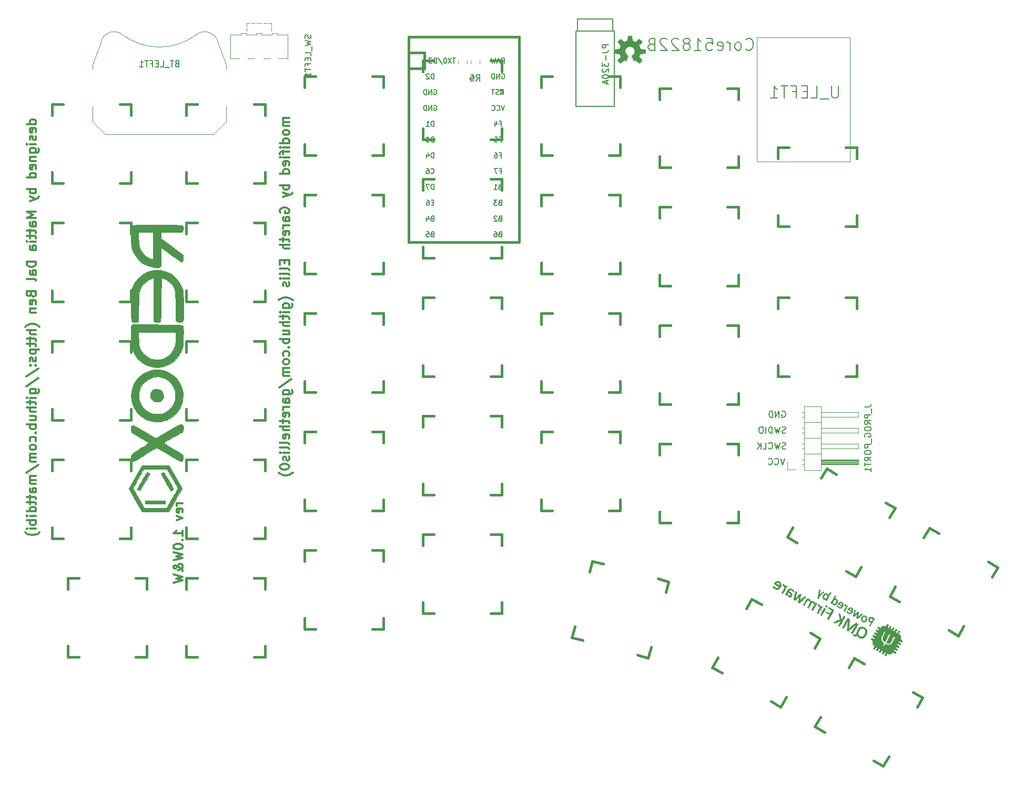
<source format=gbo>
G04 #@! TF.GenerationSoftware,KiCad,Pcbnew,5.1.5-52549c5~84~ubuntu18.04.1*
G04 #@! TF.CreationDate,2020-04-02T09:49:11-07:00*
G04 #@! TF.ProjectId,redox_rev1,7265646f-785f-4726-9576-312e6b696361,1.0*
G04 #@! TF.SameCoordinates,Original*
G04 #@! TF.FileFunction,Legend,Bot*
G04 #@! TF.FilePolarity,Positive*
%FSLAX46Y46*%
G04 Gerber Fmt 4.6, Leading zero omitted, Abs format (unit mm)*
G04 Created by KiCad (PCBNEW 5.1.5-52549c5~84~ubuntu18.04.1) date 2020-04-02 09:49:11*
%MOMM*%
%LPD*%
G04 APERTURE LIST*
%ADD10C,0.300000*%
%ADD11C,0.200000*%
%ADD12C,0.381000*%
%ADD13C,0.100000*%
%ADD14C,0.010000*%
%ADD15C,0.120000*%
%ADD16C,0.150000*%
%ADD17C,0.152400*%
G04 APERTURE END LIST*
D10*
X123233571Y-62573314D02*
X122233571Y-62573314D01*
X122376428Y-62573314D02*
X122305000Y-62644742D01*
X122233571Y-62787600D01*
X122233571Y-63001885D01*
X122305000Y-63144742D01*
X122447857Y-63216171D01*
X123233571Y-63216171D01*
X122447857Y-63216171D02*
X122305000Y-63287600D01*
X122233571Y-63430457D01*
X122233571Y-63644742D01*
X122305000Y-63787600D01*
X122447857Y-63859028D01*
X123233571Y-63859028D01*
X123233571Y-64787600D02*
X123162142Y-64644742D01*
X123090714Y-64573314D01*
X122947857Y-64501885D01*
X122519285Y-64501885D01*
X122376428Y-64573314D01*
X122305000Y-64644742D01*
X122233571Y-64787600D01*
X122233571Y-65001885D01*
X122305000Y-65144742D01*
X122376428Y-65216171D01*
X122519285Y-65287600D01*
X122947857Y-65287600D01*
X123090714Y-65216171D01*
X123162142Y-65144742D01*
X123233571Y-65001885D01*
X123233571Y-64787600D01*
X123233571Y-66573314D02*
X121733571Y-66573314D01*
X123162142Y-66573314D02*
X123233571Y-66430457D01*
X123233571Y-66144742D01*
X123162142Y-66001885D01*
X123090714Y-65930457D01*
X122947857Y-65859028D01*
X122519285Y-65859028D01*
X122376428Y-65930457D01*
X122305000Y-66001885D01*
X122233571Y-66144742D01*
X122233571Y-66430457D01*
X122305000Y-66573314D01*
X123233571Y-67287600D02*
X122233571Y-67287600D01*
X121733571Y-67287600D02*
X121805000Y-67216171D01*
X121876428Y-67287600D01*
X121805000Y-67359028D01*
X121733571Y-67287600D01*
X121876428Y-67287600D01*
X122233571Y-67787600D02*
X122233571Y-68359028D01*
X123233571Y-68001885D02*
X121947857Y-68001885D01*
X121805000Y-68073314D01*
X121733571Y-68216171D01*
X121733571Y-68359028D01*
X123233571Y-68859028D02*
X122233571Y-68859028D01*
X121733571Y-68859028D02*
X121805000Y-68787600D01*
X121876428Y-68859028D01*
X121805000Y-68930457D01*
X121733571Y-68859028D01*
X121876428Y-68859028D01*
X123162142Y-70144742D02*
X123233571Y-70001885D01*
X123233571Y-69716171D01*
X123162142Y-69573314D01*
X123019285Y-69501885D01*
X122447857Y-69501885D01*
X122305000Y-69573314D01*
X122233571Y-69716171D01*
X122233571Y-70001885D01*
X122305000Y-70144742D01*
X122447857Y-70216171D01*
X122590714Y-70216171D01*
X122733571Y-69501885D01*
X123233571Y-71501885D02*
X121733571Y-71501885D01*
X123162142Y-71501885D02*
X123233571Y-71359028D01*
X123233571Y-71073314D01*
X123162142Y-70930457D01*
X123090714Y-70859028D01*
X122947857Y-70787600D01*
X122519285Y-70787600D01*
X122376428Y-70859028D01*
X122305000Y-70930457D01*
X122233571Y-71073314D01*
X122233571Y-71359028D01*
X122305000Y-71501885D01*
X123233571Y-73359028D02*
X121733571Y-73359028D01*
X122305000Y-73359028D02*
X122233571Y-73501885D01*
X122233571Y-73787600D01*
X122305000Y-73930457D01*
X122376428Y-74001885D01*
X122519285Y-74073314D01*
X122947857Y-74073314D01*
X123090714Y-74001885D01*
X123162142Y-73930457D01*
X123233571Y-73787600D01*
X123233571Y-73501885D01*
X123162142Y-73359028D01*
X122233571Y-74573314D02*
X123233571Y-74930457D01*
X122233571Y-75287600D02*
X123233571Y-74930457D01*
X123590714Y-74787600D01*
X123662142Y-74716171D01*
X123733571Y-74573314D01*
X121805000Y-77787600D02*
X121733571Y-77644742D01*
X121733571Y-77430457D01*
X121805000Y-77216171D01*
X121947857Y-77073314D01*
X122090714Y-77001885D01*
X122376428Y-76930457D01*
X122590714Y-76930457D01*
X122876428Y-77001885D01*
X123019285Y-77073314D01*
X123162142Y-77216171D01*
X123233571Y-77430457D01*
X123233571Y-77573314D01*
X123162142Y-77787600D01*
X123090714Y-77859028D01*
X122590714Y-77859028D01*
X122590714Y-77573314D01*
X123233571Y-79144742D02*
X122447857Y-79144742D01*
X122305000Y-79073314D01*
X122233571Y-78930457D01*
X122233571Y-78644742D01*
X122305000Y-78501885D01*
X123162142Y-79144742D02*
X123233571Y-79001885D01*
X123233571Y-78644742D01*
X123162142Y-78501885D01*
X123019285Y-78430457D01*
X122876428Y-78430457D01*
X122733571Y-78501885D01*
X122662142Y-78644742D01*
X122662142Y-79001885D01*
X122590714Y-79144742D01*
X123233571Y-79859028D02*
X122233571Y-79859028D01*
X122519285Y-79859028D02*
X122376428Y-79930457D01*
X122305000Y-80001885D01*
X122233571Y-80144742D01*
X122233571Y-80287600D01*
X123162142Y-81359028D02*
X123233571Y-81216171D01*
X123233571Y-80930457D01*
X123162142Y-80787600D01*
X123019285Y-80716171D01*
X122447857Y-80716171D01*
X122305000Y-80787600D01*
X122233571Y-80930457D01*
X122233571Y-81216171D01*
X122305000Y-81359028D01*
X122447857Y-81430457D01*
X122590714Y-81430457D01*
X122733571Y-80716171D01*
X122233571Y-81859028D02*
X122233571Y-82430457D01*
X121733571Y-82073314D02*
X123019285Y-82073314D01*
X123162142Y-82144742D01*
X123233571Y-82287600D01*
X123233571Y-82430457D01*
X123233571Y-82930457D02*
X121733571Y-82930457D01*
X123233571Y-83573314D02*
X122447857Y-83573314D01*
X122305000Y-83501885D01*
X122233571Y-83359028D01*
X122233571Y-83144742D01*
X122305000Y-83001885D01*
X122376428Y-82930457D01*
X122447857Y-85430457D02*
X122447857Y-85930457D01*
X123233571Y-86144742D02*
X123233571Y-85430457D01*
X121733571Y-85430457D01*
X121733571Y-86144742D01*
X123233571Y-87001885D02*
X123162142Y-86859028D01*
X123019285Y-86787600D01*
X121733571Y-86787600D01*
X123233571Y-87787600D02*
X123162142Y-87644742D01*
X123019285Y-87573314D01*
X121733571Y-87573314D01*
X123233571Y-88359028D02*
X122233571Y-88359028D01*
X121733571Y-88359028D02*
X121805000Y-88287600D01*
X121876428Y-88359028D01*
X121805000Y-88430457D01*
X121733571Y-88359028D01*
X121876428Y-88359028D01*
X123162142Y-89001885D02*
X123233571Y-89144742D01*
X123233571Y-89430457D01*
X123162142Y-89573314D01*
X123019285Y-89644742D01*
X122947857Y-89644742D01*
X122805000Y-89573314D01*
X122733571Y-89430457D01*
X122733571Y-89216171D01*
X122662142Y-89073314D01*
X122519285Y-89001885D01*
X122447857Y-89001885D01*
X122305000Y-89073314D01*
X122233571Y-89216171D01*
X122233571Y-89430457D01*
X122305000Y-89573314D01*
X123805000Y-91859028D02*
X123733571Y-91787600D01*
X123519285Y-91644742D01*
X123376428Y-91573314D01*
X123162142Y-91501885D01*
X122805000Y-91430457D01*
X122519285Y-91430457D01*
X122162142Y-91501885D01*
X121947857Y-91573314D01*
X121805000Y-91644742D01*
X121590714Y-91787600D01*
X121519285Y-91859028D01*
X122233571Y-93073314D02*
X123447857Y-93073314D01*
X123590714Y-93001885D01*
X123662142Y-92930457D01*
X123733571Y-92787600D01*
X123733571Y-92573314D01*
X123662142Y-92430457D01*
X123162142Y-93073314D02*
X123233571Y-92930457D01*
X123233571Y-92644742D01*
X123162142Y-92501885D01*
X123090714Y-92430457D01*
X122947857Y-92359028D01*
X122519285Y-92359028D01*
X122376428Y-92430457D01*
X122305000Y-92501885D01*
X122233571Y-92644742D01*
X122233571Y-92930457D01*
X122305000Y-93073314D01*
X123233571Y-93787600D02*
X122233571Y-93787600D01*
X121733571Y-93787600D02*
X121805000Y-93716171D01*
X121876428Y-93787600D01*
X121805000Y-93859028D01*
X121733571Y-93787600D01*
X121876428Y-93787600D01*
X122233571Y-94287600D02*
X122233571Y-94859028D01*
X121733571Y-94501885D02*
X123019285Y-94501885D01*
X123162142Y-94573314D01*
X123233571Y-94716171D01*
X123233571Y-94859028D01*
X123233571Y-95359028D02*
X121733571Y-95359028D01*
X123233571Y-96001885D02*
X122447857Y-96001885D01*
X122305000Y-95930457D01*
X122233571Y-95787600D01*
X122233571Y-95573314D01*
X122305000Y-95430457D01*
X122376428Y-95359028D01*
X122233571Y-97359028D02*
X123233571Y-97359028D01*
X122233571Y-96716171D02*
X123019285Y-96716171D01*
X123162142Y-96787600D01*
X123233571Y-96930457D01*
X123233571Y-97144742D01*
X123162142Y-97287600D01*
X123090714Y-97359028D01*
X123233571Y-98073314D02*
X121733571Y-98073314D01*
X122305000Y-98073314D02*
X122233571Y-98216171D01*
X122233571Y-98501885D01*
X122305000Y-98644742D01*
X122376428Y-98716171D01*
X122519285Y-98787600D01*
X122947857Y-98787600D01*
X123090714Y-98716171D01*
X123162142Y-98644742D01*
X123233571Y-98501885D01*
X123233571Y-98216171D01*
X123162142Y-98073314D01*
X123090714Y-99430457D02*
X123162142Y-99501885D01*
X123233571Y-99430457D01*
X123162142Y-99359028D01*
X123090714Y-99430457D01*
X123233571Y-99430457D01*
X123162142Y-100787600D02*
X123233571Y-100644742D01*
X123233571Y-100359028D01*
X123162142Y-100216171D01*
X123090714Y-100144742D01*
X122947857Y-100073314D01*
X122519285Y-100073314D01*
X122376428Y-100144742D01*
X122305000Y-100216171D01*
X122233571Y-100359028D01*
X122233571Y-100644742D01*
X122305000Y-100787600D01*
X123233571Y-101644742D02*
X123162142Y-101501885D01*
X123090714Y-101430457D01*
X122947857Y-101359028D01*
X122519285Y-101359028D01*
X122376428Y-101430457D01*
X122305000Y-101501885D01*
X122233571Y-101644742D01*
X122233571Y-101859028D01*
X122305000Y-102001885D01*
X122376428Y-102073314D01*
X122519285Y-102144742D01*
X122947857Y-102144742D01*
X123090714Y-102073314D01*
X123162142Y-102001885D01*
X123233571Y-101859028D01*
X123233571Y-101644742D01*
X123233571Y-102787600D02*
X122233571Y-102787600D01*
X122376428Y-102787600D02*
X122305000Y-102859028D01*
X122233571Y-103001885D01*
X122233571Y-103216171D01*
X122305000Y-103359028D01*
X122447857Y-103430457D01*
X123233571Y-103430457D01*
X122447857Y-103430457D02*
X122305000Y-103501885D01*
X122233571Y-103644742D01*
X122233571Y-103859028D01*
X122305000Y-104001885D01*
X122447857Y-104073314D01*
X123233571Y-104073314D01*
X121662142Y-105859028D02*
X123590714Y-104573314D01*
X122233571Y-107001885D02*
X123447857Y-107001885D01*
X123590714Y-106930457D01*
X123662142Y-106859028D01*
X123733571Y-106716171D01*
X123733571Y-106501885D01*
X123662142Y-106359028D01*
X123162142Y-107001885D02*
X123233571Y-106859028D01*
X123233571Y-106573314D01*
X123162142Y-106430457D01*
X123090714Y-106359028D01*
X122947857Y-106287600D01*
X122519285Y-106287600D01*
X122376428Y-106359028D01*
X122305000Y-106430457D01*
X122233571Y-106573314D01*
X122233571Y-106859028D01*
X122305000Y-107001885D01*
X123233571Y-108359028D02*
X122447857Y-108359028D01*
X122305000Y-108287600D01*
X122233571Y-108144742D01*
X122233571Y-107859028D01*
X122305000Y-107716171D01*
X123162142Y-108359028D02*
X123233571Y-108216171D01*
X123233571Y-107859028D01*
X123162142Y-107716171D01*
X123019285Y-107644742D01*
X122876428Y-107644742D01*
X122733571Y-107716171D01*
X122662142Y-107859028D01*
X122662142Y-108216171D01*
X122590714Y-108359028D01*
X123233571Y-109073314D02*
X122233571Y-109073314D01*
X122519285Y-109073314D02*
X122376428Y-109144742D01*
X122305000Y-109216171D01*
X122233571Y-109359028D01*
X122233571Y-109501885D01*
X123162142Y-110573314D02*
X123233571Y-110430457D01*
X123233571Y-110144742D01*
X123162142Y-110001885D01*
X123019285Y-109930457D01*
X122447857Y-109930457D01*
X122305000Y-110001885D01*
X122233571Y-110144742D01*
X122233571Y-110430457D01*
X122305000Y-110573314D01*
X122447857Y-110644742D01*
X122590714Y-110644742D01*
X122733571Y-109930457D01*
X122233571Y-111073314D02*
X122233571Y-111644742D01*
X121733571Y-111287600D02*
X123019285Y-111287600D01*
X123162142Y-111359028D01*
X123233571Y-111501885D01*
X123233571Y-111644742D01*
X123233571Y-112144742D02*
X121733571Y-112144742D01*
X123233571Y-112787600D02*
X122447857Y-112787600D01*
X122305000Y-112716171D01*
X122233571Y-112573314D01*
X122233571Y-112359028D01*
X122305000Y-112216171D01*
X122376428Y-112144742D01*
X123162142Y-114073314D02*
X123233571Y-113930457D01*
X123233571Y-113644742D01*
X123162142Y-113501885D01*
X123019285Y-113430457D01*
X122447857Y-113430457D01*
X122305000Y-113501885D01*
X122233571Y-113644742D01*
X122233571Y-113930457D01*
X122305000Y-114073314D01*
X122447857Y-114144742D01*
X122590714Y-114144742D01*
X122733571Y-113430457D01*
X123233571Y-115001885D02*
X123162142Y-114859028D01*
X123019285Y-114787600D01*
X121733571Y-114787600D01*
X123233571Y-115787600D02*
X123162142Y-115644742D01*
X123019285Y-115573314D01*
X121733571Y-115573314D01*
X123233571Y-116359028D02*
X122233571Y-116359028D01*
X121733571Y-116359028D02*
X121805000Y-116287600D01*
X121876428Y-116359028D01*
X121805000Y-116430457D01*
X121733571Y-116359028D01*
X121876428Y-116359028D01*
X123162142Y-117001885D02*
X123233571Y-117144742D01*
X123233571Y-117430457D01*
X123162142Y-117573314D01*
X123019285Y-117644742D01*
X122947857Y-117644742D01*
X122805000Y-117573314D01*
X122733571Y-117430457D01*
X122733571Y-117216171D01*
X122662142Y-117073314D01*
X122519285Y-117001885D01*
X122447857Y-117001885D01*
X122305000Y-117073314D01*
X122233571Y-117216171D01*
X122233571Y-117430457D01*
X122305000Y-117573314D01*
X121733571Y-118573314D02*
X121733571Y-118716171D01*
X121805000Y-118859028D01*
X121876428Y-118930457D01*
X122019285Y-119001885D01*
X122305000Y-119073314D01*
X122662142Y-119073314D01*
X122947857Y-119001885D01*
X123090714Y-118930457D01*
X123162142Y-118859028D01*
X123233571Y-118716171D01*
X123233571Y-118573314D01*
X123162142Y-118430457D01*
X123090714Y-118359028D01*
X122947857Y-118287600D01*
X122662142Y-118216171D01*
X122305000Y-118216171D01*
X122019285Y-118287600D01*
X121876428Y-118359028D01*
X121805000Y-118430457D01*
X121733571Y-118573314D01*
X123805000Y-119573314D02*
X123733571Y-119644742D01*
X123519285Y-119787600D01*
X123376428Y-119859028D01*
X123162142Y-119930457D01*
X122805000Y-120001885D01*
X122519285Y-120001885D01*
X122162142Y-119930457D01*
X121947857Y-119859028D01*
X121805000Y-119787600D01*
X121590714Y-119644742D01*
X121519285Y-119573314D01*
X106088571Y-124488571D02*
X105088571Y-124488571D01*
X105374285Y-124488571D02*
X105231428Y-124560000D01*
X105160000Y-124631428D01*
X105088571Y-124774285D01*
X105088571Y-124917142D01*
X106017142Y-125988571D02*
X106088571Y-125845714D01*
X106088571Y-125560000D01*
X106017142Y-125417142D01*
X105874285Y-125345714D01*
X105302857Y-125345714D01*
X105160000Y-125417142D01*
X105088571Y-125560000D01*
X105088571Y-125845714D01*
X105160000Y-125988571D01*
X105302857Y-126060000D01*
X105445714Y-126060000D01*
X105588571Y-125345714D01*
X105088571Y-126560000D02*
X106088571Y-126917142D01*
X105088571Y-127274285D01*
X106088571Y-129774285D02*
X106088571Y-128917142D01*
X106088571Y-129345714D02*
X104588571Y-129345714D01*
X104802857Y-129202857D01*
X104945714Y-129060000D01*
X105017142Y-128917142D01*
X105945714Y-130417142D02*
X106017142Y-130488571D01*
X106088571Y-130417142D01*
X106017142Y-130345714D01*
X105945714Y-130417142D01*
X106088571Y-130417142D01*
X104588571Y-131417142D02*
X104588571Y-131560000D01*
X104660000Y-131702857D01*
X104731428Y-131774285D01*
X104874285Y-131845714D01*
X105160000Y-131917142D01*
X105517142Y-131917142D01*
X105802857Y-131845714D01*
X105945714Y-131774285D01*
X106017142Y-131702857D01*
X106088571Y-131560000D01*
X106088571Y-131417142D01*
X106017142Y-131274285D01*
X105945714Y-131202857D01*
X105802857Y-131131428D01*
X105517142Y-131060000D01*
X105160000Y-131060000D01*
X104874285Y-131131428D01*
X104731428Y-131202857D01*
X104660000Y-131274285D01*
X104588571Y-131417142D01*
X104588571Y-132417142D02*
X106088571Y-132774285D01*
X105017142Y-133060000D01*
X106088571Y-133345714D01*
X104588571Y-133702857D01*
X106088571Y-135488571D02*
X106088571Y-135417142D01*
X106017142Y-135274285D01*
X105802857Y-135060000D01*
X105374285Y-134702857D01*
X105160000Y-134560000D01*
X104945714Y-134488571D01*
X104802857Y-134488571D01*
X104660000Y-134560000D01*
X104588571Y-134702857D01*
X104588571Y-134774285D01*
X104660000Y-134917142D01*
X104802857Y-134988571D01*
X104874285Y-134988571D01*
X105017142Y-134917142D01*
X105088571Y-134845714D01*
X105374285Y-134417142D01*
X105445714Y-134345714D01*
X105588571Y-134274285D01*
X105802857Y-134274285D01*
X105945714Y-134345714D01*
X106017142Y-134417142D01*
X106088571Y-134560000D01*
X106088571Y-134774285D01*
X106017142Y-134917142D01*
X105945714Y-134988571D01*
X105660000Y-135202857D01*
X105445714Y-135274285D01*
X105302857Y-135274285D01*
X104588571Y-135988571D02*
X106088571Y-136345714D01*
X105017142Y-136631428D01*
X106088571Y-136917142D01*
X104588571Y-137274285D01*
D11*
X202562095Y-109736000D02*
X202657333Y-109688380D01*
X202800190Y-109688380D01*
X202943047Y-109736000D01*
X203038285Y-109831238D01*
X203085904Y-109926476D01*
X203133523Y-110116952D01*
X203133523Y-110259809D01*
X203085904Y-110450285D01*
X203038285Y-110545523D01*
X202943047Y-110640761D01*
X202800190Y-110688380D01*
X202704952Y-110688380D01*
X202562095Y-110640761D01*
X202514476Y-110593142D01*
X202514476Y-110259809D01*
X202704952Y-110259809D01*
X202085904Y-110688380D02*
X202085904Y-109688380D01*
X201514476Y-110688380D01*
X201514476Y-109688380D01*
X201038285Y-110688380D02*
X201038285Y-109688380D01*
X200800190Y-109688380D01*
X200657333Y-109736000D01*
X200562095Y-109831238D01*
X200514476Y-109926476D01*
X200466857Y-110116952D01*
X200466857Y-110259809D01*
X200514476Y-110450285D01*
X200562095Y-110545523D01*
X200657333Y-110640761D01*
X200800190Y-110688380D01*
X201038285Y-110688380D01*
X203133523Y-113180761D02*
X202990666Y-113228380D01*
X202752571Y-113228380D01*
X202657333Y-113180761D01*
X202609714Y-113133142D01*
X202562095Y-113037904D01*
X202562095Y-112942666D01*
X202609714Y-112847428D01*
X202657333Y-112799809D01*
X202752571Y-112752190D01*
X202943047Y-112704571D01*
X203038285Y-112656952D01*
X203085904Y-112609333D01*
X203133523Y-112514095D01*
X203133523Y-112418857D01*
X203085904Y-112323619D01*
X203038285Y-112276000D01*
X202943047Y-112228380D01*
X202704952Y-112228380D01*
X202562095Y-112276000D01*
X202228761Y-112228380D02*
X201990666Y-113228380D01*
X201800190Y-112514095D01*
X201609714Y-113228380D01*
X201371619Y-112228380D01*
X200990666Y-113228380D02*
X200990666Y-112228380D01*
X200752571Y-112228380D01*
X200609714Y-112276000D01*
X200514476Y-112371238D01*
X200466857Y-112466476D01*
X200419238Y-112656952D01*
X200419238Y-112799809D01*
X200466857Y-112990285D01*
X200514476Y-113085523D01*
X200609714Y-113180761D01*
X200752571Y-113228380D01*
X200990666Y-113228380D01*
X199990666Y-113228380D02*
X199990666Y-112228380D01*
X199324000Y-112228380D02*
X199133523Y-112228380D01*
X199038285Y-112276000D01*
X198943047Y-112371238D01*
X198895428Y-112561714D01*
X198895428Y-112895047D01*
X198943047Y-113085523D01*
X199038285Y-113180761D01*
X199133523Y-113228380D01*
X199324000Y-113228380D01*
X199419238Y-113180761D01*
X199514476Y-113085523D01*
X199562095Y-112895047D01*
X199562095Y-112561714D01*
X199514476Y-112371238D01*
X199419238Y-112276000D01*
X199324000Y-112228380D01*
X203133523Y-115720761D02*
X202990666Y-115768380D01*
X202752571Y-115768380D01*
X202657333Y-115720761D01*
X202609714Y-115673142D01*
X202562095Y-115577904D01*
X202562095Y-115482666D01*
X202609714Y-115387428D01*
X202657333Y-115339809D01*
X202752571Y-115292190D01*
X202943047Y-115244571D01*
X203038285Y-115196952D01*
X203085904Y-115149333D01*
X203133523Y-115054095D01*
X203133523Y-114958857D01*
X203085904Y-114863619D01*
X203038285Y-114816000D01*
X202943047Y-114768380D01*
X202704952Y-114768380D01*
X202562095Y-114816000D01*
X202228761Y-114768380D02*
X201990666Y-115768380D01*
X201800190Y-115054095D01*
X201609714Y-115768380D01*
X201371619Y-114768380D01*
X200419238Y-115673142D02*
X200466857Y-115720761D01*
X200609714Y-115768380D01*
X200704952Y-115768380D01*
X200847809Y-115720761D01*
X200943047Y-115625523D01*
X200990666Y-115530285D01*
X201038285Y-115339809D01*
X201038285Y-115196952D01*
X200990666Y-115006476D01*
X200943047Y-114911238D01*
X200847809Y-114816000D01*
X200704952Y-114768380D01*
X200609714Y-114768380D01*
X200466857Y-114816000D01*
X200419238Y-114863619D01*
X199514476Y-115768380D02*
X199990666Y-115768380D01*
X199990666Y-114768380D01*
X199181142Y-115768380D02*
X199181142Y-114768380D01*
X198609714Y-115768380D02*
X199038285Y-115196952D01*
X198609714Y-114768380D02*
X199181142Y-115339809D01*
X202974761Y-117308380D02*
X202641428Y-118308380D01*
X202308095Y-117308380D01*
X201403333Y-118213142D02*
X201450952Y-118260761D01*
X201593809Y-118308380D01*
X201689047Y-118308380D01*
X201831904Y-118260761D01*
X201927142Y-118165523D01*
X201974761Y-118070285D01*
X202022380Y-117879809D01*
X202022380Y-117736952D01*
X201974761Y-117546476D01*
X201927142Y-117451238D01*
X201831904Y-117356000D01*
X201689047Y-117308380D01*
X201593809Y-117308380D01*
X201450952Y-117356000D01*
X201403333Y-117403619D01*
X200403333Y-118213142D02*
X200450952Y-118260761D01*
X200593809Y-118308380D01*
X200689047Y-118308380D01*
X200831904Y-118260761D01*
X200927142Y-118165523D01*
X200974761Y-118070285D01*
X201022380Y-117879809D01*
X201022380Y-117736952D01*
X200974761Y-117546476D01*
X200927142Y-117451238D01*
X200831904Y-117356000D01*
X200689047Y-117308380D01*
X200593809Y-117308380D01*
X200450952Y-117356000D01*
X200403333Y-117403619D01*
D10*
X82466571Y-63551714D02*
X80966571Y-63551714D01*
X82395142Y-63551714D02*
X82466571Y-63408857D01*
X82466571Y-63123142D01*
X82395142Y-62980285D01*
X82323714Y-62908857D01*
X82180857Y-62837428D01*
X81752285Y-62837428D01*
X81609428Y-62908857D01*
X81538000Y-62980285D01*
X81466571Y-63123142D01*
X81466571Y-63408857D01*
X81538000Y-63551714D01*
X82395142Y-64837428D02*
X82466571Y-64694571D01*
X82466571Y-64408857D01*
X82395142Y-64266000D01*
X82252285Y-64194571D01*
X81680857Y-64194571D01*
X81538000Y-64266000D01*
X81466571Y-64408857D01*
X81466571Y-64694571D01*
X81538000Y-64837428D01*
X81680857Y-64908857D01*
X81823714Y-64908857D01*
X81966571Y-64194571D01*
X82395142Y-65480285D02*
X82466571Y-65623142D01*
X82466571Y-65908857D01*
X82395142Y-66051714D01*
X82252285Y-66123142D01*
X82180857Y-66123142D01*
X82038000Y-66051714D01*
X81966571Y-65908857D01*
X81966571Y-65694571D01*
X81895142Y-65551714D01*
X81752285Y-65480285D01*
X81680857Y-65480285D01*
X81538000Y-65551714D01*
X81466571Y-65694571D01*
X81466571Y-65908857D01*
X81538000Y-66051714D01*
X82466571Y-66766000D02*
X81466571Y-66766000D01*
X80966571Y-66766000D02*
X81038000Y-66694571D01*
X81109428Y-66766000D01*
X81038000Y-66837428D01*
X80966571Y-66766000D01*
X81109428Y-66766000D01*
X81466571Y-68123142D02*
X82680857Y-68123142D01*
X82823714Y-68051714D01*
X82895142Y-67980285D01*
X82966571Y-67837428D01*
X82966571Y-67623142D01*
X82895142Y-67480285D01*
X82395142Y-68123142D02*
X82466571Y-67980285D01*
X82466571Y-67694571D01*
X82395142Y-67551714D01*
X82323714Y-67480285D01*
X82180857Y-67408857D01*
X81752285Y-67408857D01*
X81609428Y-67480285D01*
X81538000Y-67551714D01*
X81466571Y-67694571D01*
X81466571Y-67980285D01*
X81538000Y-68123142D01*
X81466571Y-68837428D02*
X82466571Y-68837428D01*
X81609428Y-68837428D02*
X81538000Y-68908857D01*
X81466571Y-69051714D01*
X81466571Y-69266000D01*
X81538000Y-69408857D01*
X81680857Y-69480285D01*
X82466571Y-69480285D01*
X82395142Y-70766000D02*
X82466571Y-70623142D01*
X82466571Y-70337428D01*
X82395142Y-70194571D01*
X82252285Y-70123142D01*
X81680857Y-70123142D01*
X81538000Y-70194571D01*
X81466571Y-70337428D01*
X81466571Y-70623142D01*
X81538000Y-70766000D01*
X81680857Y-70837428D01*
X81823714Y-70837428D01*
X81966571Y-70123142D01*
X82466571Y-72123142D02*
X80966571Y-72123142D01*
X82395142Y-72123142D02*
X82466571Y-71980285D01*
X82466571Y-71694571D01*
X82395142Y-71551714D01*
X82323714Y-71480285D01*
X82180857Y-71408857D01*
X81752285Y-71408857D01*
X81609428Y-71480285D01*
X81538000Y-71551714D01*
X81466571Y-71694571D01*
X81466571Y-71980285D01*
X81538000Y-72123142D01*
X82466571Y-73980285D02*
X80966571Y-73980285D01*
X81538000Y-73980285D02*
X81466571Y-74123142D01*
X81466571Y-74408857D01*
X81538000Y-74551714D01*
X81609428Y-74623142D01*
X81752285Y-74694571D01*
X82180857Y-74694571D01*
X82323714Y-74623142D01*
X82395142Y-74551714D01*
X82466571Y-74408857D01*
X82466571Y-74123142D01*
X82395142Y-73980285D01*
X81466571Y-75194571D02*
X82466571Y-75551714D01*
X81466571Y-75908857D02*
X82466571Y-75551714D01*
X82823714Y-75408857D01*
X82895142Y-75337428D01*
X82966571Y-75194571D01*
X82466571Y-77623142D02*
X80966571Y-77623142D01*
X82038000Y-78123142D01*
X80966571Y-78623142D01*
X82466571Y-78623142D01*
X82466571Y-79980285D02*
X81680857Y-79980285D01*
X81538000Y-79908857D01*
X81466571Y-79766000D01*
X81466571Y-79480285D01*
X81538000Y-79337428D01*
X82395142Y-79980285D02*
X82466571Y-79837428D01*
X82466571Y-79480285D01*
X82395142Y-79337428D01*
X82252285Y-79266000D01*
X82109428Y-79266000D01*
X81966571Y-79337428D01*
X81895142Y-79480285D01*
X81895142Y-79837428D01*
X81823714Y-79980285D01*
X81466571Y-80480285D02*
X81466571Y-81051714D01*
X80966571Y-80694571D02*
X82252285Y-80694571D01*
X82395142Y-80766000D01*
X82466571Y-80908857D01*
X82466571Y-81051714D01*
X81466571Y-81337428D02*
X81466571Y-81908857D01*
X80966571Y-81551714D02*
X82252285Y-81551714D01*
X82395142Y-81623142D01*
X82466571Y-81766000D01*
X82466571Y-81908857D01*
X82466571Y-82408857D02*
X81466571Y-82408857D01*
X80966571Y-82408857D02*
X81038000Y-82337428D01*
X81109428Y-82408857D01*
X81038000Y-82480285D01*
X80966571Y-82408857D01*
X81109428Y-82408857D01*
X82466571Y-83766000D02*
X81680857Y-83766000D01*
X81538000Y-83694571D01*
X81466571Y-83551714D01*
X81466571Y-83266000D01*
X81538000Y-83123142D01*
X82395142Y-83766000D02*
X82466571Y-83623142D01*
X82466571Y-83266000D01*
X82395142Y-83123142D01*
X82252285Y-83051714D01*
X82109428Y-83051714D01*
X81966571Y-83123142D01*
X81895142Y-83266000D01*
X81895142Y-83623142D01*
X81823714Y-83766000D01*
X82466571Y-85623142D02*
X80966571Y-85623142D01*
X80966571Y-85980285D01*
X81038000Y-86194571D01*
X81180857Y-86337428D01*
X81323714Y-86408857D01*
X81609428Y-86480285D01*
X81823714Y-86480285D01*
X82109428Y-86408857D01*
X82252285Y-86337428D01*
X82395142Y-86194571D01*
X82466571Y-85980285D01*
X82466571Y-85623142D01*
X82466571Y-87766000D02*
X81680857Y-87766000D01*
X81538000Y-87694571D01*
X81466571Y-87551714D01*
X81466571Y-87266000D01*
X81538000Y-87123142D01*
X82395142Y-87766000D02*
X82466571Y-87623142D01*
X82466571Y-87266000D01*
X82395142Y-87123142D01*
X82252285Y-87051714D01*
X82109428Y-87051714D01*
X81966571Y-87123142D01*
X81895142Y-87266000D01*
X81895142Y-87623142D01*
X81823714Y-87766000D01*
X82466571Y-88694571D02*
X82395142Y-88551714D01*
X82252285Y-88480285D01*
X80966571Y-88480285D01*
X81680857Y-90908857D02*
X81752285Y-91123142D01*
X81823714Y-91194571D01*
X81966571Y-91266000D01*
X82180857Y-91266000D01*
X82323714Y-91194571D01*
X82395142Y-91123142D01*
X82466571Y-90980285D01*
X82466571Y-90408857D01*
X80966571Y-90408857D01*
X80966571Y-90908857D01*
X81038000Y-91051714D01*
X81109428Y-91123142D01*
X81252285Y-91194571D01*
X81395142Y-91194571D01*
X81538000Y-91123142D01*
X81609428Y-91051714D01*
X81680857Y-90908857D01*
X81680857Y-90408857D01*
X82395142Y-92480285D02*
X82466571Y-92337428D01*
X82466571Y-92051714D01*
X82395142Y-91908857D01*
X82252285Y-91837428D01*
X81680857Y-91837428D01*
X81538000Y-91908857D01*
X81466571Y-92051714D01*
X81466571Y-92337428D01*
X81538000Y-92480285D01*
X81680857Y-92551714D01*
X81823714Y-92551714D01*
X81966571Y-91837428D01*
X81466571Y-93194571D02*
X82466571Y-93194571D01*
X81609428Y-93194571D02*
X81538000Y-93266000D01*
X81466571Y-93408857D01*
X81466571Y-93623142D01*
X81538000Y-93766000D01*
X81680857Y-93837428D01*
X82466571Y-93837428D01*
X83038000Y-96123142D02*
X82966571Y-96051714D01*
X82752285Y-95908857D01*
X82609428Y-95837428D01*
X82395142Y-95766000D01*
X82038000Y-95694571D01*
X81752285Y-95694571D01*
X81395142Y-95766000D01*
X81180857Y-95837428D01*
X81038000Y-95908857D01*
X80823714Y-96051714D01*
X80752285Y-96123142D01*
X82466571Y-96694571D02*
X80966571Y-96694571D01*
X82466571Y-97337428D02*
X81680857Y-97337428D01*
X81538000Y-97266000D01*
X81466571Y-97123142D01*
X81466571Y-96908857D01*
X81538000Y-96766000D01*
X81609428Y-96694571D01*
X81466571Y-97837428D02*
X81466571Y-98408857D01*
X80966571Y-98051714D02*
X82252285Y-98051714D01*
X82395142Y-98123142D01*
X82466571Y-98266000D01*
X82466571Y-98408857D01*
X81466571Y-98694571D02*
X81466571Y-99266000D01*
X80966571Y-98908857D02*
X82252285Y-98908857D01*
X82395142Y-98980285D01*
X82466571Y-99123142D01*
X82466571Y-99266000D01*
X81466571Y-99766000D02*
X82966571Y-99766000D01*
X81538000Y-99766000D02*
X81466571Y-99908857D01*
X81466571Y-100194571D01*
X81538000Y-100337428D01*
X81609428Y-100408857D01*
X81752285Y-100480285D01*
X82180857Y-100480285D01*
X82323714Y-100408857D01*
X82395142Y-100337428D01*
X82466571Y-100194571D01*
X82466571Y-99908857D01*
X82395142Y-99766000D01*
X82395142Y-101051714D02*
X82466571Y-101194571D01*
X82466571Y-101480285D01*
X82395142Y-101623142D01*
X82252285Y-101694571D01*
X82180857Y-101694571D01*
X82038000Y-101623142D01*
X81966571Y-101480285D01*
X81966571Y-101266000D01*
X81895142Y-101123142D01*
X81752285Y-101051714D01*
X81680857Y-101051714D01*
X81538000Y-101123142D01*
X81466571Y-101266000D01*
X81466571Y-101480285D01*
X81538000Y-101623142D01*
X82323714Y-102337428D02*
X82395142Y-102408857D01*
X82466571Y-102337428D01*
X82395142Y-102266000D01*
X82323714Y-102337428D01*
X82466571Y-102337428D01*
X81538000Y-102337428D02*
X81609428Y-102408857D01*
X81680857Y-102337428D01*
X81609428Y-102266000D01*
X81538000Y-102337428D01*
X81680857Y-102337428D01*
X80895142Y-104123142D02*
X82823714Y-102837428D01*
X80895142Y-105694571D02*
X82823714Y-104408857D01*
X81466571Y-106837428D02*
X82680857Y-106837428D01*
X82823714Y-106766000D01*
X82895142Y-106694571D01*
X82966571Y-106551714D01*
X82966571Y-106337428D01*
X82895142Y-106194571D01*
X82395142Y-106837428D02*
X82466571Y-106694571D01*
X82466571Y-106408857D01*
X82395142Y-106266000D01*
X82323714Y-106194571D01*
X82180857Y-106123142D01*
X81752285Y-106123142D01*
X81609428Y-106194571D01*
X81538000Y-106266000D01*
X81466571Y-106408857D01*
X81466571Y-106694571D01*
X81538000Y-106837428D01*
X82466571Y-107551714D02*
X81466571Y-107551714D01*
X80966571Y-107551714D02*
X81038000Y-107480285D01*
X81109428Y-107551714D01*
X81038000Y-107623142D01*
X80966571Y-107551714D01*
X81109428Y-107551714D01*
X81466571Y-108051714D02*
X81466571Y-108623142D01*
X80966571Y-108266000D02*
X82252285Y-108266000D01*
X82395142Y-108337428D01*
X82466571Y-108480285D01*
X82466571Y-108623142D01*
X82466571Y-109123142D02*
X80966571Y-109123142D01*
X82466571Y-109766000D02*
X81680857Y-109766000D01*
X81538000Y-109694571D01*
X81466571Y-109551714D01*
X81466571Y-109337428D01*
X81538000Y-109194571D01*
X81609428Y-109123142D01*
X81466571Y-111123142D02*
X82466571Y-111123142D01*
X81466571Y-110480285D02*
X82252285Y-110480285D01*
X82395142Y-110551714D01*
X82466571Y-110694571D01*
X82466571Y-110908857D01*
X82395142Y-111051714D01*
X82323714Y-111123142D01*
X82466571Y-111837428D02*
X80966571Y-111837428D01*
X81538000Y-111837428D02*
X81466571Y-111980285D01*
X81466571Y-112266000D01*
X81538000Y-112408857D01*
X81609428Y-112480285D01*
X81752285Y-112551714D01*
X82180857Y-112551714D01*
X82323714Y-112480285D01*
X82395142Y-112408857D01*
X82466571Y-112266000D01*
X82466571Y-111980285D01*
X82395142Y-111837428D01*
X82323714Y-113194571D02*
X82395142Y-113266000D01*
X82466571Y-113194571D01*
X82395142Y-113123142D01*
X82323714Y-113194571D01*
X82466571Y-113194571D01*
X82395142Y-114551714D02*
X82466571Y-114408857D01*
X82466571Y-114123142D01*
X82395142Y-113980285D01*
X82323714Y-113908857D01*
X82180857Y-113837428D01*
X81752285Y-113837428D01*
X81609428Y-113908857D01*
X81538000Y-113980285D01*
X81466571Y-114123142D01*
X81466571Y-114408857D01*
X81538000Y-114551714D01*
X82466571Y-115408857D02*
X82395142Y-115266000D01*
X82323714Y-115194571D01*
X82180857Y-115123142D01*
X81752285Y-115123142D01*
X81609428Y-115194571D01*
X81538000Y-115266000D01*
X81466571Y-115408857D01*
X81466571Y-115623142D01*
X81538000Y-115766000D01*
X81609428Y-115837428D01*
X81752285Y-115908857D01*
X82180857Y-115908857D01*
X82323714Y-115837428D01*
X82395142Y-115766000D01*
X82466571Y-115623142D01*
X82466571Y-115408857D01*
X82466571Y-116551714D02*
X81466571Y-116551714D01*
X81609428Y-116551714D02*
X81538000Y-116623142D01*
X81466571Y-116766000D01*
X81466571Y-116980285D01*
X81538000Y-117123142D01*
X81680857Y-117194571D01*
X82466571Y-117194571D01*
X81680857Y-117194571D02*
X81538000Y-117266000D01*
X81466571Y-117408857D01*
X81466571Y-117623142D01*
X81538000Y-117766000D01*
X81680857Y-117837428D01*
X82466571Y-117837428D01*
X80895142Y-119623142D02*
X82823714Y-118337428D01*
X82466571Y-120123142D02*
X81466571Y-120123142D01*
X81609428Y-120123142D02*
X81538000Y-120194571D01*
X81466571Y-120337428D01*
X81466571Y-120551714D01*
X81538000Y-120694571D01*
X81680857Y-120766000D01*
X82466571Y-120766000D01*
X81680857Y-120766000D02*
X81538000Y-120837428D01*
X81466571Y-120980285D01*
X81466571Y-121194571D01*
X81538000Y-121337428D01*
X81680857Y-121408857D01*
X82466571Y-121408857D01*
X82466571Y-122766000D02*
X81680857Y-122766000D01*
X81538000Y-122694571D01*
X81466571Y-122551714D01*
X81466571Y-122266000D01*
X81538000Y-122123142D01*
X82395142Y-122766000D02*
X82466571Y-122623142D01*
X82466571Y-122266000D01*
X82395142Y-122123142D01*
X82252285Y-122051714D01*
X82109428Y-122051714D01*
X81966571Y-122123142D01*
X81895142Y-122266000D01*
X81895142Y-122623142D01*
X81823714Y-122766000D01*
X81466571Y-123266000D02*
X81466571Y-123837428D01*
X80966571Y-123480285D02*
X82252285Y-123480285D01*
X82395142Y-123551714D01*
X82466571Y-123694571D01*
X82466571Y-123837428D01*
X81466571Y-124123142D02*
X81466571Y-124694571D01*
X80966571Y-124337428D02*
X82252285Y-124337428D01*
X82395142Y-124408857D01*
X82466571Y-124551714D01*
X82466571Y-124694571D01*
X82466571Y-125837428D02*
X80966571Y-125837428D01*
X82395142Y-125837428D02*
X82466571Y-125694571D01*
X82466571Y-125408857D01*
X82395142Y-125266000D01*
X82323714Y-125194571D01*
X82180857Y-125123142D01*
X81752285Y-125123142D01*
X81609428Y-125194571D01*
X81538000Y-125266000D01*
X81466571Y-125408857D01*
X81466571Y-125694571D01*
X81538000Y-125837428D01*
X82466571Y-126551714D02*
X81466571Y-126551714D01*
X80966571Y-126551714D02*
X81038000Y-126480285D01*
X81109428Y-126551714D01*
X81038000Y-126623142D01*
X80966571Y-126551714D01*
X81109428Y-126551714D01*
X82466571Y-127266000D02*
X80966571Y-127266000D01*
X81538000Y-127266000D02*
X81466571Y-127408857D01*
X81466571Y-127694571D01*
X81538000Y-127837428D01*
X81609428Y-127908857D01*
X81752285Y-127980285D01*
X82180857Y-127980285D01*
X82323714Y-127908857D01*
X82395142Y-127837428D01*
X82466571Y-127694571D01*
X82466571Y-127408857D01*
X82395142Y-127266000D01*
X82466571Y-128623142D02*
X81466571Y-128623142D01*
X80966571Y-128623142D02*
X81038000Y-128551714D01*
X81109428Y-128623142D01*
X81038000Y-128694571D01*
X80966571Y-128623142D01*
X81109428Y-128623142D01*
X83038000Y-129194571D02*
X82966571Y-129266000D01*
X82752285Y-129408857D01*
X82609428Y-129480285D01*
X82395142Y-129551714D01*
X82038000Y-129623142D01*
X81752285Y-129623142D01*
X81395142Y-129551714D01*
X81180857Y-129480285D01*
X81038000Y-129408857D01*
X80823714Y-129266000D01*
X80752285Y-129194571D01*
D12*
X136652000Y-55880000D02*
X138430000Y-55880000D01*
X138430000Y-55880000D02*
X138430000Y-57658000D01*
X138430000Y-66802000D02*
X138430000Y-68580000D01*
X138430000Y-68580000D02*
X136652000Y-68580000D01*
X125730000Y-66802000D02*
X125730000Y-68580000D01*
X125730000Y-68580000D02*
X127508000Y-68580000D01*
X125730000Y-57658000D02*
X125730000Y-55880000D01*
X125730000Y-55880000D02*
X127508000Y-55880000D01*
D13*
X213492080Y-49596040D02*
X213492080Y-69596000D01*
X198495920Y-49596040D02*
X213492080Y-49596040D01*
X198495920Y-69596000D02*
X198495920Y-49596040D01*
X213492080Y-69596000D02*
X198495920Y-69596000D01*
D14*
G36*
X177398680Y-53403500D02*
G01*
X177144680Y-53271420D01*
X176517300Y-53784500D01*
X176085500Y-53352700D01*
X176598580Y-52725320D01*
X176466500Y-52471320D01*
X176380140Y-52202080D01*
X175574960Y-52118260D01*
X175574960Y-51513740D01*
X176380140Y-51429920D01*
X176466500Y-51160680D01*
X176598580Y-50906680D01*
X176085500Y-50279300D01*
X176517300Y-49847500D01*
X177144680Y-50360580D01*
X177398680Y-50228500D01*
X177667920Y-50142140D01*
X177751740Y-49336960D01*
X178356260Y-49336960D01*
X178440080Y-50142140D01*
X178709320Y-50228500D01*
X178963320Y-50360580D01*
X179590700Y-49847500D01*
X180022500Y-50279300D01*
X179509420Y-50906680D01*
X179641500Y-51160680D01*
X179727860Y-51429920D01*
X180533040Y-51513740D01*
X180533040Y-52118260D01*
X179727860Y-52202080D01*
X179641500Y-52471320D01*
X179509420Y-52725320D01*
X180022500Y-53352700D01*
X179590700Y-53784500D01*
X178963320Y-53271420D01*
X178709320Y-53403500D01*
X178351180Y-52537360D01*
X178485800Y-52463700D01*
X178605180Y-52367180D01*
X178701700Y-52247800D01*
X178775360Y-52113180D01*
X178818540Y-51968400D01*
X178833780Y-51816000D01*
X178818540Y-51658520D01*
X178767740Y-51503580D01*
X178689000Y-51366420D01*
X178584860Y-51244500D01*
X178455320Y-51147980D01*
X178310540Y-51079400D01*
X178155600Y-51043840D01*
X177998120Y-51038760D01*
X177838100Y-51066700D01*
X177690780Y-51127660D01*
X177556160Y-51216560D01*
X177444400Y-51330860D01*
X177358040Y-51465480D01*
X177299620Y-51615340D01*
X177274220Y-51772820D01*
X177281840Y-51930300D01*
X177322480Y-52085240D01*
X177393600Y-52230020D01*
X177492660Y-52357020D01*
X177614580Y-52461160D01*
X177756820Y-52537360D01*
X177398680Y-53403500D01*
G37*
X177398680Y-53403500D02*
X177144680Y-53271420D01*
X176517300Y-53784500D01*
X176085500Y-53352700D01*
X176598580Y-52725320D01*
X176466500Y-52471320D01*
X176380140Y-52202080D01*
X175574960Y-52118260D01*
X175574960Y-51513740D01*
X176380140Y-51429920D01*
X176466500Y-51160680D01*
X176598580Y-50906680D01*
X176085500Y-50279300D01*
X176517300Y-49847500D01*
X177144680Y-50360580D01*
X177398680Y-50228500D01*
X177667920Y-50142140D01*
X177751740Y-49336960D01*
X178356260Y-49336960D01*
X178440080Y-50142140D01*
X178709320Y-50228500D01*
X178963320Y-50360580D01*
X179590700Y-49847500D01*
X180022500Y-50279300D01*
X179509420Y-50906680D01*
X179641500Y-51160680D01*
X179727860Y-51429920D01*
X180533040Y-51513740D01*
X180533040Y-52118260D01*
X179727860Y-52202080D01*
X179641500Y-52471320D01*
X179509420Y-52725320D01*
X180022500Y-53352700D01*
X179590700Y-53784500D01*
X178963320Y-53271420D01*
X178709320Y-53403500D01*
X178351180Y-52537360D01*
X178485800Y-52463700D01*
X178605180Y-52367180D01*
X178701700Y-52247800D01*
X178775360Y-52113180D01*
X178818540Y-51968400D01*
X178833780Y-51816000D01*
X178818540Y-51658520D01*
X178767740Y-51503580D01*
X178689000Y-51366420D01*
X178584860Y-51244500D01*
X178455320Y-51147980D01*
X178310540Y-51079400D01*
X178155600Y-51043840D01*
X177998120Y-51038760D01*
X177838100Y-51066700D01*
X177690780Y-51127660D01*
X177556160Y-51216560D01*
X177444400Y-51330860D01*
X177358040Y-51465480D01*
X177299620Y-51615340D01*
X177274220Y-51772820D01*
X177281840Y-51930300D01*
X177322480Y-52085240D01*
X177393600Y-52230020D01*
X177492660Y-52357020D01*
X177614580Y-52461160D01*
X177756820Y-52537360D01*
X177398680Y-53403500D01*
G36*
X221091528Y-145402658D02*
G01*
X220972259Y-145327183D01*
X220852991Y-145251710D01*
X220956877Y-145052236D01*
X221060762Y-144852762D01*
X220874633Y-144745301D01*
X220634666Y-145138888D01*
X220515398Y-145063414D01*
X220396129Y-144987940D01*
X220603901Y-144588993D01*
X220417772Y-144481532D01*
X220177805Y-144875119D01*
X220058537Y-144799645D01*
X219939268Y-144724171D01*
X220147040Y-144325224D01*
X219960910Y-144217762D01*
X219840927Y-144414556D01*
X219720944Y-144611350D01*
X219601675Y-144535876D01*
X219482407Y-144460402D01*
X219586292Y-144260928D01*
X219690177Y-144061455D01*
X219504049Y-143953993D01*
X219384493Y-144150060D01*
X219264938Y-144346127D01*
X219183885Y-144299331D01*
X219054201Y-144245447D01*
X218920149Y-144227438D01*
X218788083Y-144243605D01*
X218664350Y-144292245D01*
X218555305Y-144371657D01*
X218467295Y-144480139D01*
X218459346Y-144493471D01*
X218412550Y-144574524D01*
X218210978Y-144464503D01*
X218009407Y-144354481D01*
X217951395Y-144442939D01*
X217913946Y-144509338D01*
X217905080Y-144551146D01*
X217907408Y-144558204D01*
X217929351Y-144578598D01*
X217977700Y-144612754D01*
X218044707Y-144655447D01*
X218103182Y-144690290D01*
X218284930Y-144795568D01*
X218148781Y-145031386D01*
X217947209Y-144921364D01*
X217745637Y-144811343D01*
X217687626Y-144899800D01*
X217650177Y-144966199D01*
X217641311Y-145008008D01*
X217643639Y-145015065D01*
X217665581Y-145035460D01*
X217713931Y-145069617D01*
X217780938Y-145112308D01*
X217839413Y-145147151D01*
X218021161Y-145252430D01*
X217885012Y-145488247D01*
X217683440Y-145378226D01*
X217481868Y-145268204D01*
X217421943Y-145360429D01*
X217394432Y-145404840D01*
X217380895Y-145439152D01*
X217384930Y-145468716D01*
X217410140Y-145498879D01*
X217460128Y-145534990D01*
X217538492Y-145582399D01*
X217592548Y-145613810D01*
X217757392Y-145709291D01*
X217621243Y-145945108D01*
X217218099Y-145725066D01*
X217158174Y-145817292D01*
X217130663Y-145861701D01*
X217117125Y-145896014D01*
X217121161Y-145925578D01*
X217146371Y-145955740D01*
X217196359Y-145991852D01*
X217274723Y-146039260D01*
X217328778Y-146070672D01*
X217493622Y-146166154D01*
X217357473Y-146401971D01*
X217155901Y-146291950D01*
X216954330Y-146181928D01*
X216894405Y-146274153D01*
X216866894Y-146318563D01*
X216853356Y-146352875D01*
X216857392Y-146382439D01*
X216882602Y-146412602D01*
X216932589Y-146448714D01*
X217010954Y-146496123D01*
X217065009Y-146527534D01*
X217229853Y-146623015D01*
X217178730Y-146711945D01*
X217127848Y-146837223D01*
X217112864Y-146967949D01*
X217132259Y-147098296D01*
X217184515Y-147222438D01*
X217268113Y-147334545D01*
X217361971Y-147415519D01*
X217455990Y-147481796D01*
X217351082Y-147663503D01*
X217299801Y-147755178D01*
X217269482Y-147820629D01*
X217260042Y-147866561D01*
X217271395Y-147899675D01*
X217303458Y-147926674D01*
X217347513Y-147950104D01*
X217423716Y-147987081D01*
X217544523Y-147797376D01*
X217665330Y-147607672D01*
X217790875Y-147673527D01*
X217916421Y-147739383D01*
X217809728Y-147924181D01*
X217757987Y-148016547D01*
X217727093Y-148082585D01*
X217716924Y-148128940D01*
X217727358Y-148162259D01*
X217758270Y-148189186D01*
X217804375Y-148213873D01*
X217880578Y-148250851D01*
X218000133Y-148054783D01*
X218119689Y-147858716D01*
X218372427Y-148004635D01*
X218266162Y-148188692D01*
X218214531Y-148280892D01*
X218183774Y-148346789D01*
X218173777Y-148393043D01*
X218184429Y-148426311D01*
X218215615Y-148453254D01*
X218261237Y-148477643D01*
X218337439Y-148514620D01*
X218456995Y-148318553D01*
X218576550Y-148122485D01*
X218829289Y-148268404D01*
X218723023Y-148452461D01*
X218671392Y-148544661D01*
X218640636Y-148610558D01*
X218630640Y-148656812D01*
X218641292Y-148690080D01*
X218672477Y-148717024D01*
X218718098Y-148741412D01*
X218794301Y-148778389D01*
X219033413Y-148386255D01*
X219286151Y-148532173D01*
X219180643Y-148714918D01*
X219126248Y-148813870D01*
X219093522Y-148884550D01*
X219083133Y-148925480D01*
X219083717Y-148929691D01*
X219104795Y-148957827D01*
X219146623Y-148991210D01*
X219195162Y-149020715D01*
X219236368Y-149037219D01*
X219249972Y-149037710D01*
X219266344Y-149019803D01*
X219297161Y-148974877D01*
X219337786Y-148910014D01*
X219377070Y-148843620D01*
X219486375Y-148654298D01*
X219601393Y-148707115D01*
X219747601Y-148755754D01*
X219888527Y-148766017D01*
X220021990Y-148738483D01*
X220145804Y-148673730D01*
X220257791Y-148572336D01*
X220298183Y-148522459D01*
X220364862Y-148433013D01*
X220532853Y-148530002D01*
X220627198Y-148582541D01*
X220695454Y-148614068D01*
X220744085Y-148625187D01*
X220779557Y-148616501D01*
X220808334Y-148588617D01*
X220828191Y-148557587D01*
X220852376Y-148505300D01*
X220862134Y-148462422D01*
X220861273Y-148453395D01*
X220838317Y-148425962D01*
X220780897Y-148383755D01*
X220690330Y-148327724D01*
X220669947Y-148315860D01*
X220487202Y-148210352D01*
X220623971Y-147973461D01*
X220794292Y-148071796D01*
X220889139Y-148124670D01*
X220957823Y-148156606D01*
X221006768Y-148168231D01*
X221042401Y-148160169D01*
X221071147Y-148133044D01*
X221091960Y-148100726D01*
X221116145Y-148048438D01*
X221125904Y-148005560D01*
X221125042Y-147996534D01*
X221102086Y-147969099D01*
X221044666Y-147926894D01*
X220954099Y-147870862D01*
X220933716Y-147858999D01*
X220750971Y-147753491D01*
X220887740Y-147516599D01*
X221058062Y-147614934D01*
X221152909Y-147667807D01*
X221221592Y-147699745D01*
X221270537Y-147711370D01*
X221306170Y-147703308D01*
X221334916Y-147676183D01*
X221355730Y-147643864D01*
X221379914Y-147591577D01*
X221389673Y-147548699D01*
X221388812Y-147539672D01*
X221365855Y-147512238D01*
X221308435Y-147470032D01*
X221217868Y-147414000D01*
X221197486Y-147402136D01*
X221014740Y-147296628D01*
X221139683Y-147080222D01*
X220459927Y-146687764D01*
X220390228Y-146807739D01*
X220333864Y-146901162D01*
X220288340Y-146972017D01*
X220251163Y-147024283D01*
X220219840Y-147061945D01*
X220211280Y-147070921D01*
X220081427Y-147176418D01*
X219936177Y-147246615D01*
X219777526Y-147281206D01*
X219607476Y-147279883D01*
X219428022Y-147242335D01*
X219328410Y-147207090D01*
X219182659Y-147148348D01*
X219083558Y-147319997D01*
X219025039Y-147415979D01*
X218980974Y-147476206D01*
X218951520Y-147500469D01*
X218951322Y-147500523D01*
X218911718Y-147494561D01*
X218849244Y-147464115D01*
X218819366Y-147445771D01*
X218720543Y-147382140D01*
X218825663Y-147189019D01*
X218870867Y-147105002D01*
X218899083Y-147048592D01*
X218912468Y-147013337D01*
X218913182Y-146992778D01*
X218903381Y-146980459D01*
X218896782Y-146976268D01*
X218843411Y-146938115D01*
X218775625Y-146879650D01*
X218703707Y-146810841D01*
X218637945Y-146741655D01*
X218588621Y-146682061D01*
X218579099Y-146668363D01*
X218522644Y-146557178D01*
X218481330Y-146426841D01*
X218460503Y-146296033D01*
X218459088Y-146248960D01*
X218461419Y-146184686D01*
X218467847Y-146125883D01*
X218480482Y-146067447D01*
X218501434Y-146004275D01*
X218532815Y-145931260D01*
X218576735Y-145843298D01*
X218635305Y-145735287D01*
X218710636Y-145602120D01*
X218767266Y-145503675D01*
X219025731Y-145056002D01*
X219092004Y-145077984D01*
X219155264Y-145107794D01*
X219210448Y-145146371D01*
X219262619Y-145192777D01*
X219014061Y-145646167D01*
X218933014Y-145795839D01*
X218864623Y-145925906D01*
X218810539Y-146033071D01*
X218772414Y-146114040D01*
X218751896Y-146165517D01*
X218749499Y-146174350D01*
X218741385Y-146301655D01*
X218767771Y-146430914D01*
X218825364Y-146554140D01*
X218910873Y-146663344D01*
X218973726Y-146718449D01*
X219055995Y-146780636D01*
X219430063Y-146142974D01*
X219804131Y-145505311D01*
X219870382Y-145527331D01*
X219933620Y-145557174D01*
X219988791Y-145595778D01*
X220040949Y-145642208D01*
X219675940Y-146284666D01*
X219310931Y-146927123D01*
X219397783Y-146961834D01*
X219544175Y-147002508D01*
X219687055Y-147007801D01*
X219821144Y-146978124D01*
X219932589Y-146920020D01*
X219957739Y-146901116D01*
X219981896Y-146878819D01*
X220007947Y-146848949D01*
X220038782Y-146807326D01*
X220077290Y-146749772D01*
X220126362Y-146672105D01*
X220188884Y-146570148D01*
X220267746Y-146439722D01*
X220288863Y-146404654D01*
X220565590Y-145944887D01*
X220631830Y-145966926D01*
X220695062Y-145996783D01*
X220750229Y-146035391D01*
X220802390Y-146081816D01*
X220545453Y-146537256D01*
X220459927Y-146687764D01*
X221139683Y-147080222D01*
X221151509Y-147059738D01*
X221321831Y-147158073D01*
X221416678Y-147210946D01*
X221485362Y-147242883D01*
X221534306Y-147254508D01*
X221569939Y-147246446D01*
X221598685Y-147219321D01*
X221619499Y-147187002D01*
X221643684Y-147134715D01*
X221653442Y-147091836D01*
X221652581Y-147082810D01*
X221629625Y-147055376D01*
X221572204Y-147013170D01*
X221481638Y-146957138D01*
X221461255Y-146945275D01*
X221278509Y-146839767D01*
X221415279Y-146602875D01*
X221585600Y-146701210D01*
X221680447Y-146754084D01*
X221749131Y-146786021D01*
X221798076Y-146797646D01*
X221833708Y-146789584D01*
X221862454Y-146762459D01*
X221883268Y-146730140D01*
X221907453Y-146677853D01*
X221917211Y-146634975D01*
X221916350Y-146625948D01*
X221893416Y-146598499D01*
X221836199Y-146556396D01*
X221746190Y-146500716D01*
X221727434Y-146489804D01*
X221547100Y-146385688D01*
X221595055Y-146278147D01*
X221636864Y-146165535D01*
X221653131Y-146064724D01*
X221645785Y-145959723D01*
X221638263Y-145920274D01*
X221597706Y-145797002D01*
X221530555Y-145693985D01*
X221430975Y-145602613D01*
X221415141Y-145590995D01*
X221309853Y-145515479D01*
X221517624Y-145116532D01*
X221331496Y-145009070D01*
X221091528Y-145402658D01*
G37*
X221091528Y-145402658D02*
X220972259Y-145327183D01*
X220852991Y-145251710D01*
X220956877Y-145052236D01*
X221060762Y-144852762D01*
X220874633Y-144745301D01*
X220634666Y-145138888D01*
X220515398Y-145063414D01*
X220396129Y-144987940D01*
X220603901Y-144588993D01*
X220417772Y-144481532D01*
X220177805Y-144875119D01*
X220058537Y-144799645D01*
X219939268Y-144724171D01*
X220147040Y-144325224D01*
X219960910Y-144217762D01*
X219840927Y-144414556D01*
X219720944Y-144611350D01*
X219601675Y-144535876D01*
X219482407Y-144460402D01*
X219586292Y-144260928D01*
X219690177Y-144061455D01*
X219504049Y-143953993D01*
X219384493Y-144150060D01*
X219264938Y-144346127D01*
X219183885Y-144299331D01*
X219054201Y-144245447D01*
X218920149Y-144227438D01*
X218788083Y-144243605D01*
X218664350Y-144292245D01*
X218555305Y-144371657D01*
X218467295Y-144480139D01*
X218459346Y-144493471D01*
X218412550Y-144574524D01*
X218210978Y-144464503D01*
X218009407Y-144354481D01*
X217951395Y-144442939D01*
X217913946Y-144509338D01*
X217905080Y-144551146D01*
X217907408Y-144558204D01*
X217929351Y-144578598D01*
X217977700Y-144612754D01*
X218044707Y-144655447D01*
X218103182Y-144690290D01*
X218284930Y-144795568D01*
X218148781Y-145031386D01*
X217947209Y-144921364D01*
X217745637Y-144811343D01*
X217687626Y-144899800D01*
X217650177Y-144966199D01*
X217641311Y-145008008D01*
X217643639Y-145015065D01*
X217665581Y-145035460D01*
X217713931Y-145069617D01*
X217780938Y-145112308D01*
X217839413Y-145147151D01*
X218021161Y-145252430D01*
X217885012Y-145488247D01*
X217683440Y-145378226D01*
X217481868Y-145268204D01*
X217421943Y-145360429D01*
X217394432Y-145404840D01*
X217380895Y-145439152D01*
X217384930Y-145468716D01*
X217410140Y-145498879D01*
X217460128Y-145534990D01*
X217538492Y-145582399D01*
X217592548Y-145613810D01*
X217757392Y-145709291D01*
X217621243Y-145945108D01*
X217218099Y-145725066D01*
X217158174Y-145817292D01*
X217130663Y-145861701D01*
X217117125Y-145896014D01*
X217121161Y-145925578D01*
X217146371Y-145955740D01*
X217196359Y-145991852D01*
X217274723Y-146039260D01*
X217328778Y-146070672D01*
X217493622Y-146166154D01*
X217357473Y-146401971D01*
X217155901Y-146291950D01*
X216954330Y-146181928D01*
X216894405Y-146274153D01*
X216866894Y-146318563D01*
X216853356Y-146352875D01*
X216857392Y-146382439D01*
X216882602Y-146412602D01*
X216932589Y-146448714D01*
X217010954Y-146496123D01*
X217065009Y-146527534D01*
X217229853Y-146623015D01*
X217178730Y-146711945D01*
X217127848Y-146837223D01*
X217112864Y-146967949D01*
X217132259Y-147098296D01*
X217184515Y-147222438D01*
X217268113Y-147334545D01*
X217361971Y-147415519D01*
X217455990Y-147481796D01*
X217351082Y-147663503D01*
X217299801Y-147755178D01*
X217269482Y-147820629D01*
X217260042Y-147866561D01*
X217271395Y-147899675D01*
X217303458Y-147926674D01*
X217347513Y-147950104D01*
X217423716Y-147987081D01*
X217544523Y-147797376D01*
X217665330Y-147607672D01*
X217790875Y-147673527D01*
X217916421Y-147739383D01*
X217809728Y-147924181D01*
X217757987Y-148016547D01*
X217727093Y-148082585D01*
X217716924Y-148128940D01*
X217727358Y-148162259D01*
X217758270Y-148189186D01*
X217804375Y-148213873D01*
X217880578Y-148250851D01*
X218000133Y-148054783D01*
X218119689Y-147858716D01*
X218372427Y-148004635D01*
X218266162Y-148188692D01*
X218214531Y-148280892D01*
X218183774Y-148346789D01*
X218173777Y-148393043D01*
X218184429Y-148426311D01*
X218215615Y-148453254D01*
X218261237Y-148477643D01*
X218337439Y-148514620D01*
X218456995Y-148318553D01*
X218576550Y-148122485D01*
X218829289Y-148268404D01*
X218723023Y-148452461D01*
X218671392Y-148544661D01*
X218640636Y-148610558D01*
X218630640Y-148656812D01*
X218641292Y-148690080D01*
X218672477Y-148717024D01*
X218718098Y-148741412D01*
X218794301Y-148778389D01*
X219033413Y-148386255D01*
X219286151Y-148532173D01*
X219180643Y-148714918D01*
X219126248Y-148813870D01*
X219093522Y-148884550D01*
X219083133Y-148925480D01*
X219083717Y-148929691D01*
X219104795Y-148957827D01*
X219146623Y-148991210D01*
X219195162Y-149020715D01*
X219236368Y-149037219D01*
X219249972Y-149037710D01*
X219266344Y-149019803D01*
X219297161Y-148974877D01*
X219337786Y-148910014D01*
X219377070Y-148843620D01*
X219486375Y-148654298D01*
X219601393Y-148707115D01*
X219747601Y-148755754D01*
X219888527Y-148766017D01*
X220021990Y-148738483D01*
X220145804Y-148673730D01*
X220257791Y-148572336D01*
X220298183Y-148522459D01*
X220364862Y-148433013D01*
X220532853Y-148530002D01*
X220627198Y-148582541D01*
X220695454Y-148614068D01*
X220744085Y-148625187D01*
X220779557Y-148616501D01*
X220808334Y-148588617D01*
X220828191Y-148557587D01*
X220852376Y-148505300D01*
X220862134Y-148462422D01*
X220861273Y-148453395D01*
X220838317Y-148425962D01*
X220780897Y-148383755D01*
X220690330Y-148327724D01*
X220669947Y-148315860D01*
X220487202Y-148210352D01*
X220623971Y-147973461D01*
X220794292Y-148071796D01*
X220889139Y-148124670D01*
X220957823Y-148156606D01*
X221006768Y-148168231D01*
X221042401Y-148160169D01*
X221071147Y-148133044D01*
X221091960Y-148100726D01*
X221116145Y-148048438D01*
X221125904Y-148005560D01*
X221125042Y-147996534D01*
X221102086Y-147969099D01*
X221044666Y-147926894D01*
X220954099Y-147870862D01*
X220933716Y-147858999D01*
X220750971Y-147753491D01*
X220887740Y-147516599D01*
X221058062Y-147614934D01*
X221152909Y-147667807D01*
X221221592Y-147699745D01*
X221270537Y-147711370D01*
X221306170Y-147703308D01*
X221334916Y-147676183D01*
X221355730Y-147643864D01*
X221379914Y-147591577D01*
X221389673Y-147548699D01*
X221388812Y-147539672D01*
X221365855Y-147512238D01*
X221308435Y-147470032D01*
X221217868Y-147414000D01*
X221197486Y-147402136D01*
X221014740Y-147296628D01*
X221139683Y-147080222D01*
X220459927Y-146687764D01*
X220390228Y-146807739D01*
X220333864Y-146901162D01*
X220288340Y-146972017D01*
X220251163Y-147024283D01*
X220219840Y-147061945D01*
X220211280Y-147070921D01*
X220081427Y-147176418D01*
X219936177Y-147246615D01*
X219777526Y-147281206D01*
X219607476Y-147279883D01*
X219428022Y-147242335D01*
X219328410Y-147207090D01*
X219182659Y-147148348D01*
X219083558Y-147319997D01*
X219025039Y-147415979D01*
X218980974Y-147476206D01*
X218951520Y-147500469D01*
X218951322Y-147500523D01*
X218911718Y-147494561D01*
X218849244Y-147464115D01*
X218819366Y-147445771D01*
X218720543Y-147382140D01*
X218825663Y-147189019D01*
X218870867Y-147105002D01*
X218899083Y-147048592D01*
X218912468Y-147013337D01*
X218913182Y-146992778D01*
X218903381Y-146980459D01*
X218896782Y-146976268D01*
X218843411Y-146938115D01*
X218775625Y-146879650D01*
X218703707Y-146810841D01*
X218637945Y-146741655D01*
X218588621Y-146682061D01*
X218579099Y-146668363D01*
X218522644Y-146557178D01*
X218481330Y-146426841D01*
X218460503Y-146296033D01*
X218459088Y-146248960D01*
X218461419Y-146184686D01*
X218467847Y-146125883D01*
X218480482Y-146067447D01*
X218501434Y-146004275D01*
X218532815Y-145931260D01*
X218576735Y-145843298D01*
X218635305Y-145735287D01*
X218710636Y-145602120D01*
X218767266Y-145503675D01*
X219025731Y-145056002D01*
X219092004Y-145077984D01*
X219155264Y-145107794D01*
X219210448Y-145146371D01*
X219262619Y-145192777D01*
X219014061Y-145646167D01*
X218933014Y-145795839D01*
X218864623Y-145925906D01*
X218810539Y-146033071D01*
X218772414Y-146114040D01*
X218751896Y-146165517D01*
X218749499Y-146174350D01*
X218741385Y-146301655D01*
X218767771Y-146430914D01*
X218825364Y-146554140D01*
X218910873Y-146663344D01*
X218973726Y-146718449D01*
X219055995Y-146780636D01*
X219430063Y-146142974D01*
X219804131Y-145505311D01*
X219870382Y-145527331D01*
X219933620Y-145557174D01*
X219988791Y-145595778D01*
X220040949Y-145642208D01*
X219675940Y-146284666D01*
X219310931Y-146927123D01*
X219397783Y-146961834D01*
X219544175Y-147002508D01*
X219687055Y-147007801D01*
X219821144Y-146978124D01*
X219932589Y-146920020D01*
X219957739Y-146901116D01*
X219981896Y-146878819D01*
X220007947Y-146848949D01*
X220038782Y-146807326D01*
X220077290Y-146749772D01*
X220126362Y-146672105D01*
X220188884Y-146570148D01*
X220267746Y-146439722D01*
X220288863Y-146404654D01*
X220565590Y-145944887D01*
X220631830Y-145966926D01*
X220695062Y-145996783D01*
X220750229Y-146035391D01*
X220802390Y-146081816D01*
X220545453Y-146537256D01*
X220459927Y-146687764D01*
X221139683Y-147080222D01*
X221151509Y-147059738D01*
X221321831Y-147158073D01*
X221416678Y-147210946D01*
X221485362Y-147242883D01*
X221534306Y-147254508D01*
X221569939Y-147246446D01*
X221598685Y-147219321D01*
X221619499Y-147187002D01*
X221643684Y-147134715D01*
X221653442Y-147091836D01*
X221652581Y-147082810D01*
X221629625Y-147055376D01*
X221572204Y-147013170D01*
X221481638Y-146957138D01*
X221461255Y-146945275D01*
X221278509Y-146839767D01*
X221415279Y-146602875D01*
X221585600Y-146701210D01*
X221680447Y-146754084D01*
X221749131Y-146786021D01*
X221798076Y-146797646D01*
X221833708Y-146789584D01*
X221862454Y-146762459D01*
X221883268Y-146730140D01*
X221907453Y-146677853D01*
X221917211Y-146634975D01*
X221916350Y-146625948D01*
X221893416Y-146598499D01*
X221836199Y-146556396D01*
X221746190Y-146500716D01*
X221727434Y-146489804D01*
X221547100Y-146385688D01*
X221595055Y-146278147D01*
X221636864Y-146165535D01*
X221653131Y-146064724D01*
X221645785Y-145959723D01*
X221638263Y-145920274D01*
X221597706Y-145797002D01*
X221530555Y-145693985D01*
X221430975Y-145602613D01*
X221415141Y-145590995D01*
X221309853Y-145515479D01*
X221517624Y-145116532D01*
X221331496Y-145009070D01*
X221091528Y-145402658D01*
G36*
X215671396Y-144427107D02*
G01*
X215534036Y-144386541D01*
X215399386Y-144376663D01*
X215341215Y-144381267D01*
X215210718Y-144408407D01*
X215093929Y-144459407D01*
X214977323Y-144540301D01*
X214968550Y-144547459D01*
X214929923Y-144581629D01*
X214894818Y-144619468D01*
X214858371Y-144667722D01*
X214815725Y-144733145D01*
X214762017Y-144822483D01*
X214726061Y-144884156D01*
X214666158Y-144988782D01*
X214623102Y-145068001D01*
X214593359Y-145129745D01*
X214573392Y-145181947D01*
X214559665Y-145232538D01*
X214550759Y-145277418D01*
X214539368Y-145363795D01*
X214534074Y-145452228D01*
X214535161Y-145508227D01*
X214543050Y-145607819D01*
X214407350Y-145619526D01*
X214316414Y-145624825D01*
X214221097Y-145626455D01*
X214159580Y-145624856D01*
X214071598Y-145629028D01*
X214011642Y-145655783D01*
X213973586Y-145708712D01*
X213962400Y-145740518D01*
X213956801Y-145775136D01*
X213969431Y-145796929D01*
X214007616Y-145811954D01*
X214062702Y-145823386D01*
X214181924Y-145835514D01*
X214326209Y-145834460D01*
X214483885Y-145820354D01*
X214497312Y-145818588D01*
X214639142Y-145799449D01*
X214704352Y-145889830D01*
X214773926Y-145964034D01*
X214871181Y-146038066D01*
X214985193Y-146105673D01*
X215105041Y-146160598D01*
X215219804Y-146196587D01*
X215250344Y-146202550D01*
X215392475Y-146207408D01*
X215537759Y-146179560D01*
X215674351Y-146122386D01*
X215775261Y-146052831D01*
X215845835Y-145980809D01*
X215923962Y-145882807D01*
X216002838Y-145769192D01*
X216059559Y-145676613D01*
X215848449Y-145554728D01*
X215765219Y-145691071D01*
X215688405Y-145795225D01*
X215613172Y-145872426D01*
X215534684Y-145927906D01*
X215478360Y-145955329D01*
X215356866Y-145985491D01*
X215230164Y-145980760D01*
X215104845Y-145943496D01*
X214987497Y-145876058D01*
X214884711Y-145780809D01*
X214844022Y-145728143D01*
X214789921Y-145622807D01*
X214766300Y-145504139D01*
X214771871Y-145365324D01*
X214773362Y-145354383D01*
X214782932Y-145303423D01*
X214798779Y-145252731D01*
X214824558Y-145193982D01*
X214863919Y-145118856D01*
X214920515Y-145019028D01*
X214920534Y-145018996D01*
X215003205Y-144884577D01*
X215078953Y-144782215D01*
X215153121Y-144706865D01*
X215231052Y-144653481D01*
X215318089Y-144617017D01*
X215358361Y-144605606D01*
X215469717Y-144590981D01*
X215578480Y-144606632D01*
X215694139Y-144654285D01*
X215727503Y-144672701D01*
X215832951Y-144744684D01*
X215906901Y-144823893D01*
X215956884Y-144919481D01*
X215974233Y-144972652D01*
X215995267Y-145075063D01*
X215997027Y-145172855D01*
X215977820Y-145273864D01*
X215935952Y-145385920D01*
X215869733Y-145516854D01*
X215848449Y-145554728D01*
X216059559Y-145676613D01*
X216075664Y-145650328D01*
X216135639Y-145536581D01*
X216173388Y-145446041D01*
X216218915Y-145263932D01*
X216227290Y-145093783D01*
X216198799Y-144936359D01*
X216133730Y-144792428D01*
X216032370Y-144662755D01*
X215895004Y-144548107D01*
X215819233Y-144500295D01*
X215671396Y-144427107D01*
G37*
X215671396Y-144427107D02*
X215534036Y-144386541D01*
X215399386Y-144376663D01*
X215341215Y-144381267D01*
X215210718Y-144408407D01*
X215093929Y-144459407D01*
X214977323Y-144540301D01*
X214968550Y-144547459D01*
X214929923Y-144581629D01*
X214894818Y-144619468D01*
X214858371Y-144667722D01*
X214815725Y-144733145D01*
X214762017Y-144822483D01*
X214726061Y-144884156D01*
X214666158Y-144988782D01*
X214623102Y-145068001D01*
X214593359Y-145129745D01*
X214573392Y-145181947D01*
X214559665Y-145232538D01*
X214550759Y-145277418D01*
X214539368Y-145363795D01*
X214534074Y-145452228D01*
X214535161Y-145508227D01*
X214543050Y-145607819D01*
X214407350Y-145619526D01*
X214316414Y-145624825D01*
X214221097Y-145626455D01*
X214159580Y-145624856D01*
X214071598Y-145629028D01*
X214011642Y-145655783D01*
X213973586Y-145708712D01*
X213962400Y-145740518D01*
X213956801Y-145775136D01*
X213969431Y-145796929D01*
X214007616Y-145811954D01*
X214062702Y-145823386D01*
X214181924Y-145835514D01*
X214326209Y-145834460D01*
X214483885Y-145820354D01*
X214497312Y-145818588D01*
X214639142Y-145799449D01*
X214704352Y-145889830D01*
X214773926Y-145964034D01*
X214871181Y-146038066D01*
X214985193Y-146105673D01*
X215105041Y-146160598D01*
X215219804Y-146196587D01*
X215250344Y-146202550D01*
X215392475Y-146207408D01*
X215537759Y-146179560D01*
X215674351Y-146122386D01*
X215775261Y-146052831D01*
X215845835Y-145980809D01*
X215923962Y-145882807D01*
X216002838Y-145769192D01*
X216059559Y-145676613D01*
X215848449Y-145554728D01*
X215765219Y-145691071D01*
X215688405Y-145795225D01*
X215613172Y-145872426D01*
X215534684Y-145927906D01*
X215478360Y-145955329D01*
X215356866Y-145985491D01*
X215230164Y-145980760D01*
X215104845Y-145943496D01*
X214987497Y-145876058D01*
X214884711Y-145780809D01*
X214844022Y-145728143D01*
X214789921Y-145622807D01*
X214766300Y-145504139D01*
X214771871Y-145365324D01*
X214773362Y-145354383D01*
X214782932Y-145303423D01*
X214798779Y-145252731D01*
X214824558Y-145193982D01*
X214863919Y-145118856D01*
X214920515Y-145019028D01*
X214920534Y-145018996D01*
X215003205Y-144884577D01*
X215078953Y-144782215D01*
X215153121Y-144706865D01*
X215231052Y-144653481D01*
X215318089Y-144617017D01*
X215358361Y-144605606D01*
X215469717Y-144590981D01*
X215578480Y-144606632D01*
X215694139Y-144654285D01*
X215727503Y-144672701D01*
X215832951Y-144744684D01*
X215906901Y-144823893D01*
X215956884Y-144919481D01*
X215974233Y-144972652D01*
X215995267Y-145075063D01*
X215997027Y-145172855D01*
X215977820Y-145273864D01*
X215935952Y-145385920D01*
X215869733Y-145516854D01*
X215848449Y-145554728D01*
X216059559Y-145676613D01*
X216075664Y-145650328D01*
X216135639Y-145536581D01*
X216173388Y-145446041D01*
X216218915Y-145263932D01*
X216227290Y-145093783D01*
X216198799Y-144936359D01*
X216133730Y-144792428D01*
X216032370Y-144662755D01*
X215895004Y-144548107D01*
X215819233Y-144500295D01*
X215671396Y-144427107D01*
G36*
X204026853Y-138238802D02*
G01*
X203938705Y-138207455D01*
X203845886Y-138200544D01*
X203745410Y-138219982D01*
X203653626Y-138261285D01*
X203605115Y-138298974D01*
X203572728Y-138339749D01*
X203523813Y-138413466D01*
X203459539Y-138518223D01*
X203381079Y-138652125D01*
X203307845Y-138780798D01*
X203069827Y-139203516D01*
X203137510Y-139242593D01*
X203182160Y-139265777D01*
X203209300Y-139265512D01*
X203234770Y-139238709D01*
X203247079Y-139221248D01*
X203275998Y-139183546D01*
X203295193Y-139165807D01*
X203297397Y-139165695D01*
X203308758Y-139185175D01*
X203328256Y-139229324D01*
X203340322Y-139259431D01*
X203403052Y-139372928D01*
X203492329Y-139468106D01*
X203599865Y-139537880D01*
X203707681Y-139573519D01*
X203830730Y-139582322D01*
X203933223Y-139558584D01*
X204018231Y-139500755D01*
X204088819Y-139407285D01*
X204096887Y-139392166D01*
X203908515Y-139283409D01*
X203874505Y-139318697D01*
X203801153Y-139363676D01*
X203718177Y-139375961D01*
X203634047Y-139357490D01*
X203557235Y-139310204D01*
X203496209Y-139236041D01*
X203493623Y-139231480D01*
X203461582Y-139165141D01*
X203435390Y-139096874D01*
X203433621Y-139091175D01*
X203424166Y-139049994D01*
X203426566Y-139013459D01*
X203443893Y-138969171D01*
X203479225Y-138904726D01*
X203548298Y-138785087D01*
X203709687Y-138890512D01*
X203811059Y-138961599D01*
X203880461Y-139023313D01*
X203922101Y-139081059D01*
X203940182Y-139140245D01*
X203940900Y-139187762D01*
X203931826Y-139242195D01*
X203908515Y-139283409D01*
X204096887Y-139392166D01*
X204108015Y-139371312D01*
X204145752Y-139263385D01*
X204148682Y-139159971D01*
X204115976Y-139059421D01*
X204046809Y-138960082D01*
X203940351Y-138860305D01*
X203803419Y-138763282D01*
X203626121Y-138650295D01*
X203661595Y-138589070D01*
X203727723Y-138499519D01*
X203804209Y-138436819D01*
X203866634Y-138410761D01*
X203945928Y-138410734D01*
X204034532Y-138441695D01*
X204124770Y-138499438D01*
X204208965Y-138579760D01*
X204236109Y-138613119D01*
X204282946Y-138673005D01*
X204325126Y-138723788D01*
X204352191Y-138753119D01*
X204374582Y-138770068D01*
X204391492Y-138764696D01*
X204411763Y-138731438D01*
X204423078Y-138708493D01*
X204444497Y-138653460D01*
X204443209Y-138610790D01*
X204423602Y-138568511D01*
X204354005Y-138475320D01*
X204257180Y-138383719D01*
X204144378Y-138302086D01*
X204026853Y-138238802D01*
G37*
X204026853Y-138238802D02*
X203938705Y-138207455D01*
X203845886Y-138200544D01*
X203745410Y-138219982D01*
X203653626Y-138261285D01*
X203605115Y-138298974D01*
X203572728Y-138339749D01*
X203523813Y-138413466D01*
X203459539Y-138518223D01*
X203381079Y-138652125D01*
X203307845Y-138780798D01*
X203069827Y-139203516D01*
X203137510Y-139242593D01*
X203182160Y-139265777D01*
X203209300Y-139265512D01*
X203234770Y-139238709D01*
X203247079Y-139221248D01*
X203275998Y-139183546D01*
X203295193Y-139165807D01*
X203297397Y-139165695D01*
X203308758Y-139185175D01*
X203328256Y-139229324D01*
X203340322Y-139259431D01*
X203403052Y-139372928D01*
X203492329Y-139468106D01*
X203599865Y-139537880D01*
X203707681Y-139573519D01*
X203830730Y-139582322D01*
X203933223Y-139558584D01*
X204018231Y-139500755D01*
X204088819Y-139407285D01*
X204096887Y-139392166D01*
X203908515Y-139283409D01*
X203874505Y-139318697D01*
X203801153Y-139363676D01*
X203718177Y-139375961D01*
X203634047Y-139357490D01*
X203557235Y-139310204D01*
X203496209Y-139236041D01*
X203493623Y-139231480D01*
X203461582Y-139165141D01*
X203435390Y-139096874D01*
X203433621Y-139091175D01*
X203424166Y-139049994D01*
X203426566Y-139013459D01*
X203443893Y-138969171D01*
X203479225Y-138904726D01*
X203548298Y-138785087D01*
X203709687Y-138890512D01*
X203811059Y-138961599D01*
X203880461Y-139023313D01*
X203922101Y-139081059D01*
X203940182Y-139140245D01*
X203940900Y-139187762D01*
X203931826Y-139242195D01*
X203908515Y-139283409D01*
X204096887Y-139392166D01*
X204108015Y-139371312D01*
X204145752Y-139263385D01*
X204148682Y-139159971D01*
X204115976Y-139059421D01*
X204046809Y-138960082D01*
X203940351Y-138860305D01*
X203803419Y-138763282D01*
X203626121Y-138650295D01*
X203661595Y-138589070D01*
X203727723Y-138499519D01*
X203804209Y-138436819D01*
X203866634Y-138410761D01*
X203945928Y-138410734D01*
X204034532Y-138441695D01*
X204124770Y-138499438D01*
X204208965Y-138579760D01*
X204236109Y-138613119D01*
X204282946Y-138673005D01*
X204325126Y-138723788D01*
X204352191Y-138753119D01*
X204374582Y-138770068D01*
X204391492Y-138764696D01*
X204411763Y-138731438D01*
X204423078Y-138708493D01*
X204444497Y-138653460D01*
X204443209Y-138610790D01*
X204423602Y-138568511D01*
X204354005Y-138475320D01*
X204257180Y-138383719D01*
X204144378Y-138302086D01*
X204026853Y-138238802D01*
G36*
X201986867Y-137067358D02*
G01*
X201853461Y-137034433D01*
X201724858Y-137039981D01*
X201602411Y-137083727D01*
X201487476Y-137165396D01*
X201381408Y-137284713D01*
X201377458Y-137290141D01*
X201340699Y-137341468D01*
X201315445Y-137382854D01*
X201304462Y-137418138D01*
X201310516Y-137451153D01*
X201336370Y-137485735D01*
X201384789Y-137525720D01*
X201458538Y-137574944D01*
X201560383Y-137637241D01*
X201678479Y-137707736D01*
X202042946Y-137925068D01*
X201980049Y-138011981D01*
X201896184Y-138103033D01*
X201803291Y-138156368D01*
X201700722Y-138172086D01*
X201587829Y-138150290D01*
X201466418Y-138092548D01*
X201365296Y-138022832D01*
X201273720Y-137942996D01*
X201251763Y-137920142D01*
X201204234Y-137871000D01*
X201165450Y-137836210D01*
X201144052Y-137823395D01*
X201119304Y-137840427D01*
X201093468Y-137879764D01*
X201074545Y-137925708D01*
X201070538Y-137962559D01*
X201071486Y-137965745D01*
X201106179Y-138021081D01*
X201168243Y-138086586D01*
X201249521Y-138156148D01*
X201341856Y-138223655D01*
X201437095Y-138282999D01*
X201527079Y-138328068D01*
X201580848Y-138347372D01*
X201720909Y-138371375D01*
X201849630Y-138360506D01*
X201968990Y-138313841D01*
X202080968Y-138230454D01*
X202187545Y-138109420D01*
X202234900Y-138041460D01*
X202321401Y-137885167D01*
X202322774Y-137881042D01*
X202131885Y-137770832D01*
X201552121Y-137436105D01*
X201589034Y-137372813D01*
X201646694Y-137305907D01*
X201726752Y-137252940D01*
X201813825Y-137222936D01*
X201850775Y-137219331D01*
X201933990Y-137234743D01*
X202021533Y-137276336D01*
X202098990Y-137336003D01*
X202136834Y-137380249D01*
X202174692Y-137465730D01*
X202187060Y-137566517D01*
X202172699Y-137667272D01*
X202162420Y-137696604D01*
X202131885Y-137770832D01*
X202322774Y-137881042D01*
X202370936Y-137736358D01*
X202384225Y-137592184D01*
X202372939Y-137495406D01*
X202339672Y-137378721D01*
X202287900Y-137284716D01*
X202210473Y-137203175D01*
X202123719Y-137139030D01*
X201986867Y-137067358D01*
G37*
X201986867Y-137067358D02*
X201853461Y-137034433D01*
X201724858Y-137039981D01*
X201602411Y-137083727D01*
X201487476Y-137165396D01*
X201381408Y-137284713D01*
X201377458Y-137290141D01*
X201340699Y-137341468D01*
X201315445Y-137382854D01*
X201304462Y-137418138D01*
X201310516Y-137451153D01*
X201336370Y-137485735D01*
X201384789Y-137525720D01*
X201458538Y-137574944D01*
X201560383Y-137637241D01*
X201678479Y-137707736D01*
X202042946Y-137925068D01*
X201980049Y-138011981D01*
X201896184Y-138103033D01*
X201803291Y-138156368D01*
X201700722Y-138172086D01*
X201587829Y-138150290D01*
X201466418Y-138092548D01*
X201365296Y-138022832D01*
X201273720Y-137942996D01*
X201251763Y-137920142D01*
X201204234Y-137871000D01*
X201165450Y-137836210D01*
X201144052Y-137823395D01*
X201119304Y-137840427D01*
X201093468Y-137879764D01*
X201074545Y-137925708D01*
X201070538Y-137962559D01*
X201071486Y-137965745D01*
X201106179Y-138021081D01*
X201168243Y-138086586D01*
X201249521Y-138156148D01*
X201341856Y-138223655D01*
X201437095Y-138282999D01*
X201527079Y-138328068D01*
X201580848Y-138347372D01*
X201720909Y-138371375D01*
X201849630Y-138360506D01*
X201968990Y-138313841D01*
X202080968Y-138230454D01*
X202187545Y-138109420D01*
X202234900Y-138041460D01*
X202321401Y-137885167D01*
X202322774Y-137881042D01*
X202131885Y-137770832D01*
X201552121Y-137436105D01*
X201589034Y-137372813D01*
X201646694Y-137305907D01*
X201726752Y-137252940D01*
X201813825Y-137222936D01*
X201850775Y-137219331D01*
X201933990Y-137234743D01*
X202021533Y-137276336D01*
X202098990Y-137336003D01*
X202136834Y-137380249D01*
X202174692Y-137465730D01*
X202187060Y-137566517D01*
X202172699Y-137667272D01*
X202162420Y-137696604D01*
X202131885Y-137770832D01*
X202322774Y-137881042D01*
X202370936Y-137736358D01*
X202384225Y-137592184D01*
X202372939Y-137495406D01*
X202339672Y-137378721D01*
X202287900Y-137284716D01*
X202210473Y-137203175D01*
X202123719Y-137139030D01*
X201986867Y-137067358D01*
G36*
X213188012Y-143010897D02*
G01*
X213135809Y-143002738D01*
X213127796Y-143004163D01*
X213115706Y-143010123D01*
X213100571Y-143023969D01*
X213080556Y-143048634D01*
X213053828Y-143087052D01*
X213018554Y-143142156D01*
X212972900Y-143216878D01*
X212915034Y-143314154D01*
X212843121Y-143436916D01*
X212755330Y-143588095D01*
X212662636Y-143748437D01*
X212558904Y-143927941D01*
X212473149Y-144076585D01*
X212404081Y-144197505D01*
X212350412Y-144293839D01*
X212310854Y-144368727D01*
X212284117Y-144425304D01*
X212268914Y-144466709D01*
X212263955Y-144496078D01*
X212267952Y-144516552D01*
X212279618Y-144531265D01*
X212297662Y-144543357D01*
X212320796Y-144555964D01*
X212329082Y-144560630D01*
X212353818Y-144575542D01*
X212374701Y-144586803D01*
X212393919Y-144591647D01*
X212413656Y-144587306D01*
X212436098Y-144571012D01*
X212463430Y-144539997D01*
X212497838Y-144491494D01*
X212541510Y-144422734D01*
X212596627Y-144330952D01*
X212665380Y-144213377D01*
X212749952Y-144067244D01*
X212835179Y-143919767D01*
X213227892Y-143240831D01*
X213110016Y-144075218D01*
X213085413Y-144251686D01*
X213063066Y-144416496D01*
X213043482Y-144565561D01*
X213027169Y-144694792D01*
X213014636Y-144800104D01*
X213006391Y-144877409D01*
X213002942Y-144922618D01*
X213003408Y-144932686D01*
X213026985Y-144957574D01*
X213069321Y-144987267D01*
X213073897Y-144989958D01*
X213121163Y-145012789D01*
X213156865Y-145022542D01*
X213158999Y-145022517D01*
X213179232Y-145010241D01*
X213226497Y-144975821D01*
X213297538Y-144921795D01*
X213389096Y-144850704D01*
X213497911Y-144765091D01*
X213620727Y-144667496D01*
X213754286Y-144560459D01*
X213836140Y-144494446D01*
X214487400Y-143968008D01*
X213713012Y-145348362D01*
X213786365Y-145397362D01*
X213842100Y-145427620D01*
X213885596Y-145438403D01*
X213892940Y-145437461D01*
X213911268Y-145418527D01*
X213945847Y-145369638D01*
X213994178Y-145295121D01*
X214053766Y-145199305D01*
X214122115Y-145086520D01*
X214196727Y-144961097D01*
X214275105Y-144827363D01*
X214354754Y-144689649D01*
X214433176Y-144552285D01*
X214507875Y-144419599D01*
X214576355Y-144295921D01*
X214636118Y-144185581D01*
X214684668Y-144092908D01*
X214719509Y-144022232D01*
X214738143Y-143977881D01*
X214740584Y-143967536D01*
X214738535Y-143934981D01*
X214723116Y-143907974D01*
X214686927Y-143877666D01*
X214638472Y-143845365D01*
X214548997Y-143794931D01*
X214476945Y-143772786D01*
X214413766Y-143778024D01*
X214350905Y-143809739D01*
X214344418Y-143814254D01*
X214311738Y-143838749D01*
X214252732Y-143884302D01*
X214171620Y-143947601D01*
X214072622Y-144025335D01*
X213959960Y-144114194D01*
X213837855Y-144210866D01*
X213757353Y-144274789D01*
X213635482Y-144371029D01*
X213523709Y-144458054D01*
X213425575Y-144533205D01*
X213344617Y-144593825D01*
X213284376Y-144637252D01*
X213248392Y-144660827D01*
X213239452Y-144663891D01*
X213241166Y-144640634D01*
X213247655Y-144583111D01*
X213258351Y-144495773D01*
X213272690Y-144383065D01*
X213290106Y-144249434D01*
X213310032Y-144099327D01*
X213331903Y-143937191D01*
X213331962Y-143936759D01*
X213359529Y-143729679D01*
X213380941Y-143558865D01*
X213396418Y-143422027D01*
X213406179Y-143316877D01*
X213410445Y-143241127D01*
X213409436Y-143192489D01*
X213405427Y-143172616D01*
X213373208Y-143127038D01*
X213318425Y-143080154D01*
X213252788Y-143039072D01*
X213188012Y-143010897D01*
G37*
X213188012Y-143010897D02*
X213135809Y-143002738D01*
X213127796Y-143004163D01*
X213115706Y-143010123D01*
X213100571Y-143023969D01*
X213080556Y-143048634D01*
X213053828Y-143087052D01*
X213018554Y-143142156D01*
X212972900Y-143216878D01*
X212915034Y-143314154D01*
X212843121Y-143436916D01*
X212755330Y-143588095D01*
X212662636Y-143748437D01*
X212558904Y-143927941D01*
X212473149Y-144076585D01*
X212404081Y-144197505D01*
X212350412Y-144293839D01*
X212310854Y-144368727D01*
X212284117Y-144425304D01*
X212268914Y-144466709D01*
X212263955Y-144496078D01*
X212267952Y-144516552D01*
X212279618Y-144531265D01*
X212297662Y-144543357D01*
X212320796Y-144555964D01*
X212329082Y-144560630D01*
X212353818Y-144575542D01*
X212374701Y-144586803D01*
X212393919Y-144591647D01*
X212413656Y-144587306D01*
X212436098Y-144571012D01*
X212463430Y-144539997D01*
X212497838Y-144491494D01*
X212541510Y-144422734D01*
X212596627Y-144330952D01*
X212665380Y-144213377D01*
X212749952Y-144067244D01*
X212835179Y-143919767D01*
X213227892Y-143240831D01*
X213110016Y-144075218D01*
X213085413Y-144251686D01*
X213063066Y-144416496D01*
X213043482Y-144565561D01*
X213027169Y-144694792D01*
X213014636Y-144800104D01*
X213006391Y-144877409D01*
X213002942Y-144922618D01*
X213003408Y-144932686D01*
X213026985Y-144957574D01*
X213069321Y-144987267D01*
X213073897Y-144989958D01*
X213121163Y-145012789D01*
X213156865Y-145022542D01*
X213158999Y-145022517D01*
X213179232Y-145010241D01*
X213226497Y-144975821D01*
X213297538Y-144921795D01*
X213389096Y-144850704D01*
X213497911Y-144765091D01*
X213620727Y-144667496D01*
X213754286Y-144560459D01*
X213836140Y-144494446D01*
X214487400Y-143968008D01*
X213713012Y-145348362D01*
X213786365Y-145397362D01*
X213842100Y-145427620D01*
X213885596Y-145438403D01*
X213892940Y-145437461D01*
X213911268Y-145418527D01*
X213945847Y-145369638D01*
X213994178Y-145295121D01*
X214053766Y-145199305D01*
X214122115Y-145086520D01*
X214196727Y-144961097D01*
X214275105Y-144827363D01*
X214354754Y-144689649D01*
X214433176Y-144552285D01*
X214507875Y-144419599D01*
X214576355Y-144295921D01*
X214636118Y-144185581D01*
X214684668Y-144092908D01*
X214719509Y-144022232D01*
X214738143Y-143977881D01*
X214740584Y-143967536D01*
X214738535Y-143934981D01*
X214723116Y-143907974D01*
X214686927Y-143877666D01*
X214638472Y-143845365D01*
X214548997Y-143794931D01*
X214476945Y-143772786D01*
X214413766Y-143778024D01*
X214350905Y-143809739D01*
X214344418Y-143814254D01*
X214311738Y-143838749D01*
X214252732Y-143884302D01*
X214171620Y-143947601D01*
X214072622Y-144025335D01*
X213959960Y-144114194D01*
X213837855Y-144210866D01*
X213757353Y-144274789D01*
X213635482Y-144371029D01*
X213523709Y-144458054D01*
X213425575Y-144533205D01*
X213344617Y-144593825D01*
X213284376Y-144637252D01*
X213248392Y-144660827D01*
X213239452Y-144663891D01*
X213241166Y-144640634D01*
X213247655Y-144583111D01*
X213258351Y-144495773D01*
X213272690Y-144383065D01*
X213290106Y-144249434D01*
X213310032Y-144099327D01*
X213331903Y-143937191D01*
X213331962Y-143936759D01*
X213359529Y-143729679D01*
X213380941Y-143558865D01*
X213396418Y-143422027D01*
X213406179Y-143316877D01*
X213410445Y-143241127D01*
X213409436Y-143192489D01*
X213405427Y-143172616D01*
X213373208Y-143127038D01*
X213318425Y-143080154D01*
X213252788Y-143039072D01*
X213188012Y-143010897D01*
G36*
X212297919Y-142964384D02*
G01*
X212087756Y-143317851D01*
X212010283Y-142798318D01*
X211932809Y-142278784D01*
X211840390Y-142225426D01*
X211786116Y-142197452D01*
X211744802Y-142182248D01*
X211730141Y-142181660D01*
X211721551Y-142193522D01*
X211717777Y-142219937D01*
X211719251Y-142264669D01*
X211726403Y-142331480D01*
X211739665Y-142424134D01*
X211759468Y-142546393D01*
X211786244Y-142702022D01*
X211796407Y-142759777D01*
X211817414Y-142881857D01*
X211835132Y-142991005D01*
X211848692Y-143081348D01*
X211857229Y-143147008D01*
X211859875Y-143182114D01*
X211859277Y-143186051D01*
X211839430Y-143197675D01*
X211788227Y-143222170D01*
X211710402Y-143257427D01*
X211610692Y-143301337D01*
X211493830Y-143351788D01*
X211364551Y-143406673D01*
X211355346Y-143410547D01*
X211193663Y-143479663D01*
X211060827Y-143538764D01*
X210958606Y-143587006D01*
X210888767Y-143623540D01*
X210853080Y-143647520D01*
X210848847Y-143653148D01*
X210853266Y-143689678D01*
X210890786Y-143726252D01*
X210928243Y-143751058D01*
X210963326Y-143767111D01*
X211001505Y-143773364D01*
X211048256Y-143768766D01*
X211109053Y-143752273D01*
X211189369Y-143722837D01*
X211294678Y-143679409D01*
X211422077Y-143624577D01*
X211545908Y-143570852D01*
X211666752Y-143518421D01*
X211776726Y-143470704D01*
X211867941Y-143431124D01*
X211932510Y-143403104D01*
X211940143Y-143399792D01*
X212073987Y-143341700D01*
X211631753Y-144146747D01*
X211705106Y-144195747D01*
X211760841Y-144226004D01*
X211804337Y-144236788D01*
X211811681Y-144235845D01*
X211824773Y-144225663D01*
X211846416Y-144198520D01*
X211878074Y-144152040D01*
X211921209Y-144083849D01*
X211977282Y-143991571D01*
X212047757Y-143872833D01*
X212134096Y-143725260D01*
X212237760Y-143546475D01*
X212262229Y-143504117D01*
X212350869Y-143350045D01*
X212433326Y-143205682D01*
X212507547Y-143074692D01*
X212571480Y-142960748D01*
X212623077Y-142867513D01*
X212660283Y-142798658D01*
X212681049Y-142757850D01*
X212684735Y-142748595D01*
X212677405Y-142721762D01*
X212643163Y-142690982D01*
X212598999Y-142663409D01*
X212508081Y-142610918D01*
X212297919Y-142964384D01*
G37*
X212297919Y-142964384D02*
X212087756Y-143317851D01*
X212010283Y-142798318D01*
X211932809Y-142278784D01*
X211840390Y-142225426D01*
X211786116Y-142197452D01*
X211744802Y-142182248D01*
X211730141Y-142181660D01*
X211721551Y-142193522D01*
X211717777Y-142219937D01*
X211719251Y-142264669D01*
X211726403Y-142331480D01*
X211739665Y-142424134D01*
X211759468Y-142546393D01*
X211786244Y-142702022D01*
X211796407Y-142759777D01*
X211817414Y-142881857D01*
X211835132Y-142991005D01*
X211848692Y-143081348D01*
X211857229Y-143147008D01*
X211859875Y-143182114D01*
X211859277Y-143186051D01*
X211839430Y-143197675D01*
X211788227Y-143222170D01*
X211710402Y-143257427D01*
X211610692Y-143301337D01*
X211493830Y-143351788D01*
X211364551Y-143406673D01*
X211355346Y-143410547D01*
X211193663Y-143479663D01*
X211060827Y-143538764D01*
X210958606Y-143587006D01*
X210888767Y-143623540D01*
X210853080Y-143647520D01*
X210848847Y-143653148D01*
X210853266Y-143689678D01*
X210890786Y-143726252D01*
X210928243Y-143751058D01*
X210963326Y-143767111D01*
X211001505Y-143773364D01*
X211048256Y-143768766D01*
X211109053Y-143752273D01*
X211189369Y-143722837D01*
X211294678Y-143679409D01*
X211422077Y-143624577D01*
X211545908Y-143570852D01*
X211666752Y-143518421D01*
X211776726Y-143470704D01*
X211867941Y-143431124D01*
X211932510Y-143403104D01*
X211940143Y-143399792D01*
X212073987Y-143341700D01*
X211631753Y-144146747D01*
X211705106Y-144195747D01*
X211760841Y-144226004D01*
X211804337Y-144236788D01*
X211811681Y-144235845D01*
X211824773Y-144225663D01*
X211846416Y-144198520D01*
X211878074Y-144152040D01*
X211921209Y-144083849D01*
X211977282Y-143991571D01*
X212047757Y-143872833D01*
X212134096Y-143725260D01*
X212237760Y-143546475D01*
X212262229Y-143504117D01*
X212350869Y-143350045D01*
X212433326Y-143205682D01*
X212507547Y-143074692D01*
X212571480Y-142960748D01*
X212623077Y-142867513D01*
X212660283Y-142798658D01*
X212681049Y-142757850D01*
X212684735Y-142748595D01*
X212677405Y-142721762D01*
X212643163Y-142690982D01*
X212598999Y-142663409D01*
X212508081Y-142610918D01*
X212297919Y-142964384D01*
G36*
X210464065Y-141435997D02*
G01*
X210091309Y-141226874D01*
X210003386Y-141379161D01*
X210292598Y-141552310D01*
X210581808Y-141725459D01*
X210279907Y-142248367D01*
X210002260Y-142094266D01*
X209724612Y-141940166D01*
X209636689Y-142092453D01*
X209908968Y-142255852D01*
X210181247Y-142419251D01*
X209997828Y-142736943D01*
X209925762Y-142863672D01*
X209873616Y-142959925D01*
X209840190Y-143028108D01*
X209824280Y-143070623D01*
X209822989Y-143086664D01*
X209844067Y-143114800D01*
X209885896Y-143148183D01*
X209934434Y-143177688D01*
X209975640Y-143194192D01*
X209989244Y-143194683D01*
X210002439Y-143177281D01*
X210032986Y-143129437D01*
X210078814Y-143054617D01*
X210137851Y-142956288D01*
X210208026Y-142837916D01*
X210287270Y-142702966D01*
X210373509Y-142554906D01*
X210434059Y-142450292D01*
X210539435Y-142267397D01*
X210626484Y-142115361D01*
X210696711Y-141991375D01*
X210751630Y-141892631D01*
X210792745Y-141816321D01*
X210821566Y-141759634D01*
X210839602Y-141719764D01*
X210848363Y-141693902D01*
X210849355Y-141679238D01*
X210848950Y-141677894D01*
X210830639Y-141657937D01*
X210784692Y-141624841D01*
X210709301Y-141577473D01*
X210602659Y-141514697D01*
X210464065Y-141435997D01*
G37*
X210464065Y-141435997D02*
X210091309Y-141226874D01*
X210003386Y-141379161D01*
X210292598Y-141552310D01*
X210581808Y-141725459D01*
X210279907Y-142248367D01*
X210002260Y-142094266D01*
X209724612Y-141940166D01*
X209636689Y-142092453D01*
X209908968Y-142255852D01*
X210181247Y-142419251D01*
X209997828Y-142736943D01*
X209925762Y-142863672D01*
X209873616Y-142959925D01*
X209840190Y-143028108D01*
X209824280Y-143070623D01*
X209822989Y-143086664D01*
X209844067Y-143114800D01*
X209885896Y-143148183D01*
X209934434Y-143177688D01*
X209975640Y-143194192D01*
X209989244Y-143194683D01*
X210002439Y-143177281D01*
X210032986Y-143129437D01*
X210078814Y-143054617D01*
X210137851Y-142956288D01*
X210208026Y-142837916D01*
X210287270Y-142702966D01*
X210373509Y-142554906D01*
X210434059Y-142450292D01*
X210539435Y-142267397D01*
X210626484Y-142115361D01*
X210696711Y-141991375D01*
X210751630Y-141892631D01*
X210792745Y-141816321D01*
X210821566Y-141759634D01*
X210839602Y-141719764D01*
X210848363Y-141693902D01*
X210849355Y-141679238D01*
X210848950Y-141677894D01*
X210830639Y-141657937D01*
X210784692Y-141624841D01*
X210709301Y-141577473D01*
X210602659Y-141514697D01*
X210464065Y-141435997D01*
G36*
X209457932Y-141395840D02*
G01*
X209366145Y-141349666D01*
X209044838Y-141895866D01*
X208952373Y-142053693D01*
X208878664Y-142181090D01*
X208822130Y-142280997D01*
X208781190Y-142356351D01*
X208754264Y-142410091D01*
X208739770Y-142445156D01*
X208736129Y-142464485D01*
X208737081Y-142467992D01*
X208762723Y-142495217D01*
X208806040Y-142525648D01*
X208852080Y-142550288D01*
X208885896Y-142560137D01*
X208889392Y-142559683D01*
X208903096Y-142542203D01*
X208933763Y-142494805D01*
X208978968Y-142421500D01*
X209036288Y-142326298D01*
X209103300Y-142213213D01*
X209177579Y-142086253D01*
X209228452Y-141998465D01*
X209549719Y-141442014D01*
X209457932Y-141395840D01*
G37*
X209457932Y-141395840D02*
X209366145Y-141349666D01*
X209044838Y-141895866D01*
X208952373Y-142053693D01*
X208878664Y-142181090D01*
X208822130Y-142280997D01*
X208781190Y-142356351D01*
X208754264Y-142410091D01*
X208739770Y-142445156D01*
X208736129Y-142464485D01*
X208737081Y-142467992D01*
X208762723Y-142495217D01*
X208806040Y-142525648D01*
X208852080Y-142550288D01*
X208885896Y-142560137D01*
X208889392Y-142559683D01*
X208903096Y-142542203D01*
X208933763Y-142494805D01*
X208978968Y-142421500D01*
X209036288Y-142326298D01*
X209103300Y-142213213D01*
X209177579Y-142086253D01*
X209228452Y-141998465D01*
X209549719Y-141442014D01*
X209457932Y-141395840D01*
G36*
X208465345Y-140800891D02*
G01*
X208412074Y-140789907D01*
X208370933Y-140807067D01*
X208333099Y-140853788D01*
X208321116Y-140873708D01*
X208271526Y-140959601D01*
X208342614Y-140983011D01*
X208431384Y-141019121D01*
X208492224Y-141064034D01*
X208531748Y-141126309D01*
X208556573Y-141214504D01*
X208565601Y-141271446D01*
X208582569Y-141397780D01*
X208372036Y-141762434D01*
X208300619Y-141886144D01*
X208247158Y-141980548D01*
X208210444Y-142050396D01*
X208189272Y-142100437D01*
X208182434Y-142135421D01*
X208188723Y-142160097D01*
X208206931Y-142179215D01*
X208235851Y-142197524D01*
X208258193Y-142210301D01*
X208301344Y-142230986D01*
X208330279Y-142237458D01*
X208331005Y-142237298D01*
X208344710Y-142219819D01*
X208375376Y-142172421D01*
X208420582Y-142099114D01*
X208477901Y-142003913D01*
X208544914Y-141890825D01*
X208619196Y-141763863D01*
X208670090Y-141676037D01*
X208991381Y-141119543D01*
X208908030Y-141078297D01*
X208824679Y-141037050D01*
X208767373Y-141116770D01*
X208710066Y-141196490D01*
X208705180Y-141128318D01*
X208681014Y-141015453D01*
X208628751Y-140918826D01*
X208553360Y-140847128D01*
X208539568Y-140838599D01*
X208465345Y-140800891D01*
G37*
X208465345Y-140800891D02*
X208412074Y-140789907D01*
X208370933Y-140807067D01*
X208333099Y-140853788D01*
X208321116Y-140873708D01*
X208271526Y-140959601D01*
X208342614Y-140983011D01*
X208431384Y-141019121D01*
X208492224Y-141064034D01*
X208531748Y-141126309D01*
X208556573Y-141214504D01*
X208565601Y-141271446D01*
X208582569Y-141397780D01*
X208372036Y-141762434D01*
X208300619Y-141886144D01*
X208247158Y-141980548D01*
X208210444Y-142050396D01*
X208189272Y-142100437D01*
X208182434Y-142135421D01*
X208188723Y-142160097D01*
X208206931Y-142179215D01*
X208235851Y-142197524D01*
X208258193Y-142210301D01*
X208301344Y-142230986D01*
X208330279Y-142237458D01*
X208331005Y-142237298D01*
X208344710Y-142219819D01*
X208375376Y-142172421D01*
X208420582Y-142099114D01*
X208477901Y-142003913D01*
X208544914Y-141890825D01*
X208619196Y-141763863D01*
X208670090Y-141676037D01*
X208991381Y-141119543D01*
X208908030Y-141078297D01*
X208824679Y-141037050D01*
X208767373Y-141116770D01*
X208710066Y-141196490D01*
X208705180Y-141128318D01*
X208681014Y-141015453D01*
X208628751Y-140918826D01*
X208553360Y-140847128D01*
X208539568Y-140838599D01*
X208465345Y-140800891D01*
G36*
X207599829Y-140300802D02*
G01*
X207481282Y-140259391D01*
X207368578Y-140256612D01*
X207261665Y-140292460D01*
X207254472Y-140296374D01*
X207187856Y-140333552D01*
X207153234Y-140222606D01*
X207107700Y-140102443D01*
X207053187Y-140012984D01*
X206983381Y-139945942D01*
X206907699Y-139900594D01*
X206789624Y-139858631D01*
X206678914Y-139854468D01*
X206572569Y-139888227D01*
X206524612Y-139916308D01*
X206497525Y-139935108D01*
X206473657Y-139954681D01*
X206450018Y-139979398D01*
X206423618Y-140013625D01*
X206391464Y-140061728D01*
X206350568Y-140128078D01*
X206297938Y-140217039D01*
X206230584Y-140332983D01*
X206183443Y-140414575D01*
X205929443Y-140854516D01*
X206098650Y-140952208D01*
X206341978Y-140551227D01*
X206427047Y-140412073D01*
X206495790Y-140303011D01*
X206551480Y-140220329D01*
X206597391Y-140160312D01*
X206636800Y-140119248D01*
X206672977Y-140093425D01*
X206709199Y-140079128D01*
X206748740Y-140072645D01*
X206765023Y-140071475D01*
X206850878Y-140084765D01*
X206924125Y-140134358D01*
X206983830Y-140219263D01*
X207029064Y-140338491D01*
X207034005Y-140357141D01*
X207063111Y-140472047D01*
X206623196Y-141255055D01*
X206792403Y-141352747D01*
X207031209Y-140960436D01*
X207117985Y-140819224D01*
X207188584Y-140708286D01*
X207246165Y-140623937D01*
X207293889Y-140562493D01*
X207334914Y-140520271D01*
X207372401Y-140493589D01*
X207409511Y-140478759D01*
X207449403Y-140472103D01*
X207450167Y-140472035D01*
X207517661Y-140482198D01*
X207589315Y-140517502D01*
X207649609Y-140569325D01*
X207666830Y-140592368D01*
X207689214Y-140639289D01*
X207713268Y-140706925D01*
X207727757Y-140757679D01*
X207756864Y-140872586D01*
X207316949Y-141655593D01*
X207390829Y-141704928D01*
X207439181Y-141733603D01*
X207475252Y-141748569D01*
X207483734Y-141749166D01*
X207497738Y-141731602D01*
X207528683Y-141684118D01*
X207574137Y-141610729D01*
X207631665Y-141515449D01*
X207698834Y-141402294D01*
X207773212Y-141275282D01*
X207824050Y-141187575D01*
X208145341Y-140631082D01*
X208061990Y-140589836D01*
X207978639Y-140548589D01*
X207873967Y-140705829D01*
X207839338Y-140594859D01*
X207794194Y-140481419D01*
X207735302Y-140396857D01*
X207654705Y-140331404D01*
X207599829Y-140300802D01*
G37*
X207599829Y-140300802D02*
X207481282Y-140259391D01*
X207368578Y-140256612D01*
X207261665Y-140292460D01*
X207254472Y-140296374D01*
X207187856Y-140333552D01*
X207153234Y-140222606D01*
X207107700Y-140102443D01*
X207053187Y-140012984D01*
X206983381Y-139945942D01*
X206907699Y-139900594D01*
X206789624Y-139858631D01*
X206678914Y-139854468D01*
X206572569Y-139888227D01*
X206524612Y-139916308D01*
X206497525Y-139935108D01*
X206473657Y-139954681D01*
X206450018Y-139979398D01*
X206423618Y-140013625D01*
X206391464Y-140061728D01*
X206350568Y-140128078D01*
X206297938Y-140217039D01*
X206230584Y-140332983D01*
X206183443Y-140414575D01*
X205929443Y-140854516D01*
X206098650Y-140952208D01*
X206341978Y-140551227D01*
X206427047Y-140412073D01*
X206495790Y-140303011D01*
X206551480Y-140220329D01*
X206597391Y-140160312D01*
X206636800Y-140119248D01*
X206672977Y-140093425D01*
X206709199Y-140079128D01*
X206748740Y-140072645D01*
X206765023Y-140071475D01*
X206850878Y-140084765D01*
X206924125Y-140134358D01*
X206983830Y-140219263D01*
X207029064Y-140338491D01*
X207034005Y-140357141D01*
X207063111Y-140472047D01*
X206623196Y-141255055D01*
X206792403Y-141352747D01*
X207031209Y-140960436D01*
X207117985Y-140819224D01*
X207188584Y-140708286D01*
X207246165Y-140623937D01*
X207293889Y-140562493D01*
X207334914Y-140520271D01*
X207372401Y-140493589D01*
X207409511Y-140478759D01*
X207449403Y-140472103D01*
X207450167Y-140472035D01*
X207517661Y-140482198D01*
X207589315Y-140517502D01*
X207649609Y-140569325D01*
X207666830Y-140592368D01*
X207689214Y-140639289D01*
X207713268Y-140706925D01*
X207727757Y-140757679D01*
X207756864Y-140872586D01*
X207316949Y-141655593D01*
X207390829Y-141704928D01*
X207439181Y-141733603D01*
X207475252Y-141748569D01*
X207483734Y-141749166D01*
X207497738Y-141731602D01*
X207528683Y-141684118D01*
X207574137Y-141610729D01*
X207631665Y-141515449D01*
X207698834Y-141402294D01*
X207773212Y-141275282D01*
X207824050Y-141187575D01*
X208145341Y-140631082D01*
X208061990Y-140589836D01*
X207978639Y-140548589D01*
X207873967Y-140705829D01*
X207839338Y-140594859D01*
X207794194Y-140481419D01*
X207735302Y-140396857D01*
X207654705Y-140331404D01*
X207599829Y-140300802D01*
G36*
X206026903Y-139596602D02*
G01*
X205971888Y-139648580D01*
X205896136Y-139720609D01*
X205807049Y-139805629D01*
X205712028Y-139896575D01*
X205636494Y-139969067D01*
X205552603Y-140048962D01*
X205478485Y-140118176D01*
X205418630Y-140172625D01*
X205377529Y-140208229D01*
X205359673Y-140220907D01*
X205359439Y-140220849D01*
X205361810Y-140201337D01*
X205373244Y-140149027D01*
X205392529Y-140068830D01*
X205418454Y-139965651D01*
X205449808Y-139844396D01*
X205485379Y-139709975D01*
X205487382Y-139702490D01*
X205624731Y-139189560D01*
X205440911Y-139083431D01*
X205051720Y-139456600D01*
X204949793Y-139554343D01*
X204857326Y-139643039D01*
X204778001Y-139719152D01*
X204715501Y-139779149D01*
X204673508Y-139819494D01*
X204655708Y-139836654D01*
X204655415Y-139836943D01*
X204657770Y-139821083D01*
X204668362Y-139772679D01*
X204685934Y-139697094D01*
X204709233Y-139599690D01*
X204737005Y-139485828D01*
X204748450Y-139439435D01*
X204780566Y-139309316D01*
X204811603Y-139182932D01*
X204839561Y-139068486D01*
X204862432Y-138974187D01*
X204878215Y-138908240D01*
X204880012Y-138900602D01*
X204911424Y-138766451D01*
X204828305Y-138718463D01*
X204776568Y-138692427D01*
X204737834Y-138679827D01*
X204726842Y-138680344D01*
X204718460Y-138700915D01*
X204703026Y-138754237D01*
X204681801Y-138834875D01*
X204656047Y-138937400D01*
X204627031Y-139056378D01*
X204596011Y-139186378D01*
X204564253Y-139321969D01*
X204533018Y-139457717D01*
X204503569Y-139588191D01*
X204477170Y-139707960D01*
X204455083Y-139811590D01*
X204438571Y-139893651D01*
X204428898Y-139948710D01*
X204426984Y-139970151D01*
X204445902Y-139997938D01*
X204490184Y-140033435D01*
X204518969Y-140051459D01*
X204577195Y-140079832D01*
X204627755Y-140095659D01*
X204646569Y-140096928D01*
X204673400Y-140081713D01*
X204724101Y-140041701D01*
X204795155Y-139979962D01*
X204883040Y-139899571D01*
X204984237Y-139803599D01*
X205000268Y-139788126D01*
X205092485Y-139699328D01*
X205176263Y-139619422D01*
X205247211Y-139552535D01*
X205300939Y-139502791D01*
X205333053Y-139474319D01*
X205339306Y-139469533D01*
X205341805Y-139483071D01*
X205334675Y-139529859D01*
X205318872Y-139605530D01*
X205295350Y-139705719D01*
X205265064Y-139826059D01*
X205243032Y-139909906D01*
X205209608Y-140038043D01*
X205180735Y-140154218D01*
X205157662Y-140252938D01*
X205141640Y-140328709D01*
X205133915Y-140376039D01*
X205134039Y-140389171D01*
X205160212Y-140415217D01*
X205208651Y-140448147D01*
X205265458Y-140480040D01*
X205316736Y-140502975D01*
X205345178Y-140509530D01*
X205365362Y-140496445D01*
X205409748Y-140460293D01*
X205474176Y-140404893D01*
X205554488Y-140334060D01*
X205646522Y-140251609D01*
X205746121Y-140161358D01*
X205849124Y-140067122D01*
X205951373Y-139972719D01*
X206048707Y-139881963D01*
X206136966Y-139798671D01*
X206211993Y-139726659D01*
X206269626Y-139669744D01*
X206305706Y-139631743D01*
X206315423Y-139619362D01*
X206321362Y-139598104D01*
X206307391Y-139577243D01*
X206267194Y-139549512D01*
X206241705Y-139534489D01*
X206149664Y-139481350D01*
X206026903Y-139596602D01*
G37*
X206026903Y-139596602D02*
X205971888Y-139648580D01*
X205896136Y-139720609D01*
X205807049Y-139805629D01*
X205712028Y-139896575D01*
X205636494Y-139969067D01*
X205552603Y-140048962D01*
X205478485Y-140118176D01*
X205418630Y-140172625D01*
X205377529Y-140208229D01*
X205359673Y-140220907D01*
X205359439Y-140220849D01*
X205361810Y-140201337D01*
X205373244Y-140149027D01*
X205392529Y-140068830D01*
X205418454Y-139965651D01*
X205449808Y-139844396D01*
X205485379Y-139709975D01*
X205487382Y-139702490D01*
X205624731Y-139189560D01*
X205440911Y-139083431D01*
X205051720Y-139456600D01*
X204949793Y-139554343D01*
X204857326Y-139643039D01*
X204778001Y-139719152D01*
X204715501Y-139779149D01*
X204673508Y-139819494D01*
X204655708Y-139836654D01*
X204655415Y-139836943D01*
X204657770Y-139821083D01*
X204668362Y-139772679D01*
X204685934Y-139697094D01*
X204709233Y-139599690D01*
X204737005Y-139485828D01*
X204748450Y-139439435D01*
X204780566Y-139309316D01*
X204811603Y-139182932D01*
X204839561Y-139068486D01*
X204862432Y-138974187D01*
X204878215Y-138908240D01*
X204880012Y-138900602D01*
X204911424Y-138766451D01*
X204828305Y-138718463D01*
X204776568Y-138692427D01*
X204737834Y-138679827D01*
X204726842Y-138680344D01*
X204718460Y-138700915D01*
X204703026Y-138754237D01*
X204681801Y-138834875D01*
X204656047Y-138937400D01*
X204627031Y-139056378D01*
X204596011Y-139186378D01*
X204564253Y-139321969D01*
X204533018Y-139457717D01*
X204503569Y-139588191D01*
X204477170Y-139707960D01*
X204455083Y-139811590D01*
X204438571Y-139893651D01*
X204428898Y-139948710D01*
X204426984Y-139970151D01*
X204445902Y-139997938D01*
X204490184Y-140033435D01*
X204518969Y-140051459D01*
X204577195Y-140079832D01*
X204627755Y-140095659D01*
X204646569Y-140096928D01*
X204673400Y-140081713D01*
X204724101Y-140041701D01*
X204795155Y-139979962D01*
X204883040Y-139899571D01*
X204984237Y-139803599D01*
X205000268Y-139788126D01*
X205092485Y-139699328D01*
X205176263Y-139619422D01*
X205247211Y-139552535D01*
X205300939Y-139502791D01*
X205333053Y-139474319D01*
X205339306Y-139469533D01*
X205341805Y-139483071D01*
X205334675Y-139529859D01*
X205318872Y-139605530D01*
X205295350Y-139705719D01*
X205265064Y-139826059D01*
X205243032Y-139909906D01*
X205209608Y-140038043D01*
X205180735Y-140154218D01*
X205157662Y-140252938D01*
X205141640Y-140328709D01*
X205133915Y-140376039D01*
X205134039Y-140389171D01*
X205160212Y-140415217D01*
X205208651Y-140448147D01*
X205265458Y-140480040D01*
X205316736Y-140502975D01*
X205345178Y-140509530D01*
X205365362Y-140496445D01*
X205409748Y-140460293D01*
X205474176Y-140404893D01*
X205554488Y-140334060D01*
X205646522Y-140251609D01*
X205746121Y-140161358D01*
X205849124Y-140067122D01*
X205951373Y-139972719D01*
X206048707Y-139881963D01*
X206136966Y-139798671D01*
X206211993Y-139726659D01*
X206269626Y-139669744D01*
X206305706Y-139631743D01*
X206315423Y-139619362D01*
X206321362Y-139598104D01*
X206307391Y-139577243D01*
X206267194Y-139549512D01*
X206241705Y-139534489D01*
X206149664Y-139481350D01*
X206026903Y-139596602D01*
G36*
X202771297Y-137522507D02*
G01*
X202743168Y-137519707D01*
X202719668Y-137534028D01*
X202691971Y-137572719D01*
X202674744Y-137601820D01*
X202644403Y-137658978D01*
X202639244Y-137693070D01*
X202663389Y-137713953D01*
X202720969Y-137731481D01*
X202729978Y-137733741D01*
X202805220Y-137771749D01*
X202861914Y-137843756D01*
X202900182Y-137949967D01*
X202917148Y-138054996D01*
X202918387Y-138080637D01*
X202915235Y-138107446D01*
X202905445Y-138140483D01*
X202886773Y-138184807D01*
X202856973Y-138245481D01*
X202813798Y-138327563D01*
X202755004Y-138436114D01*
X202717903Y-138503988D01*
X202511440Y-138881131D01*
X202585321Y-138930467D01*
X202633673Y-138959141D01*
X202669743Y-138974108D01*
X202678226Y-138974705D01*
X202692230Y-138957141D01*
X202723175Y-138909657D01*
X202768628Y-138836267D01*
X202826156Y-138740987D01*
X202893326Y-138627833D01*
X202967704Y-138500820D01*
X203018541Y-138413114D01*
X203339833Y-137856620D01*
X203256482Y-137815374D01*
X203173130Y-137774127D01*
X203116277Y-137853062D01*
X203059423Y-137931996D01*
X203045423Y-137852355D01*
X203007358Y-137724118D01*
X202943563Y-137624881D01*
X202854454Y-137555144D01*
X202771297Y-137522507D01*
G37*
X202771297Y-137522507D02*
X202743168Y-137519707D01*
X202719668Y-137534028D01*
X202691971Y-137572719D01*
X202674744Y-137601820D01*
X202644403Y-137658978D01*
X202639244Y-137693070D01*
X202663389Y-137713953D01*
X202720969Y-137731481D01*
X202729978Y-137733741D01*
X202805220Y-137771749D01*
X202861914Y-137843756D01*
X202900182Y-137949967D01*
X202917148Y-138054996D01*
X202918387Y-138080637D01*
X202915235Y-138107446D01*
X202905445Y-138140483D01*
X202886773Y-138184807D01*
X202856973Y-138245481D01*
X202813798Y-138327563D01*
X202755004Y-138436114D01*
X202717903Y-138503988D01*
X202511440Y-138881131D01*
X202585321Y-138930467D01*
X202633673Y-138959141D01*
X202669743Y-138974108D01*
X202678226Y-138974705D01*
X202692230Y-138957141D01*
X202723175Y-138909657D01*
X202768628Y-138836267D01*
X202826156Y-138740987D01*
X202893326Y-138627833D01*
X202967704Y-138500820D01*
X203018541Y-138413114D01*
X203339833Y-137856620D01*
X203256482Y-137815374D01*
X203173130Y-137774127D01*
X203116277Y-137853062D01*
X203059423Y-137931996D01*
X203045423Y-137852355D01*
X203007358Y-137724118D01*
X202943563Y-137624881D01*
X202854454Y-137555144D01*
X202771297Y-137522507D01*
G36*
X209667432Y-140929082D02*
G01*
X209619429Y-140917305D01*
X209608230Y-140918639D01*
X209572257Y-140944588D01*
X209539067Y-140993330D01*
X209517071Y-141048989D01*
X209514589Y-141095343D01*
X209542505Y-141137671D01*
X209593429Y-141175403D01*
X209651557Y-141199413D01*
X209698301Y-141201409D01*
X209737116Y-141177184D01*
X209772449Y-141134379D01*
X209773040Y-141133365D01*
X209792772Y-141081507D01*
X209794792Y-141035374D01*
X209794598Y-141034618D01*
X209769447Y-140996718D01*
X209722249Y-140958546D01*
X209667432Y-140929082D01*
G37*
X209667432Y-140929082D02*
X209619429Y-140917305D01*
X209608230Y-140918639D01*
X209572257Y-140944588D01*
X209539067Y-140993330D01*
X209517071Y-141048989D01*
X209514589Y-141095343D01*
X209542505Y-141137671D01*
X209593429Y-141175403D01*
X209651557Y-141199413D01*
X209698301Y-141201409D01*
X209737116Y-141177184D01*
X209772449Y-141134379D01*
X209773040Y-141133365D01*
X209792772Y-141081507D01*
X209794792Y-141035374D01*
X209794598Y-141034618D01*
X209769447Y-140996718D01*
X209722249Y-140958546D01*
X209667432Y-140929082D01*
G36*
X208578904Y-138369915D02*
G01*
X208552495Y-138376406D01*
X208544623Y-138398517D01*
X208530983Y-138453748D01*
X208512599Y-138536735D01*
X208490494Y-138642113D01*
X208465691Y-138764522D01*
X208439215Y-138898598D01*
X208412088Y-139038976D01*
X208385336Y-139180295D01*
X208359980Y-139317192D01*
X208337045Y-139444301D01*
X208317554Y-139556262D01*
X208302531Y-139647711D01*
X208292999Y-139713283D01*
X208289982Y-139747619D01*
X208290274Y-139750368D01*
X208311851Y-139782052D01*
X208352685Y-139816237D01*
X208395977Y-139840363D01*
X208416468Y-139844768D01*
X208432869Y-139837568D01*
X208446056Y-139813307D01*
X208458149Y-139765303D01*
X208471270Y-139686876D01*
X208475247Y-139659750D01*
X208492815Y-139557093D01*
X208510869Y-139491298D01*
X208530032Y-139460155D01*
X208531911Y-139458931D01*
X208565242Y-139435848D01*
X208620546Y-139393126D01*
X208692910Y-139334937D01*
X208777421Y-139265452D01*
X208869166Y-139188846D01*
X208963232Y-139109285D01*
X209054705Y-139030945D01*
X209138673Y-138957997D01*
X209210222Y-138894610D01*
X209264440Y-138844959D01*
X209296413Y-138813214D01*
X209302927Y-138804267D01*
X209289481Y-138773915D01*
X209240943Y-138743528D01*
X209174318Y-138712074D01*
X208863068Y-138977637D01*
X208769919Y-139056434D01*
X208686888Y-139125384D01*
X208618487Y-139180845D01*
X208569228Y-139219174D01*
X208543625Y-139236730D01*
X208541194Y-139237384D01*
X208541649Y-139217383D01*
X208549129Y-139165013D01*
X208562623Y-139086143D01*
X208581115Y-138986647D01*
X208603596Y-138872394D01*
X208607527Y-138852979D01*
X208631023Y-138734860D01*
X208651182Y-138628631D01*
X208666872Y-138540685D01*
X208676955Y-138477415D01*
X208680298Y-138445213D01*
X208680189Y-138443710D01*
X208660476Y-138409884D01*
X208621453Y-138382514D01*
X208578904Y-138369915D01*
G37*
X208578904Y-138369915D02*
X208552495Y-138376406D01*
X208544623Y-138398517D01*
X208530983Y-138453748D01*
X208512599Y-138536735D01*
X208490494Y-138642113D01*
X208465691Y-138764522D01*
X208439215Y-138898598D01*
X208412088Y-139038976D01*
X208385336Y-139180295D01*
X208359980Y-139317192D01*
X208337045Y-139444301D01*
X208317554Y-139556262D01*
X208302531Y-139647711D01*
X208292999Y-139713283D01*
X208289982Y-139747619D01*
X208290274Y-139750368D01*
X208311851Y-139782052D01*
X208352685Y-139816237D01*
X208395977Y-139840363D01*
X208416468Y-139844768D01*
X208432869Y-139837568D01*
X208446056Y-139813307D01*
X208458149Y-139765303D01*
X208471270Y-139686876D01*
X208475247Y-139659750D01*
X208492815Y-139557093D01*
X208510869Y-139491298D01*
X208530032Y-139460155D01*
X208531911Y-139458931D01*
X208565242Y-139435848D01*
X208620546Y-139393126D01*
X208692910Y-139334937D01*
X208777421Y-139265452D01*
X208869166Y-139188846D01*
X208963232Y-139109285D01*
X209054705Y-139030945D01*
X209138673Y-138957997D01*
X209210222Y-138894610D01*
X209264440Y-138844959D01*
X209296413Y-138813214D01*
X209302927Y-138804267D01*
X209289481Y-138773915D01*
X209240943Y-138743528D01*
X209174318Y-138712074D01*
X208863068Y-138977637D01*
X208769919Y-139056434D01*
X208686888Y-139125384D01*
X208618487Y-139180845D01*
X208569228Y-139219174D01*
X208543625Y-139236730D01*
X208541194Y-139237384D01*
X208541649Y-139217383D01*
X208549129Y-139165013D01*
X208562623Y-139086143D01*
X208581115Y-138986647D01*
X208603596Y-138872394D01*
X208607527Y-138852979D01*
X208631023Y-138734860D01*
X208651182Y-138628631D01*
X208666872Y-138540685D01*
X208676955Y-138477415D01*
X208680298Y-138445213D01*
X208680189Y-138443710D01*
X208660476Y-138409884D01*
X208621453Y-138382514D01*
X208578904Y-138369915D01*
G36*
X215865725Y-142574444D02*
G01*
X215744193Y-142553441D01*
X215630760Y-142570657D01*
X215525410Y-142626099D01*
X215428124Y-142719772D01*
X215338884Y-142851682D01*
X215338832Y-142851777D01*
X215278651Y-142989099D01*
X215254963Y-143121029D01*
X215267601Y-143244855D01*
X215316400Y-143357865D01*
X215374285Y-143431481D01*
X215450863Y-143493894D01*
X215546715Y-143548607D01*
X215643260Y-143585577D01*
X215671118Y-143591990D01*
X215789378Y-143595076D01*
X215900294Y-143560051D01*
X216003078Y-143487329D01*
X216096939Y-143377322D01*
X216105481Y-143364771D01*
X216135164Y-143311143D01*
X215987483Y-143225880D01*
X215919288Y-143326428D01*
X215848628Y-143392472D01*
X215769694Y-143428441D01*
X215709480Y-143437908D01*
X215613189Y-143425960D01*
X215527774Y-143381203D01*
X215463531Y-143309565D01*
X215452966Y-143290182D01*
X215422780Y-143206283D01*
X215418978Y-143124687D01*
X215442676Y-143036296D01*
X215494990Y-142932011D01*
X215497372Y-142927929D01*
X215572810Y-142817648D01*
X215648947Y-142745364D01*
X215728324Y-142710042D01*
X215813481Y-142710648D01*
X215906961Y-142746146D01*
X215922425Y-142754742D01*
X216007184Y-142820254D01*
X216056153Y-142898824D01*
X216069457Y-142991384D01*
X216047228Y-143098869D01*
X215989591Y-143222212D01*
X215987483Y-143225880D01*
X216135164Y-143311143D01*
X216184447Y-143222100D01*
X216226490Y-143087127D01*
X216231845Y-142961412D01*
X216200748Y-142846514D01*
X216133433Y-142743995D01*
X216030135Y-142655414D01*
X215995376Y-142633661D01*
X215865725Y-142574444D01*
G37*
X215865725Y-142574444D02*
X215744193Y-142553441D01*
X215630760Y-142570657D01*
X215525410Y-142626099D01*
X215428124Y-142719772D01*
X215338884Y-142851682D01*
X215338832Y-142851777D01*
X215278651Y-142989099D01*
X215254963Y-143121029D01*
X215267601Y-143244855D01*
X215316400Y-143357865D01*
X215374285Y-143431481D01*
X215450863Y-143493894D01*
X215546715Y-143548607D01*
X215643260Y-143585577D01*
X215671118Y-143591990D01*
X215789378Y-143595076D01*
X215900294Y-143560051D01*
X216003078Y-143487329D01*
X216096939Y-143377322D01*
X216105481Y-143364771D01*
X216135164Y-143311143D01*
X215987483Y-143225880D01*
X215919288Y-143326428D01*
X215848628Y-143392472D01*
X215769694Y-143428441D01*
X215709480Y-143437908D01*
X215613189Y-143425960D01*
X215527774Y-143381203D01*
X215463531Y-143309565D01*
X215452966Y-143290182D01*
X215422780Y-143206283D01*
X215418978Y-143124687D01*
X215442676Y-143036296D01*
X215494990Y-142932011D01*
X215497372Y-142927929D01*
X215572810Y-142817648D01*
X215648947Y-142745364D01*
X215728324Y-142710042D01*
X215813481Y-142710648D01*
X215906961Y-142746146D01*
X215922425Y-142754742D01*
X216007184Y-142820254D01*
X216056153Y-142898824D01*
X216069457Y-142991384D01*
X216047228Y-143098869D01*
X215989591Y-143222212D01*
X215987483Y-143225880D01*
X216135164Y-143311143D01*
X216184447Y-143222100D01*
X216226490Y-143087127D01*
X216231845Y-142961412D01*
X216200748Y-142846514D01*
X216133433Y-142743995D01*
X216030135Y-142655414D01*
X215995376Y-142633661D01*
X215865725Y-142574444D01*
G36*
X213603371Y-141268909D02*
G01*
X213487468Y-141255865D01*
X213379353Y-141280298D01*
X213281958Y-141341431D01*
X213198216Y-141438487D01*
X213182458Y-141463665D01*
X213116677Y-141574784D01*
X213405888Y-141747933D01*
X213510437Y-141810691D01*
X213585743Y-141856814D01*
X213636112Y-141889696D01*
X213665852Y-141912736D01*
X213679272Y-141929327D01*
X213680679Y-141942868D01*
X213674380Y-141956751D01*
X213673254Y-141958700D01*
X213609319Y-142037288D01*
X213525949Y-142095485D01*
X213469013Y-142116860D01*
X213417470Y-142125113D01*
X213369668Y-142119338D01*
X213310588Y-142096691D01*
X213276800Y-142080476D01*
X213157890Y-142006188D01*
X213099711Y-141951075D01*
X213048573Y-141895382D01*
X213014359Y-141868239D01*
X212990119Y-141867256D01*
X212968905Y-141890045D01*
X212960829Y-141903337D01*
X212945043Y-141942690D01*
X212952910Y-141979012D01*
X212979053Y-142018309D01*
X213018534Y-142059124D01*
X213079822Y-142110129D01*
X213151082Y-142161639D01*
X213166722Y-142171949D01*
X213240868Y-142218065D01*
X213296365Y-142246305D01*
X213346163Y-142261787D01*
X213403211Y-142269633D01*
X213416512Y-142270727D01*
X213539712Y-142261731D01*
X213652682Y-142215204D01*
X213754929Y-142131459D01*
X213845960Y-142010812D01*
X213858827Y-141989188D01*
X213913445Y-141868165D01*
X213772143Y-141786585D01*
X213752524Y-141797792D01*
X213718844Y-141791070D01*
X213665474Y-141765974D01*
X213586784Y-141722057D01*
X213534205Y-141691758D01*
X213314234Y-141564758D01*
X213346047Y-141509802D01*
X213404644Y-141443593D01*
X213481341Y-141406973D01*
X213567582Y-141400950D01*
X213654811Y-141426539D01*
X213714707Y-141466197D01*
X213761876Y-141529126D01*
X213789671Y-141612762D01*
X213793215Y-141701527D01*
X213791715Y-141712175D01*
X213783331Y-141757897D01*
X213772143Y-141786585D01*
X213913445Y-141868165D01*
X213920864Y-141851725D01*
X213946946Y-141719507D01*
X213937744Y-141595865D01*
X213893927Y-141484127D01*
X213816165Y-141387623D01*
X213724130Y-141320204D01*
X213603371Y-141268909D01*
G37*
X213603371Y-141268909D02*
X213487468Y-141255865D01*
X213379353Y-141280298D01*
X213281958Y-141341431D01*
X213198216Y-141438487D01*
X213182458Y-141463665D01*
X213116677Y-141574784D01*
X213405888Y-141747933D01*
X213510437Y-141810691D01*
X213585743Y-141856814D01*
X213636112Y-141889696D01*
X213665852Y-141912736D01*
X213679272Y-141929327D01*
X213680679Y-141942868D01*
X213674380Y-141956751D01*
X213673254Y-141958700D01*
X213609319Y-142037288D01*
X213525949Y-142095485D01*
X213469013Y-142116860D01*
X213417470Y-142125113D01*
X213369668Y-142119338D01*
X213310588Y-142096691D01*
X213276800Y-142080476D01*
X213157890Y-142006188D01*
X213099711Y-141951075D01*
X213048573Y-141895382D01*
X213014359Y-141868239D01*
X212990119Y-141867256D01*
X212968905Y-141890045D01*
X212960829Y-141903337D01*
X212945043Y-141942690D01*
X212952910Y-141979012D01*
X212979053Y-142018309D01*
X213018534Y-142059124D01*
X213079822Y-142110129D01*
X213151082Y-142161639D01*
X213166722Y-142171949D01*
X213240868Y-142218065D01*
X213296365Y-142246305D01*
X213346163Y-142261787D01*
X213403211Y-142269633D01*
X213416512Y-142270727D01*
X213539712Y-142261731D01*
X213652682Y-142215204D01*
X213754929Y-142131459D01*
X213845960Y-142010812D01*
X213858827Y-141989188D01*
X213913445Y-141868165D01*
X213772143Y-141786585D01*
X213752524Y-141797792D01*
X213718844Y-141791070D01*
X213665474Y-141765974D01*
X213586784Y-141722057D01*
X213534205Y-141691758D01*
X213314234Y-141564758D01*
X213346047Y-141509802D01*
X213404644Y-141443593D01*
X213481341Y-141406973D01*
X213567582Y-141400950D01*
X213654811Y-141426539D01*
X213714707Y-141466197D01*
X213761876Y-141529126D01*
X213789671Y-141612762D01*
X213793215Y-141701527D01*
X213791715Y-141712175D01*
X213783331Y-141757897D01*
X213772143Y-141786585D01*
X213913445Y-141868165D01*
X213920864Y-141851725D01*
X213946946Y-141719507D01*
X213937744Y-141595865D01*
X213893927Y-141484127D01*
X213816165Y-141387623D01*
X213724130Y-141320204D01*
X213603371Y-141268909D01*
G36*
X212090465Y-140386155D02*
G01*
X211975442Y-140361649D01*
X211869151Y-140373324D01*
X211768803Y-140422089D01*
X211671611Y-140508856D01*
X211654164Y-140528664D01*
X211612547Y-140577851D01*
X211585336Y-140616217D01*
X211575298Y-140648373D01*
X211585196Y-140678931D01*
X211617795Y-140712503D01*
X211675861Y-140753702D01*
X211762158Y-140807137D01*
X211854178Y-140862274D01*
X212142331Y-141034807D01*
X212097729Y-141099300D01*
X212025042Y-141175464D01*
X211939079Y-141216844D01*
X211843622Y-141223811D01*
X211742459Y-141196735D01*
X211639374Y-141135988D01*
X211540639Y-141044705D01*
X211483642Y-140990623D01*
X211442164Y-140972106D01*
X211415623Y-140989116D01*
X211403965Y-141035382D01*
X211416556Y-141088584D01*
X211458762Y-141149738D01*
X211523538Y-141213267D01*
X211603839Y-141273593D01*
X211692620Y-141325141D01*
X211782836Y-141362330D01*
X211833152Y-141375145D01*
X211925035Y-141376949D01*
X212025253Y-141355168D01*
X212117111Y-141314773D01*
X212171360Y-141274393D01*
X212208676Y-141230247D01*
X212255092Y-141164886D01*
X212301278Y-141091549D01*
X212306383Y-141082805D01*
X212347816Y-141006796D01*
X212210818Y-140927701D01*
X211984169Y-140796845D01*
X211887268Y-140739774D01*
X211821507Y-140698114D01*
X211783312Y-140669337D01*
X211769112Y-140650906D01*
X211769826Y-140644893D01*
X211814714Y-140590703D01*
X211877015Y-140541283D01*
X211939414Y-140509963D01*
X211948290Y-140507512D01*
X212023395Y-140507023D01*
X212104101Y-140532837D01*
X212174372Y-140578711D01*
X212198955Y-140605063D01*
X212234877Y-140680738D01*
X212245616Y-140773212D01*
X212231198Y-140862229D01*
X212210818Y-140927701D01*
X212347816Y-141006796D01*
X212348850Y-141004896D01*
X212373925Y-140943860D01*
X212386657Y-140884581D01*
X212391340Y-140828412D01*
X212381171Y-140694310D01*
X212337003Y-140578835D01*
X212260210Y-140484007D01*
X212152169Y-140411848D01*
X212090465Y-140386155D01*
G37*
X212090465Y-140386155D02*
X211975442Y-140361649D01*
X211869151Y-140373324D01*
X211768803Y-140422089D01*
X211671611Y-140508856D01*
X211654164Y-140528664D01*
X211612547Y-140577851D01*
X211585336Y-140616217D01*
X211575298Y-140648373D01*
X211585196Y-140678931D01*
X211617795Y-140712503D01*
X211675861Y-140753702D01*
X211762158Y-140807137D01*
X211854178Y-140862274D01*
X212142331Y-141034807D01*
X212097729Y-141099300D01*
X212025042Y-141175464D01*
X211939079Y-141216844D01*
X211843622Y-141223811D01*
X211742459Y-141196735D01*
X211639374Y-141135988D01*
X211540639Y-141044705D01*
X211483642Y-140990623D01*
X211442164Y-140972106D01*
X211415623Y-140989116D01*
X211403965Y-141035382D01*
X211416556Y-141088584D01*
X211458762Y-141149738D01*
X211523538Y-141213267D01*
X211603839Y-141273593D01*
X211692620Y-141325141D01*
X211782836Y-141362330D01*
X211833152Y-141375145D01*
X211925035Y-141376949D01*
X212025253Y-141355168D01*
X212117111Y-141314773D01*
X212171360Y-141274393D01*
X212208676Y-141230247D01*
X212255092Y-141164886D01*
X212301278Y-141091549D01*
X212306383Y-141082805D01*
X212347816Y-141006796D01*
X212210818Y-140927701D01*
X211984169Y-140796845D01*
X211887268Y-140739774D01*
X211821507Y-140698114D01*
X211783312Y-140669337D01*
X211769112Y-140650906D01*
X211769826Y-140644893D01*
X211814714Y-140590703D01*
X211877015Y-140541283D01*
X211939414Y-140509963D01*
X211948290Y-140507512D01*
X212023395Y-140507023D01*
X212104101Y-140532837D01*
X212174372Y-140578711D01*
X212198955Y-140605063D01*
X212234877Y-140680738D01*
X212245616Y-140773212D01*
X212231198Y-140862229D01*
X212210818Y-140927701D01*
X212347816Y-141006796D01*
X212348850Y-141004896D01*
X212373925Y-140943860D01*
X212386657Y-140884581D01*
X212391340Y-140828412D01*
X212381171Y-140694310D01*
X212337003Y-140578835D01*
X212260210Y-140484007D01*
X212152169Y-140411848D01*
X212090465Y-140386155D01*
G36*
X210398433Y-140558152D02*
G01*
X210456634Y-140591755D01*
X210497009Y-140611290D01*
X210523324Y-140606140D01*
X210551856Y-140572167D01*
X210555796Y-140566540D01*
X210596756Y-140507723D01*
X210622953Y-140579579D01*
X210682628Y-140700099D01*
X210761561Y-140786698D01*
X210860087Y-140839645D01*
X210971352Y-140858988D01*
X211043165Y-140854570D01*
X211110035Y-140831593D01*
X211173452Y-140794985D01*
X211229068Y-140756333D01*
X211271201Y-140717800D01*
X211309554Y-140668429D01*
X211353832Y-140597262D01*
X211364123Y-140579670D01*
X211377398Y-140552659D01*
X211231977Y-140468700D01*
X211183247Y-140542815D01*
X211104995Y-140627613D01*
X211022059Y-140680091D01*
X210939107Y-140699325D01*
X210860811Y-140684391D01*
X210791837Y-140634366D01*
X210781403Y-140622339D01*
X210756307Y-140580322D01*
X210728974Y-140518136D01*
X210715414Y-140480091D01*
X210682611Y-140378556D01*
X210773483Y-140221161D01*
X210816373Y-140149407D01*
X210854804Y-140089627D01*
X210882895Y-140050781D01*
X210890904Y-140042263D01*
X210924193Y-140027946D01*
X210981638Y-140013959D01*
X211027587Y-140006525D01*
X211130801Y-140007403D01*
X211211323Y-140036816D01*
X211267965Y-140090673D01*
X211299539Y-140164882D01*
X211304857Y-140255350D01*
X211282732Y-140357987D01*
X211231977Y-140468700D01*
X211377398Y-140552659D01*
X211436359Y-140432685D01*
X211473210Y-140299684D01*
X211474869Y-140178489D01*
X211441527Y-140066922D01*
X211413798Y-140017156D01*
X211357981Y-139958837D01*
X211279125Y-139911419D01*
X211189951Y-139879634D01*
X211103180Y-139868217D01*
X211040401Y-139878215D01*
X211003109Y-139885858D01*
X210988263Y-139883442D01*
X210992209Y-139864483D01*
X211013074Y-139818105D01*
X211047781Y-139750463D01*
X211093256Y-139667713D01*
X211115068Y-139629517D01*
X211256722Y-139384166D01*
X211121356Y-139306013D01*
X210398433Y-140558152D01*
G37*
X210398433Y-140558152D02*
X210456634Y-140591755D01*
X210497009Y-140611290D01*
X210523324Y-140606140D01*
X210551856Y-140572167D01*
X210555796Y-140566540D01*
X210596756Y-140507723D01*
X210622953Y-140579579D01*
X210682628Y-140700099D01*
X210761561Y-140786698D01*
X210860087Y-140839645D01*
X210971352Y-140858988D01*
X211043165Y-140854570D01*
X211110035Y-140831593D01*
X211173452Y-140794985D01*
X211229068Y-140756333D01*
X211271201Y-140717800D01*
X211309554Y-140668429D01*
X211353832Y-140597262D01*
X211364123Y-140579670D01*
X211377398Y-140552659D01*
X211231977Y-140468700D01*
X211183247Y-140542815D01*
X211104995Y-140627613D01*
X211022059Y-140680091D01*
X210939107Y-140699325D01*
X210860811Y-140684391D01*
X210791837Y-140634366D01*
X210781403Y-140622339D01*
X210756307Y-140580322D01*
X210728974Y-140518136D01*
X210715414Y-140480091D01*
X210682611Y-140378556D01*
X210773483Y-140221161D01*
X210816373Y-140149407D01*
X210854804Y-140089627D01*
X210882895Y-140050781D01*
X210890904Y-140042263D01*
X210924193Y-140027946D01*
X210981638Y-140013959D01*
X211027587Y-140006525D01*
X211130801Y-140007403D01*
X211211323Y-140036816D01*
X211267965Y-140090673D01*
X211299539Y-140164882D01*
X211304857Y-140255350D01*
X211282732Y-140357987D01*
X211231977Y-140468700D01*
X211377398Y-140552659D01*
X211436359Y-140432685D01*
X211473210Y-140299684D01*
X211474869Y-140178489D01*
X211441527Y-140066922D01*
X211413798Y-140017156D01*
X211357981Y-139958837D01*
X211279125Y-139911419D01*
X211189951Y-139879634D01*
X211103180Y-139868217D01*
X211040401Y-139878215D01*
X211003109Y-139885858D01*
X210988263Y-139883442D01*
X210992209Y-139864483D01*
X211013074Y-139818105D01*
X211047781Y-139750463D01*
X211093256Y-139667713D01*
X211115068Y-139629517D01*
X211256722Y-139384166D01*
X211121356Y-139306013D01*
X210398433Y-140558152D01*
G36*
X210336888Y-138857443D02*
G01*
X210261970Y-138821127D01*
X210112940Y-139068436D01*
X209963910Y-139315744D01*
X209929654Y-139229589D01*
X209868659Y-139121485D01*
X209784219Y-139044349D01*
X209699296Y-139005068D01*
X209609294Y-138984801D01*
X209532699Y-138989059D01*
X209455114Y-139020185D01*
X209400687Y-139053678D01*
X209348581Y-139091140D01*
X209308201Y-139128677D01*
X209270958Y-139176394D01*
X209228261Y-139244393D01*
X209205749Y-139282968D01*
X209159829Y-139368524D01*
X209123157Y-139448243D01*
X209101084Y-139510208D01*
X209098411Y-139521865D01*
X209093523Y-139616671D01*
X209108948Y-139716285D01*
X209141274Y-139803728D01*
X209161606Y-139836150D01*
X209220278Y-139892804D01*
X209298165Y-139942562D01*
X209377352Y-139974678D01*
X209400700Y-139979570D01*
X209454650Y-139981960D01*
X209520282Y-139978139D01*
X209530438Y-139976941D01*
X209589617Y-139970933D01*
X209616102Y-139975811D01*
X209615744Y-139996015D01*
X209598621Y-140028697D01*
X209582232Y-140064709D01*
X209590901Y-140088365D01*
X209628536Y-140113652D01*
X209687759Y-140147844D01*
X210035618Y-139545334D01*
X209883331Y-139457411D01*
X209673978Y-139820022D01*
X209592225Y-139834621D01*
X209475667Y-139843262D01*
X209382463Y-139824227D01*
X209314859Y-139778383D01*
X209277143Y-139713097D01*
X209265600Y-139625057D01*
X209280995Y-139526284D01*
X209318571Y-139424772D01*
X209373574Y-139328516D01*
X209441250Y-139245506D01*
X209516840Y-139183738D01*
X209595591Y-139151203D01*
X209612888Y-139148761D01*
X209681988Y-139158952D01*
X209751955Y-139194449D01*
X209805173Y-139246128D01*
X209807432Y-139249518D01*
X209829411Y-139293697D01*
X209852405Y-139354605D01*
X209858390Y-139373609D01*
X209883331Y-139457411D01*
X210035618Y-139545334D01*
X210411805Y-138893759D01*
X210336888Y-138857443D01*
G37*
X210336888Y-138857443D02*
X210261970Y-138821127D01*
X210112940Y-139068436D01*
X209963910Y-139315744D01*
X209929654Y-139229589D01*
X209868659Y-139121485D01*
X209784219Y-139044349D01*
X209699296Y-139005068D01*
X209609294Y-138984801D01*
X209532699Y-138989059D01*
X209455114Y-139020185D01*
X209400687Y-139053678D01*
X209348581Y-139091140D01*
X209308201Y-139128677D01*
X209270958Y-139176394D01*
X209228261Y-139244393D01*
X209205749Y-139282968D01*
X209159829Y-139368524D01*
X209123157Y-139448243D01*
X209101084Y-139510208D01*
X209098411Y-139521865D01*
X209093523Y-139616671D01*
X209108948Y-139716285D01*
X209141274Y-139803728D01*
X209161606Y-139836150D01*
X209220278Y-139892804D01*
X209298165Y-139942562D01*
X209377352Y-139974678D01*
X209400700Y-139979570D01*
X209454650Y-139981960D01*
X209520282Y-139978139D01*
X209530438Y-139976941D01*
X209589617Y-139970933D01*
X209616102Y-139975811D01*
X209615744Y-139996015D01*
X209598621Y-140028697D01*
X209582232Y-140064709D01*
X209590901Y-140088365D01*
X209628536Y-140113652D01*
X209687759Y-140147844D01*
X210035618Y-139545334D01*
X209883331Y-139457411D01*
X209673978Y-139820022D01*
X209592225Y-139834621D01*
X209475667Y-139843262D01*
X209382463Y-139824227D01*
X209314859Y-139778383D01*
X209277143Y-139713097D01*
X209265600Y-139625057D01*
X209280995Y-139526284D01*
X209318571Y-139424772D01*
X209373574Y-139328516D01*
X209441250Y-139245506D01*
X209516840Y-139183738D01*
X209595591Y-139151203D01*
X209612888Y-139148761D01*
X209681988Y-139158952D01*
X209751955Y-139194449D01*
X209805173Y-139246128D01*
X209807432Y-139249518D01*
X209829411Y-139293697D01*
X209852405Y-139354605D01*
X209858390Y-139373609D01*
X209883331Y-139457411D01*
X210035618Y-139545334D01*
X210411805Y-138893759D01*
X210336888Y-138857443D01*
G36*
X217207267Y-142934606D02*
G01*
X217149361Y-142903281D01*
X217048161Y-142852415D01*
X216969673Y-142819641D01*
X216904159Y-142801279D01*
X216863813Y-142795317D01*
X216753705Y-142801771D01*
X216656426Y-142840118D01*
X216574876Y-142904458D01*
X216511953Y-142988888D01*
X216470559Y-143087510D01*
X216453594Y-143194420D01*
X216463957Y-143303719D01*
X216504549Y-143409505D01*
X216537352Y-143459584D01*
X216577537Y-143501693D01*
X216638937Y-143554254D01*
X216709553Y-143607137D01*
X216723147Y-143616470D01*
X216859466Y-143708545D01*
X216608368Y-144143460D01*
X216743734Y-144221614D01*
X217073860Y-143649819D01*
X216939472Y-143572229D01*
X216797312Y-143482171D01*
X216728463Y-143437778D01*
X216685214Y-143405494D01*
X216660025Y-143376715D01*
X216645358Y-143342839D01*
X216633721Y-143295467D01*
X216623538Y-143237294D01*
X216626304Y-143192364D01*
X216645194Y-143144069D01*
X216672025Y-143095356D01*
X216708541Y-143036210D01*
X216739677Y-143001619D01*
X216777528Y-142981183D01*
X216819808Y-142968298D01*
X216875347Y-142957389D01*
X216924863Y-142960304D01*
X216984087Y-142979227D01*
X217025666Y-142996882D01*
X217097184Y-143028428D01*
X217145800Y-143053805D01*
X217172397Y-143079751D01*
X217177854Y-143113004D01*
X217163056Y-143160299D01*
X217128884Y-143228376D01*
X217076219Y-143323969D01*
X217069972Y-143335298D01*
X216939472Y-143572229D01*
X217073860Y-143649819D01*
X217407670Y-143071644D01*
X217371385Y-143036494D01*
X217339352Y-143012928D01*
X217281604Y-142977141D01*
X217207267Y-142934606D01*
G37*
X217207267Y-142934606D02*
X217149361Y-142903281D01*
X217048161Y-142852415D01*
X216969673Y-142819641D01*
X216904159Y-142801279D01*
X216863813Y-142795317D01*
X216753705Y-142801771D01*
X216656426Y-142840118D01*
X216574876Y-142904458D01*
X216511953Y-142988888D01*
X216470559Y-143087510D01*
X216453594Y-143194420D01*
X216463957Y-143303719D01*
X216504549Y-143409505D01*
X216537352Y-143459584D01*
X216577537Y-143501693D01*
X216638937Y-143554254D01*
X216709553Y-143607137D01*
X216723147Y-143616470D01*
X216859466Y-143708545D01*
X216608368Y-144143460D01*
X216743734Y-144221614D01*
X217073860Y-143649819D01*
X216939472Y-143572229D01*
X216797312Y-143482171D01*
X216728463Y-143437778D01*
X216685214Y-143405494D01*
X216660025Y-143376715D01*
X216645358Y-143342839D01*
X216633721Y-143295467D01*
X216623538Y-143237294D01*
X216626304Y-143192364D01*
X216645194Y-143144069D01*
X216672025Y-143095356D01*
X216708541Y-143036210D01*
X216739677Y-143001619D01*
X216777528Y-142981183D01*
X216819808Y-142968298D01*
X216875347Y-142957389D01*
X216924863Y-142960304D01*
X216984087Y-142979227D01*
X217025666Y-142996882D01*
X217097184Y-143028428D01*
X217145800Y-143053805D01*
X217172397Y-143079751D01*
X217177854Y-143113004D01*
X217163056Y-143160299D01*
X217128884Y-143228376D01*
X217076219Y-143323969D01*
X217069972Y-143335298D01*
X216939472Y-143572229D01*
X217073860Y-143649819D01*
X217407670Y-143071644D01*
X217371385Y-143036494D01*
X217339352Y-143012928D01*
X217281604Y-142977141D01*
X217207267Y-142934606D01*
G36*
X215341296Y-142272769D02*
G01*
X215302554Y-142273736D01*
X215298218Y-142275911D01*
X215274130Y-142295543D01*
X215227080Y-142337709D01*
X215162140Y-142397721D01*
X215084385Y-142470895D01*
X215001400Y-142550125D01*
X214917280Y-142630358D01*
X214842189Y-142700785D01*
X214780874Y-142757051D01*
X214738080Y-142794801D01*
X214718552Y-142809680D01*
X214718537Y-142809685D01*
X214717458Y-142793738D01*
X214725752Y-142745862D01*
X214742158Y-142671732D01*
X214765417Y-142577020D01*
X214794268Y-142467403D01*
X214795864Y-142461526D01*
X214834319Y-142320259D01*
X214863319Y-142212002D01*
X214883320Y-142131969D01*
X214894780Y-142075371D01*
X214898155Y-142037422D01*
X214893902Y-142013332D01*
X214882479Y-141998313D01*
X214864343Y-141987580D01*
X214842083Y-141977355D01*
X214776031Y-141946224D01*
X214540406Y-142171164D01*
X214456337Y-142251649D01*
X214377472Y-142327567D01*
X214310230Y-142392706D01*
X214261038Y-142440855D01*
X214242871Y-142458988D01*
X214205585Y-142493697D01*
X214181681Y-142509956D01*
X214177543Y-142509119D01*
X214180977Y-142487140D01*
X214192529Y-142433060D01*
X214210865Y-142352700D01*
X214234649Y-142251876D01*
X214262547Y-142136408D01*
X214270661Y-142103276D01*
X214367197Y-141710184D01*
X214314110Y-141672252D01*
X214270945Y-141647923D01*
X214238377Y-141640461D01*
X214237010Y-141640752D01*
X214225558Y-141661313D01*
X214207299Y-141716304D01*
X214183279Y-141801878D01*
X214154550Y-141914185D01*
X214122156Y-142049379D01*
X214103360Y-142131210D01*
X214073392Y-142263055D01*
X214046193Y-142381843D01*
X214022963Y-142482402D01*
X214004905Y-142559556D01*
X213993217Y-142608132D01*
X213989196Y-142623075D01*
X214002515Y-142635335D01*
X214041653Y-142658934D01*
X214083449Y-142681183D01*
X214182231Y-142731448D01*
X214440386Y-142480394D01*
X214521968Y-142402034D01*
X214593389Y-142335293D01*
X214650242Y-142284138D01*
X214688123Y-142252533D01*
X214702624Y-142244441D01*
X214699118Y-142267341D01*
X214686873Y-142321592D01*
X214667438Y-142400850D01*
X214642365Y-142498772D01*
X214616939Y-142595071D01*
X214527173Y-142930600D01*
X214619718Y-142990798D01*
X214670472Y-143022226D01*
X214705798Y-143041105D01*
X214716415Y-143043802D01*
X214731270Y-143029091D01*
X214770912Y-142991438D01*
X214831475Y-142934472D01*
X214909093Y-142861819D01*
X214999900Y-142777108D01*
X215084051Y-142698814D01*
X215182912Y-142606179D01*
X215271501Y-142521713D01*
X215345987Y-142449187D01*
X215402543Y-142392370D01*
X215437338Y-142355033D01*
X215446948Y-142341490D01*
X215429378Y-142313650D01*
X215388865Y-142288408D01*
X215341296Y-142272769D01*
G37*
X215341296Y-142272769D02*
X215302554Y-142273736D01*
X215298218Y-142275911D01*
X215274130Y-142295543D01*
X215227080Y-142337709D01*
X215162140Y-142397721D01*
X215084385Y-142470895D01*
X215001400Y-142550125D01*
X214917280Y-142630358D01*
X214842189Y-142700785D01*
X214780874Y-142757051D01*
X214738080Y-142794801D01*
X214718552Y-142809680D01*
X214718537Y-142809685D01*
X214717458Y-142793738D01*
X214725752Y-142745862D01*
X214742158Y-142671732D01*
X214765417Y-142577020D01*
X214794268Y-142467403D01*
X214795864Y-142461526D01*
X214834319Y-142320259D01*
X214863319Y-142212002D01*
X214883320Y-142131969D01*
X214894780Y-142075371D01*
X214898155Y-142037422D01*
X214893902Y-142013332D01*
X214882479Y-141998313D01*
X214864343Y-141987580D01*
X214842083Y-141977355D01*
X214776031Y-141946224D01*
X214540406Y-142171164D01*
X214456337Y-142251649D01*
X214377472Y-142327567D01*
X214310230Y-142392706D01*
X214261038Y-142440855D01*
X214242871Y-142458988D01*
X214205585Y-142493697D01*
X214181681Y-142509956D01*
X214177543Y-142509119D01*
X214180977Y-142487140D01*
X214192529Y-142433060D01*
X214210865Y-142352700D01*
X214234649Y-142251876D01*
X214262547Y-142136408D01*
X214270661Y-142103276D01*
X214367197Y-141710184D01*
X214314110Y-141672252D01*
X214270945Y-141647923D01*
X214238377Y-141640461D01*
X214237010Y-141640752D01*
X214225558Y-141661313D01*
X214207299Y-141716304D01*
X214183279Y-141801878D01*
X214154550Y-141914185D01*
X214122156Y-142049379D01*
X214103360Y-142131210D01*
X214073392Y-142263055D01*
X214046193Y-142381843D01*
X214022963Y-142482402D01*
X214004905Y-142559556D01*
X213993217Y-142608132D01*
X213989196Y-142623075D01*
X214002515Y-142635335D01*
X214041653Y-142658934D01*
X214083449Y-142681183D01*
X214182231Y-142731448D01*
X214440386Y-142480394D01*
X214521968Y-142402034D01*
X214593389Y-142335293D01*
X214650242Y-142284138D01*
X214688123Y-142252533D01*
X214702624Y-142244441D01*
X214699118Y-142267341D01*
X214686873Y-142321592D01*
X214667438Y-142400850D01*
X214642365Y-142498772D01*
X214616939Y-142595071D01*
X214527173Y-142930600D01*
X214619718Y-142990798D01*
X214670472Y-143022226D01*
X214705798Y-143041105D01*
X214716415Y-143043802D01*
X214731270Y-143029091D01*
X214770912Y-142991438D01*
X214831475Y-142934472D01*
X214909093Y-142861819D01*
X214999900Y-142777108D01*
X215084051Y-142698814D01*
X215182912Y-142606179D01*
X215271501Y-142521713D01*
X215345987Y-142449187D01*
X215402543Y-142392370D01*
X215437338Y-142355033D01*
X215446948Y-142341490D01*
X215429378Y-142313650D01*
X215388865Y-142288408D01*
X215341296Y-142272769D01*
G36*
X212716924Y-140742511D02*
G01*
X212670722Y-140737651D01*
X212636927Y-140759296D01*
X212620904Y-140779642D01*
X212592609Y-140831421D01*
X212597787Y-140865959D01*
X212638081Y-140888677D01*
X212655381Y-140893535D01*
X212725962Y-140929978D01*
X212774357Y-140998019D01*
X212799905Y-141096645D01*
X212802116Y-141118691D01*
X212810593Y-141225707D01*
X212496613Y-141769537D01*
X212632560Y-141848026D01*
X212874712Y-141418165D01*
X213116865Y-140988304D01*
X213057642Y-140954112D01*
X213016900Y-140934323D01*
X212989576Y-140938602D01*
X212959333Y-140970807D01*
X212953164Y-140978766D01*
X212907909Y-141037612D01*
X212895136Y-140951682D01*
X212864654Y-140863249D01*
X212806610Y-140791504D01*
X212729423Y-140746328D01*
X212716924Y-140742511D01*
G37*
X212716924Y-140742511D02*
X212670722Y-140737651D01*
X212636927Y-140759296D01*
X212620904Y-140779642D01*
X212592609Y-140831421D01*
X212597787Y-140865959D01*
X212638081Y-140888677D01*
X212655381Y-140893535D01*
X212725962Y-140929978D01*
X212774357Y-140998019D01*
X212799905Y-141096645D01*
X212802116Y-141118691D01*
X212810593Y-141225707D01*
X212496613Y-141769537D01*
X212632560Y-141848026D01*
X212874712Y-141418165D01*
X213116865Y-140988304D01*
X213057642Y-140954112D01*
X213016900Y-140934323D01*
X212989576Y-140938602D01*
X212959333Y-140970807D01*
X212953164Y-140978766D01*
X212907909Y-141037612D01*
X212895136Y-140951682D01*
X212864654Y-140863249D01*
X212806610Y-140791504D01*
X212729423Y-140746328D01*
X212716924Y-140742511D01*
D15*
X203454000Y-119126000D02*
X204724000Y-119126000D01*
X203454000Y-117856000D02*
X203454000Y-119126000D01*
X205766929Y-109856000D02*
X206164000Y-109856000D01*
X205766929Y-110616000D02*
X206164000Y-110616000D01*
X214824000Y-109856000D02*
X208824000Y-109856000D01*
X214824000Y-110616000D02*
X214824000Y-109856000D01*
X208824000Y-110616000D02*
X214824000Y-110616000D01*
X206164000Y-111506000D02*
X208824000Y-111506000D01*
X205766929Y-112396000D02*
X206164000Y-112396000D01*
X205766929Y-113156000D02*
X206164000Y-113156000D01*
X214824000Y-112396000D02*
X208824000Y-112396000D01*
X214824000Y-113156000D02*
X214824000Y-112396000D01*
X208824000Y-113156000D02*
X214824000Y-113156000D01*
X206164000Y-114046000D02*
X208824000Y-114046000D01*
X205766929Y-114936000D02*
X206164000Y-114936000D01*
X205766929Y-115696000D02*
X206164000Y-115696000D01*
X214824000Y-114936000D02*
X208824000Y-114936000D01*
X214824000Y-115696000D02*
X214824000Y-114936000D01*
X208824000Y-115696000D02*
X214824000Y-115696000D01*
X206164000Y-116586000D02*
X208824000Y-116586000D01*
X205834000Y-117476000D02*
X206164000Y-117476000D01*
X205834000Y-118236000D02*
X206164000Y-118236000D01*
X208824000Y-117576000D02*
X214824000Y-117576000D01*
X208824000Y-117696000D02*
X214824000Y-117696000D01*
X208824000Y-117816000D02*
X214824000Y-117816000D01*
X208824000Y-117936000D02*
X214824000Y-117936000D01*
X208824000Y-118056000D02*
X214824000Y-118056000D01*
X208824000Y-118176000D02*
X214824000Y-118176000D01*
X214824000Y-117476000D02*
X208824000Y-117476000D01*
X214824000Y-118236000D02*
X214824000Y-117476000D01*
X208824000Y-118236000D02*
X214824000Y-118236000D01*
X208824000Y-119186000D02*
X206164000Y-119186000D01*
X208824000Y-108906000D02*
X208824000Y-119186000D01*
X206164000Y-108906000D02*
X208824000Y-108906000D01*
X206164000Y-119186000D02*
X206164000Y-108906000D01*
D14*
G36*
X97752086Y-81741656D02*
G01*
X97764423Y-82173670D01*
X97784149Y-82578990D01*
X97811065Y-82934745D01*
X97844974Y-83218066D01*
X97874583Y-83368147D01*
X98130378Y-84101105D01*
X98490616Y-84755336D01*
X98946946Y-85323869D01*
X99491016Y-85799733D01*
X100114475Y-86175956D01*
X100808970Y-86445568D01*
X101566151Y-86601598D01*
X101773661Y-86622815D01*
X102027020Y-86639796D01*
X102187587Y-86634230D01*
X102295487Y-86597849D01*
X102390847Y-86522384D01*
X102425371Y-86488527D01*
X102598621Y-86315276D01*
X102598621Y-83367127D01*
X104158398Y-84537374D01*
X104561060Y-84836201D01*
X104934155Y-85106861D01*
X105263051Y-85339229D01*
X105533121Y-85523181D01*
X105729733Y-85648594D01*
X105838257Y-85705343D01*
X105849503Y-85707621D01*
X105989587Y-85679290D01*
X106078798Y-85580912D01*
X106126284Y-85392410D01*
X106141193Y-85093705D01*
X106141253Y-85067304D01*
X106141253Y-84587409D01*
X105857174Y-84359194D01*
X105727739Y-84258770D01*
X105508001Y-84092272D01*
X105215411Y-83872750D01*
X104867417Y-83613253D01*
X104481471Y-83326831D01*
X104085858Y-83034523D01*
X102598621Y-81938068D01*
X102598621Y-80961831D01*
X105879961Y-80961831D01*
X106044028Y-80797764D01*
X106175594Y-80576145D01*
X106200868Y-80296900D01*
X106133687Y-80027929D01*
X106054920Y-79883818D01*
X105987529Y-79811716D01*
X105907884Y-79802515D01*
X105706457Y-79793815D01*
X105395151Y-79785766D01*
X104985867Y-79778521D01*
X104490506Y-79772233D01*
X103920972Y-79767054D01*
X103289166Y-79763135D01*
X102606989Y-79760630D01*
X101921674Y-79759697D01*
X101087518Y-79759729D01*
X100376947Y-79760467D01*
X99779864Y-79762185D01*
X99286171Y-79765154D01*
X98989148Y-79768487D01*
X98989148Y-80961831D01*
X101328621Y-80961831D01*
X101328621Y-83134200D01*
X101328217Y-83731375D01*
X101326523Y-84208284D01*
X101322815Y-84578347D01*
X101316373Y-84854981D01*
X101306472Y-85051603D01*
X101292392Y-85181632D01*
X101273408Y-85258486D01*
X101248799Y-85295583D01*
X101217842Y-85306341D01*
X101211648Y-85306516D01*
X101036360Y-85267747D01*
X100791985Y-85164417D01*
X100513556Y-85015811D01*
X100236104Y-84841217D01*
X99994661Y-84659921D01*
X99924578Y-84597922D01*
X99601267Y-84255029D01*
X99355430Y-83893550D01*
X99179204Y-83490970D01*
X99064730Y-83024778D01*
X99004145Y-82472459D01*
X98989148Y-81918910D01*
X98989148Y-80961831D01*
X98989148Y-79768487D01*
X98885771Y-79769648D01*
X98568564Y-79775938D01*
X98324455Y-79784297D01*
X98143344Y-79794998D01*
X98015133Y-79808313D01*
X97929726Y-79824514D01*
X97877025Y-79843874D01*
X97846930Y-79866665D01*
X97844306Y-79869707D01*
X97808156Y-79981617D01*
X97780581Y-80204054D01*
X97761385Y-80514146D01*
X97750369Y-80889024D01*
X97747335Y-81305817D01*
X97752086Y-81741656D01*
G37*
X97752086Y-81741656D02*
X97764423Y-82173670D01*
X97784149Y-82578990D01*
X97811065Y-82934745D01*
X97844974Y-83218066D01*
X97874583Y-83368147D01*
X98130378Y-84101105D01*
X98490616Y-84755336D01*
X98946946Y-85323869D01*
X99491016Y-85799733D01*
X100114475Y-86175956D01*
X100808970Y-86445568D01*
X101566151Y-86601598D01*
X101773661Y-86622815D01*
X102027020Y-86639796D01*
X102187587Y-86634230D01*
X102295487Y-86597849D01*
X102390847Y-86522384D01*
X102425371Y-86488527D01*
X102598621Y-86315276D01*
X102598621Y-83367127D01*
X104158398Y-84537374D01*
X104561060Y-84836201D01*
X104934155Y-85106861D01*
X105263051Y-85339229D01*
X105533121Y-85523181D01*
X105729733Y-85648594D01*
X105838257Y-85705343D01*
X105849503Y-85707621D01*
X105989587Y-85679290D01*
X106078798Y-85580912D01*
X106126284Y-85392410D01*
X106141193Y-85093705D01*
X106141253Y-85067304D01*
X106141253Y-84587409D01*
X105857174Y-84359194D01*
X105727739Y-84258770D01*
X105508001Y-84092272D01*
X105215411Y-83872750D01*
X104867417Y-83613253D01*
X104481471Y-83326831D01*
X104085858Y-83034523D01*
X102598621Y-81938068D01*
X102598621Y-80961831D01*
X105879961Y-80961831D01*
X106044028Y-80797764D01*
X106175594Y-80576145D01*
X106200868Y-80296900D01*
X106133687Y-80027929D01*
X106054920Y-79883818D01*
X105987529Y-79811716D01*
X105907884Y-79802515D01*
X105706457Y-79793815D01*
X105395151Y-79785766D01*
X104985867Y-79778521D01*
X104490506Y-79772233D01*
X103920972Y-79767054D01*
X103289166Y-79763135D01*
X102606989Y-79760630D01*
X101921674Y-79759697D01*
X101087518Y-79759729D01*
X100376947Y-79760467D01*
X99779864Y-79762185D01*
X99286171Y-79765154D01*
X98989148Y-79768487D01*
X98989148Y-80961831D01*
X101328621Y-80961831D01*
X101328621Y-83134200D01*
X101328217Y-83731375D01*
X101326523Y-84208284D01*
X101322815Y-84578347D01*
X101316373Y-84854981D01*
X101306472Y-85051603D01*
X101292392Y-85181632D01*
X101273408Y-85258486D01*
X101248799Y-85295583D01*
X101217842Y-85306341D01*
X101211648Y-85306516D01*
X101036360Y-85267747D01*
X100791985Y-85164417D01*
X100513556Y-85015811D01*
X100236104Y-84841217D01*
X99994661Y-84659921D01*
X99924578Y-84597922D01*
X99601267Y-84255029D01*
X99355430Y-83893550D01*
X99179204Y-83490970D01*
X99064730Y-83024778D01*
X99004145Y-82472459D01*
X98989148Y-81918910D01*
X98989148Y-80961831D01*
X98989148Y-79768487D01*
X98885771Y-79769648D01*
X98568564Y-79775938D01*
X98324455Y-79784297D01*
X98143344Y-79794998D01*
X98015133Y-79808313D01*
X97929726Y-79824514D01*
X97877025Y-79843874D01*
X97846930Y-79866665D01*
X97844306Y-79869707D01*
X97808156Y-79981617D01*
X97780581Y-80204054D01*
X97761385Y-80514146D01*
X97750369Y-80889024D01*
X97747335Y-81305817D01*
X97752086Y-81741656D01*
G36*
X97787320Y-94035029D02*
G01*
X97793881Y-94455262D01*
X97808728Y-94779242D01*
X97835128Y-95019442D01*
X97876345Y-95188336D01*
X97935647Y-95298398D01*
X98016300Y-95362103D01*
X98121569Y-95391923D01*
X98254721Y-95400333D01*
X98419022Y-95399807D01*
X98452059Y-95399726D01*
X98688406Y-95391540D01*
X98827247Y-95360436D01*
X98904116Y-95296596D01*
X98919954Y-95270436D01*
X98940863Y-95162815D01*
X98958343Y-94929472D01*
X98972147Y-94578332D01*
X98982029Y-94117318D01*
X98987743Y-93554357D01*
X98989148Y-93045269D01*
X98990493Y-92389566D01*
X98995968Y-91850475D01*
X99007728Y-91410938D01*
X99027931Y-91053898D01*
X99058731Y-90762296D01*
X99102287Y-90519076D01*
X99160753Y-90307179D01*
X99236288Y-90109549D01*
X99331046Y-89909126D01*
X99403095Y-89770916D01*
X99701908Y-89334165D01*
X100099459Y-88935293D01*
X100561173Y-88602227D01*
X101052473Y-88362889D01*
X101211648Y-88310263D01*
X101395464Y-88256953D01*
X101395464Y-95191619D01*
X101544021Y-95295673D01*
X101729003Y-95367954D01*
X101975576Y-95396154D01*
X102224289Y-95379659D01*
X102415694Y-95317854D01*
X102435451Y-95304883D01*
X102464286Y-95279283D01*
X102488676Y-95240802D01*
X102509123Y-95178449D01*
X102526130Y-95081230D01*
X102540200Y-94938152D01*
X102551837Y-94738223D01*
X102561543Y-94470448D01*
X102569820Y-94123835D01*
X102577173Y-93687392D01*
X102584104Y-93150125D01*
X102591116Y-92501041D01*
X102598621Y-91738514D01*
X102632043Y-88266988D01*
X102944160Y-88358021D01*
X103411585Y-88557387D01*
X103858171Y-88865247D01*
X104257144Y-89256543D01*
X104581730Y-89706217D01*
X104754462Y-90052358D01*
X104794240Y-90155592D01*
X104826596Y-90260020D01*
X104852549Y-90380768D01*
X104873113Y-90532964D01*
X104889305Y-90731735D01*
X104902141Y-90992209D01*
X104912636Y-91329512D01*
X104921807Y-91758773D01*
X104930669Y-92295118D01*
X104937802Y-92782175D01*
X104971516Y-95144361D01*
X105129316Y-95272043D01*
X105342877Y-95375133D01*
X105602915Y-95405796D01*
X105856828Y-95365555D01*
X106052017Y-95255932D01*
X106062759Y-95245023D01*
X106102645Y-95199330D01*
X106134431Y-95146714D01*
X106158995Y-95072638D01*
X106177212Y-94962565D01*
X106189959Y-94801958D01*
X106198112Y-94576280D01*
X106202548Y-94270994D01*
X106204142Y-93871562D01*
X106203772Y-93363449D01*
X106202781Y-92922260D01*
X106199155Y-92233189D01*
X106191668Y-91665676D01*
X106179861Y-91207640D01*
X106163277Y-90846997D01*
X106141458Y-90571666D01*
X106113946Y-90369565D01*
X106104153Y-90319726D01*
X105897508Y-89663162D01*
X105574558Y-89037901D01*
X105152347Y-88465762D01*
X104647919Y-87968567D01*
X104078317Y-87568136D01*
X103866359Y-87454709D01*
X103148234Y-87169265D01*
X102426857Y-87015454D01*
X101711058Y-86991771D01*
X101009667Y-87096713D01*
X100331513Y-87328776D01*
X99685424Y-87686454D01*
X99080230Y-88168243D01*
X98952242Y-88291953D01*
X98683244Y-88585869D01*
X98468654Y-88886630D01*
X98269773Y-89250066D01*
X98227070Y-89338134D01*
X98091395Y-89638547D01*
X97971560Y-89932777D01*
X97885368Y-90175826D01*
X97860054Y-90265773D01*
X97837886Y-90432301D01*
X97819319Y-90723759D01*
X97804602Y-91131434D01*
X97793984Y-91646615D01*
X97787714Y-92260588D01*
X97785990Y-92855904D01*
X97785778Y-93506067D01*
X97787320Y-94035029D01*
G37*
X97787320Y-94035029D02*
X97793881Y-94455262D01*
X97808728Y-94779242D01*
X97835128Y-95019442D01*
X97876345Y-95188336D01*
X97935647Y-95298398D01*
X98016300Y-95362103D01*
X98121569Y-95391923D01*
X98254721Y-95400333D01*
X98419022Y-95399807D01*
X98452059Y-95399726D01*
X98688406Y-95391540D01*
X98827247Y-95360436D01*
X98904116Y-95296596D01*
X98919954Y-95270436D01*
X98940863Y-95162815D01*
X98958343Y-94929472D01*
X98972147Y-94578332D01*
X98982029Y-94117318D01*
X98987743Y-93554357D01*
X98989148Y-93045269D01*
X98990493Y-92389566D01*
X98995968Y-91850475D01*
X99007728Y-91410938D01*
X99027931Y-91053898D01*
X99058731Y-90762296D01*
X99102287Y-90519076D01*
X99160753Y-90307179D01*
X99236288Y-90109549D01*
X99331046Y-89909126D01*
X99403095Y-89770916D01*
X99701908Y-89334165D01*
X100099459Y-88935293D01*
X100561173Y-88602227D01*
X101052473Y-88362889D01*
X101211648Y-88310263D01*
X101395464Y-88256953D01*
X101395464Y-95191619D01*
X101544021Y-95295673D01*
X101729003Y-95367954D01*
X101975576Y-95396154D01*
X102224289Y-95379659D01*
X102415694Y-95317854D01*
X102435451Y-95304883D01*
X102464286Y-95279283D01*
X102488676Y-95240802D01*
X102509123Y-95178449D01*
X102526130Y-95081230D01*
X102540200Y-94938152D01*
X102551837Y-94738223D01*
X102561543Y-94470448D01*
X102569820Y-94123835D01*
X102577173Y-93687392D01*
X102584104Y-93150125D01*
X102591116Y-92501041D01*
X102598621Y-91738514D01*
X102632043Y-88266988D01*
X102944160Y-88358021D01*
X103411585Y-88557387D01*
X103858171Y-88865247D01*
X104257144Y-89256543D01*
X104581730Y-89706217D01*
X104754462Y-90052358D01*
X104794240Y-90155592D01*
X104826596Y-90260020D01*
X104852549Y-90380768D01*
X104873113Y-90532964D01*
X104889305Y-90731735D01*
X104902141Y-90992209D01*
X104912636Y-91329512D01*
X104921807Y-91758773D01*
X104930669Y-92295118D01*
X104937802Y-92782175D01*
X104971516Y-95144361D01*
X105129316Y-95272043D01*
X105342877Y-95375133D01*
X105602915Y-95405796D01*
X105856828Y-95365555D01*
X106052017Y-95255932D01*
X106062759Y-95245023D01*
X106102645Y-95199330D01*
X106134431Y-95146714D01*
X106158995Y-95072638D01*
X106177212Y-94962565D01*
X106189959Y-94801958D01*
X106198112Y-94576280D01*
X106202548Y-94270994D01*
X106204142Y-93871562D01*
X106203772Y-93363449D01*
X106202781Y-92922260D01*
X106199155Y-92233189D01*
X106191668Y-91665676D01*
X106179861Y-91207640D01*
X106163277Y-90846997D01*
X106141458Y-90571666D01*
X106113946Y-90369565D01*
X106104153Y-90319726D01*
X105897508Y-89663162D01*
X105574558Y-89037901D01*
X105152347Y-88465762D01*
X104647919Y-87968567D01*
X104078317Y-87568136D01*
X103866359Y-87454709D01*
X103148234Y-87169265D01*
X102426857Y-87015454D01*
X101711058Y-86991771D01*
X101009667Y-87096713D01*
X100331513Y-87328776D01*
X99685424Y-87686454D01*
X99080230Y-88168243D01*
X98952242Y-88291953D01*
X98683244Y-88585869D01*
X98468654Y-88886630D01*
X98269773Y-89250066D01*
X98227070Y-89338134D01*
X98091395Y-89638547D01*
X97971560Y-89932777D01*
X97885368Y-90175826D01*
X97860054Y-90265773D01*
X97837886Y-90432301D01*
X97819319Y-90723759D01*
X97804602Y-91131434D01*
X97793984Y-91646615D01*
X97787714Y-92260588D01*
X97785990Y-92855904D01*
X97785778Y-93506067D01*
X97787320Y-94035029D01*
G36*
X97721180Y-97200158D02*
G01*
X97721212Y-97218135D01*
X97731853Y-97935428D01*
X97763654Y-98540880D01*
X97820611Y-99055228D01*
X97906717Y-99499209D01*
X98025969Y-99893561D01*
X98182361Y-100259020D01*
X98374011Y-100606653D01*
X98815576Y-101207959D01*
X99353459Y-101721751D01*
X99974845Y-102137727D01*
X100657248Y-102442224D01*
X101298932Y-102603187D01*
X101974599Y-102659215D01*
X102643390Y-102609409D01*
X103133358Y-102496708D01*
X103829491Y-102214554D01*
X104458646Y-101825287D01*
X105008671Y-101340765D01*
X105467414Y-100772848D01*
X105822724Y-100133393D01*
X105982508Y-99716283D01*
X106040361Y-99528415D01*
X106084412Y-99355865D01*
X106116989Y-99175268D01*
X106140419Y-98963258D01*
X106157031Y-98696468D01*
X106169150Y-98351532D01*
X106179106Y-97905084D01*
X106182773Y-97705779D01*
X106188122Y-97238488D01*
X106187046Y-96825560D01*
X106179978Y-96485860D01*
X106167355Y-96238253D01*
X106149611Y-96101604D01*
X106145477Y-96089227D01*
X106044541Y-95945773D01*
X105961208Y-95880965D01*
X105872917Y-95868619D01*
X105662374Y-95855846D01*
X105341005Y-95842931D01*
X104920242Y-95830161D01*
X104411511Y-95817820D01*
X103826243Y-95806195D01*
X103175866Y-95795570D01*
X102471810Y-95786232D01*
X101939723Y-95780482D01*
X98989148Y-95751553D01*
X98989148Y-97003937D01*
X104938095Y-97003937D01*
X104938095Y-97932685D01*
X104933495Y-98360679D01*
X104917556Y-98688319D01*
X104887069Y-98948689D01*
X104838825Y-99174874D01*
X104806809Y-99286238D01*
X104559915Y-99872516D01*
X104206623Y-100377860D01*
X103746927Y-100802277D01*
X103203667Y-101134505D01*
X102984053Y-101241086D01*
X102810840Y-101311635D01*
X102645924Y-101353581D01*
X102451200Y-101374352D01*
X102188562Y-101381377D01*
X101933667Y-101382095D01*
X101592843Y-101379819D01*
X101347881Y-101368588D01*
X101160980Y-101341790D01*
X100994339Y-101292817D01*
X100810156Y-101215059D01*
X100709762Y-101168103D01*
X100196520Y-100858801D01*
X99754526Y-100459443D01*
X99400948Y-99991008D01*
X99152957Y-99474476D01*
X99063256Y-99156305D01*
X99034945Y-98952410D01*
X99011623Y-98653871D01*
X98995599Y-98299700D01*
X98989178Y-97928908D01*
X98989148Y-97903015D01*
X98989148Y-97003937D01*
X98989148Y-95751553D01*
X98038983Y-95742236D01*
X97879065Y-95902153D01*
X97821198Y-95964624D01*
X97779341Y-96032734D01*
X97750952Y-96127692D01*
X97733484Y-96270705D01*
X97724396Y-96482981D01*
X97721142Y-96785730D01*
X97721180Y-97200158D01*
G37*
X97721180Y-97200158D02*
X97721212Y-97218135D01*
X97731853Y-97935428D01*
X97763654Y-98540880D01*
X97820611Y-99055228D01*
X97906717Y-99499209D01*
X98025969Y-99893561D01*
X98182361Y-100259020D01*
X98374011Y-100606653D01*
X98815576Y-101207959D01*
X99353459Y-101721751D01*
X99974845Y-102137727D01*
X100657248Y-102442224D01*
X101298932Y-102603187D01*
X101974599Y-102659215D01*
X102643390Y-102609409D01*
X103133358Y-102496708D01*
X103829491Y-102214554D01*
X104458646Y-101825287D01*
X105008671Y-101340765D01*
X105467414Y-100772848D01*
X105822724Y-100133393D01*
X105982508Y-99716283D01*
X106040361Y-99528415D01*
X106084412Y-99355865D01*
X106116989Y-99175268D01*
X106140419Y-98963258D01*
X106157031Y-98696468D01*
X106169150Y-98351532D01*
X106179106Y-97905084D01*
X106182773Y-97705779D01*
X106188122Y-97238488D01*
X106187046Y-96825560D01*
X106179978Y-96485860D01*
X106167355Y-96238253D01*
X106149611Y-96101604D01*
X106145477Y-96089227D01*
X106044541Y-95945773D01*
X105961208Y-95880965D01*
X105872917Y-95868619D01*
X105662374Y-95855846D01*
X105341005Y-95842931D01*
X104920242Y-95830161D01*
X104411511Y-95817820D01*
X103826243Y-95806195D01*
X103175866Y-95795570D01*
X102471810Y-95786232D01*
X101939723Y-95780482D01*
X98989148Y-95751553D01*
X98989148Y-97003937D01*
X104938095Y-97003937D01*
X104938095Y-97932685D01*
X104933495Y-98360679D01*
X104917556Y-98688319D01*
X104887069Y-98948689D01*
X104838825Y-99174874D01*
X104806809Y-99286238D01*
X104559915Y-99872516D01*
X104206623Y-100377860D01*
X103746927Y-100802277D01*
X103203667Y-101134505D01*
X102984053Y-101241086D01*
X102810840Y-101311635D01*
X102645924Y-101353581D01*
X102451200Y-101374352D01*
X102188562Y-101381377D01*
X101933667Y-101382095D01*
X101592843Y-101379819D01*
X101347881Y-101368588D01*
X101160980Y-101341790D01*
X100994339Y-101292817D01*
X100810156Y-101215059D01*
X100709762Y-101168103D01*
X100196520Y-100858801D01*
X99754526Y-100459443D01*
X99400948Y-99991008D01*
X99152957Y-99474476D01*
X99063256Y-99156305D01*
X99034945Y-98952410D01*
X99011623Y-98653871D01*
X98995599Y-98299700D01*
X98989178Y-97928908D01*
X98989148Y-97903015D01*
X98989148Y-97003937D01*
X98989148Y-95751553D01*
X98038983Y-95742236D01*
X97879065Y-95902153D01*
X97821198Y-95964624D01*
X97779341Y-96032734D01*
X97750952Y-96127692D01*
X97733484Y-96270705D01*
X97724396Y-96482981D01*
X97721142Y-96785730D01*
X97721180Y-97200158D01*
G36*
X97838568Y-107940677D02*
G01*
X98019806Y-108639207D01*
X98312910Y-109285380D01*
X98708637Y-109867842D01*
X99197743Y-110375240D01*
X99770983Y-110796221D01*
X100419115Y-111119431D01*
X101132893Y-111333516D01*
X101145048Y-111336044D01*
X101652636Y-111417945D01*
X102106170Y-111434372D01*
X102568006Y-111385577D01*
X102793734Y-111342707D01*
X103502657Y-111128903D01*
X104146923Y-110806267D01*
X104717747Y-110387030D01*
X105206340Y-109883422D01*
X105603917Y-109307675D01*
X105901690Y-108672020D01*
X106090872Y-107988688D01*
X106162676Y-107269909D01*
X106131975Y-106696042D01*
X105992558Y-106053321D01*
X105739217Y-105416289D01*
X105389081Y-104817022D01*
X104959280Y-104287598D01*
X104727222Y-104065525D01*
X104182732Y-103668882D01*
X103569250Y-103360463D01*
X102912803Y-103146911D01*
X102239416Y-103034868D01*
X102131354Y-103034236D01*
X102131354Y-104161526D01*
X102705838Y-104248469D01*
X102708898Y-104249282D01*
X103269036Y-104465761D01*
X103773106Y-104795213D01*
X104207623Y-105223890D01*
X104559104Y-105738046D01*
X104814064Y-106323933D01*
X104846545Y-106428674D01*
X104893638Y-106689732D01*
X104914930Y-107043303D01*
X104912143Y-107349678D01*
X104895215Y-107667324D01*
X104863408Y-107903271D01*
X104804358Y-108109483D01*
X104705699Y-108337922D01*
X104649685Y-108452573D01*
X104414494Y-108878870D01*
X104173069Y-109208585D01*
X103896254Y-109476840D01*
X103648862Y-109658172D01*
X103167946Y-109927802D01*
X102681477Y-110091575D01*
X102149952Y-110160146D01*
X101789018Y-110159870D01*
X101468157Y-110142325D01*
X101230474Y-110111668D01*
X101025470Y-110055801D01*
X100802640Y-109962627D01*
X100642138Y-109885146D01*
X100108372Y-109550953D01*
X99670461Y-109129599D01*
X99335693Y-108634061D01*
X99111357Y-108077315D01*
X99004739Y-107472338D01*
X99007969Y-106975528D01*
X99118759Y-106383105D01*
X99338688Y-105837903D01*
X99653135Y-105350693D01*
X100047478Y-104932247D01*
X100507093Y-104593336D01*
X101017359Y-104344731D01*
X101563654Y-104197204D01*
X102131354Y-104161526D01*
X102131354Y-103034236D01*
X101575117Y-103030979D01*
X101025165Y-103120654D01*
X100605114Y-103258611D01*
X100151287Y-103459772D01*
X99711994Y-103699240D01*
X99335545Y-103952121D01*
X99205529Y-104058339D01*
X98682755Y-104604272D01*
X98275417Y-105215616D01*
X97986971Y-105884757D01*
X97820873Y-106604084D01*
X97778442Y-107201144D01*
X97838568Y-107940677D01*
G37*
X97838568Y-107940677D02*
X98019806Y-108639207D01*
X98312910Y-109285380D01*
X98708637Y-109867842D01*
X99197743Y-110375240D01*
X99770983Y-110796221D01*
X100419115Y-111119431D01*
X101132893Y-111333516D01*
X101145048Y-111336044D01*
X101652636Y-111417945D01*
X102106170Y-111434372D01*
X102568006Y-111385577D01*
X102793734Y-111342707D01*
X103502657Y-111128903D01*
X104146923Y-110806267D01*
X104717747Y-110387030D01*
X105206340Y-109883422D01*
X105603917Y-109307675D01*
X105901690Y-108672020D01*
X106090872Y-107988688D01*
X106162676Y-107269909D01*
X106131975Y-106696042D01*
X105992558Y-106053321D01*
X105739217Y-105416289D01*
X105389081Y-104817022D01*
X104959280Y-104287598D01*
X104727222Y-104065525D01*
X104182732Y-103668882D01*
X103569250Y-103360463D01*
X102912803Y-103146911D01*
X102239416Y-103034868D01*
X102131354Y-103034236D01*
X102131354Y-104161526D01*
X102705838Y-104248469D01*
X102708898Y-104249282D01*
X103269036Y-104465761D01*
X103773106Y-104795213D01*
X104207623Y-105223890D01*
X104559104Y-105738046D01*
X104814064Y-106323933D01*
X104846545Y-106428674D01*
X104893638Y-106689732D01*
X104914930Y-107043303D01*
X104912143Y-107349678D01*
X104895215Y-107667324D01*
X104863408Y-107903271D01*
X104804358Y-108109483D01*
X104705699Y-108337922D01*
X104649685Y-108452573D01*
X104414494Y-108878870D01*
X104173069Y-109208585D01*
X103896254Y-109476840D01*
X103648862Y-109658172D01*
X103167946Y-109927802D01*
X102681477Y-110091575D01*
X102149952Y-110160146D01*
X101789018Y-110159870D01*
X101468157Y-110142325D01*
X101230474Y-110111668D01*
X101025470Y-110055801D01*
X100802640Y-109962627D01*
X100642138Y-109885146D01*
X100108372Y-109550953D01*
X99670461Y-109129599D01*
X99335693Y-108634061D01*
X99111357Y-108077315D01*
X99004739Y-107472338D01*
X99007969Y-106975528D01*
X99118759Y-106383105D01*
X99338688Y-105837903D01*
X99653135Y-105350693D01*
X100047478Y-104932247D01*
X100507093Y-104593336D01*
X101017359Y-104344731D01*
X101563654Y-104197204D01*
X102131354Y-104161526D01*
X102131354Y-103034236D01*
X101575117Y-103030979D01*
X101025165Y-103120654D01*
X100605114Y-103258611D01*
X100151287Y-103459772D01*
X99711994Y-103699240D01*
X99335545Y-103952121D01*
X99205529Y-104058339D01*
X98682755Y-104604272D01*
X98275417Y-105215616D01*
X97986971Y-105884757D01*
X97820873Y-106604084D01*
X97778442Y-107201144D01*
X97838568Y-107940677D01*
G36*
X97790114Y-117433234D02*
G01*
X97922247Y-117637670D01*
X98050362Y-117723748D01*
X98109274Y-117743940D01*
X98172818Y-117749531D01*
X98253964Y-117733752D01*
X98365683Y-117689830D01*
X98520944Y-117610993D01*
X98732721Y-117490471D01*
X99013982Y-117321492D01*
X99377699Y-117097285D01*
X99836843Y-116811077D01*
X100030341Y-116690093D01*
X100496914Y-116401299D01*
X100918998Y-116145961D01*
X101283822Y-115931408D01*
X101578618Y-115764965D01*
X101790615Y-115653961D01*
X101907042Y-115605723D01*
X101921916Y-115604708D01*
X102004722Y-115645742D01*
X102186651Y-115747448D01*
X102452619Y-115901012D01*
X102787544Y-116097620D01*
X103176341Y-116328459D01*
X103603927Y-116584714D01*
X103758819Y-116678091D01*
X104312431Y-117009807D01*
X104765158Y-117274416D01*
X105128505Y-117477192D01*
X105413980Y-117623410D01*
X105633092Y-117718343D01*
X105797348Y-117767265D01*
X105918255Y-117775450D01*
X106007321Y-117748173D01*
X106041723Y-117724381D01*
X106092530Y-117617476D01*
X106127185Y-117424432D01*
X106143363Y-117192078D01*
X106138739Y-116967241D01*
X106110989Y-116796750D01*
X106090098Y-116749881D01*
X106021572Y-116696735D01*
X105854200Y-116584941D01*
X105603826Y-116424541D01*
X105286293Y-116225573D01*
X104917443Y-115998079D01*
X104570464Y-115786788D01*
X104170216Y-115543940D01*
X103807304Y-115322770D01*
X103497578Y-115133014D01*
X103256887Y-114984412D01*
X103101082Y-114886703D01*
X103046975Y-114850724D01*
X103082329Y-114802890D01*
X103216193Y-114701349D01*
X103430100Y-114557108D01*
X103705583Y-114381171D01*
X104024175Y-114184545D01*
X104367409Y-113978236D01*
X104716819Y-113773250D01*
X105053936Y-113580594D01*
X105360295Y-113411273D01*
X105617427Y-113276293D01*
X105806867Y-113186662D01*
X105889117Y-113156843D01*
X106042850Y-113054659D01*
X106148948Y-112858030D01*
X106199781Y-112600072D01*
X106187715Y-112313898D01*
X106132650Y-112100273D01*
X106024875Y-111947148D01*
X105871347Y-111841833D01*
X105813934Y-111822452D01*
X105750602Y-111817076D01*
X105668733Y-111831962D01*
X105555712Y-111873368D01*
X105398921Y-111947552D01*
X105185745Y-112060773D01*
X104903566Y-112219287D01*
X104539768Y-112429354D01*
X104081735Y-112697231D01*
X103728763Y-112904575D01*
X103265984Y-113175837D01*
X102839792Y-113424132D01*
X102463866Y-113641610D01*
X102151883Y-113820419D01*
X101917522Y-113952710D01*
X101774461Y-114030631D01*
X101735429Y-114048674D01*
X101668428Y-114015447D01*
X101501561Y-113921421D01*
X101249295Y-113775074D01*
X100926096Y-113584888D01*
X100546429Y-113359341D01*
X100124761Y-113106915D01*
X99968000Y-113012621D01*
X99531106Y-112751835D01*
X99127080Y-112515121D01*
X98771143Y-112311049D01*
X98478518Y-112148186D01*
X98264427Y-112035102D01*
X98144094Y-111980366D01*
X98127483Y-111976568D01*
X97995722Y-112023398D01*
X97879902Y-112117270D01*
X97795775Y-112286603D01*
X97754100Y-112526296D01*
X97756562Y-112781273D01*
X97804844Y-112996460D01*
X97850569Y-113076736D01*
X97934342Y-113143413D01*
X98116097Y-113266291D01*
X98378311Y-113434262D01*
X98703463Y-113636218D01*
X99074031Y-113861051D01*
X99305677Y-113999226D01*
X99685022Y-114226644D01*
X100020189Y-114432515D01*
X100295837Y-114607006D01*
X100496622Y-114740280D01*
X100607202Y-114822504D01*
X100623438Y-114843916D01*
X100558099Y-114889314D01*
X100395404Y-114995471D01*
X100151293Y-115152191D01*
X99841708Y-115349274D01*
X99482591Y-115576522D01*
X99201751Y-115753442D01*
X98768970Y-116026516D01*
X98436020Y-116240021D01*
X98189029Y-116404694D01*
X98014122Y-116531273D01*
X97897429Y-116630495D01*
X97825075Y-116713096D01*
X97783188Y-116789814D01*
X97758033Y-116870826D01*
X97731338Y-117165836D01*
X97790114Y-117433234D01*
G37*
X97790114Y-117433234D02*
X97922247Y-117637670D01*
X98050362Y-117723748D01*
X98109274Y-117743940D01*
X98172818Y-117749531D01*
X98253964Y-117733752D01*
X98365683Y-117689830D01*
X98520944Y-117610993D01*
X98732721Y-117490471D01*
X99013982Y-117321492D01*
X99377699Y-117097285D01*
X99836843Y-116811077D01*
X100030341Y-116690093D01*
X100496914Y-116401299D01*
X100918998Y-116145961D01*
X101283822Y-115931408D01*
X101578618Y-115764965D01*
X101790615Y-115653961D01*
X101907042Y-115605723D01*
X101921916Y-115604708D01*
X102004722Y-115645742D01*
X102186651Y-115747448D01*
X102452619Y-115901012D01*
X102787544Y-116097620D01*
X103176341Y-116328459D01*
X103603927Y-116584714D01*
X103758819Y-116678091D01*
X104312431Y-117009807D01*
X104765158Y-117274416D01*
X105128505Y-117477192D01*
X105413980Y-117623410D01*
X105633092Y-117718343D01*
X105797348Y-117767265D01*
X105918255Y-117775450D01*
X106007321Y-117748173D01*
X106041723Y-117724381D01*
X106092530Y-117617476D01*
X106127185Y-117424432D01*
X106143363Y-117192078D01*
X106138739Y-116967241D01*
X106110989Y-116796750D01*
X106090098Y-116749881D01*
X106021572Y-116696735D01*
X105854200Y-116584941D01*
X105603826Y-116424541D01*
X105286293Y-116225573D01*
X104917443Y-115998079D01*
X104570464Y-115786788D01*
X104170216Y-115543940D01*
X103807304Y-115322770D01*
X103497578Y-115133014D01*
X103256887Y-114984412D01*
X103101082Y-114886703D01*
X103046975Y-114850724D01*
X103082329Y-114802890D01*
X103216193Y-114701349D01*
X103430100Y-114557108D01*
X103705583Y-114381171D01*
X104024175Y-114184545D01*
X104367409Y-113978236D01*
X104716819Y-113773250D01*
X105053936Y-113580594D01*
X105360295Y-113411273D01*
X105617427Y-113276293D01*
X105806867Y-113186662D01*
X105889117Y-113156843D01*
X106042850Y-113054659D01*
X106148948Y-112858030D01*
X106199781Y-112600072D01*
X106187715Y-112313898D01*
X106132650Y-112100273D01*
X106024875Y-111947148D01*
X105871347Y-111841833D01*
X105813934Y-111822452D01*
X105750602Y-111817076D01*
X105668733Y-111831962D01*
X105555712Y-111873368D01*
X105398921Y-111947552D01*
X105185745Y-112060773D01*
X104903566Y-112219287D01*
X104539768Y-112429354D01*
X104081735Y-112697231D01*
X103728763Y-112904575D01*
X103265984Y-113175837D01*
X102839792Y-113424132D01*
X102463866Y-113641610D01*
X102151883Y-113820419D01*
X101917522Y-113952710D01*
X101774461Y-114030631D01*
X101735429Y-114048674D01*
X101668428Y-114015447D01*
X101501561Y-113921421D01*
X101249295Y-113775074D01*
X100926096Y-113584888D01*
X100546429Y-113359341D01*
X100124761Y-113106915D01*
X99968000Y-113012621D01*
X99531106Y-112751835D01*
X99127080Y-112515121D01*
X98771143Y-112311049D01*
X98478518Y-112148186D01*
X98264427Y-112035102D01*
X98144094Y-111980366D01*
X98127483Y-111976568D01*
X97995722Y-112023398D01*
X97879902Y-112117270D01*
X97795775Y-112286603D01*
X97754100Y-112526296D01*
X97756562Y-112781273D01*
X97804844Y-112996460D01*
X97850569Y-113076736D01*
X97934342Y-113143413D01*
X98116097Y-113266291D01*
X98378311Y-113434262D01*
X98703463Y-113636218D01*
X99074031Y-113861051D01*
X99305677Y-113999226D01*
X99685022Y-114226644D01*
X100020189Y-114432515D01*
X100295837Y-114607006D01*
X100496622Y-114740280D01*
X100607202Y-114822504D01*
X100623438Y-114843916D01*
X100558099Y-114889314D01*
X100395404Y-114995471D01*
X100151293Y-115152191D01*
X99841708Y-115349274D01*
X99482591Y-115576522D01*
X99201751Y-115753442D01*
X98768970Y-116026516D01*
X98436020Y-116240021D01*
X98189029Y-116404694D01*
X98014122Y-116531273D01*
X97897429Y-116630495D01*
X97825075Y-116713096D01*
X97783188Y-116789814D01*
X97758033Y-116870826D01*
X97731338Y-117165836D01*
X97790114Y-117433234D01*
G36*
X98462339Y-124003417D02*
G01*
X99542846Y-125879726D01*
X103835235Y-125879726D01*
X104670744Y-124429639D01*
X104916431Y-124002471D01*
X105154154Y-123587751D01*
X105371151Y-123207852D01*
X105554658Y-122885143D01*
X105691915Y-122641997D01*
X105748003Y-122541349D01*
X105989753Y-122103147D01*
X103842495Y-118391617D01*
X103521141Y-118394232D01*
X103521141Y-118992898D01*
X104419647Y-120548023D01*
X105318153Y-122103147D01*
X105144834Y-122408800D01*
X105059857Y-122557944D01*
X104921001Y-122800824D01*
X104740969Y-123115253D01*
X104532469Y-123479043D01*
X104308206Y-123870010D01*
X104236253Y-123995379D01*
X103500990Y-125276305D01*
X99883660Y-125278147D01*
X98991056Y-123724068D01*
X98753889Y-123310963D01*
X98539103Y-122936495D01*
X98355545Y-122616112D01*
X98212059Y-122365265D01*
X98117489Y-122199402D01*
X98080681Y-122133971D01*
X98080674Y-122133957D01*
X98107971Y-122068818D01*
X98193984Y-121903626D01*
X98330172Y-121653856D01*
X98507989Y-121334987D01*
X98718892Y-120962495D01*
X98947815Y-120563168D01*
X99832733Y-119028410D01*
X103521141Y-118992898D01*
X103521141Y-118394232D01*
X101679117Y-118409224D01*
X99515740Y-118426831D01*
X97381832Y-122127109D01*
X98462339Y-124003417D01*
G37*
X98462339Y-124003417D02*
X99542846Y-125879726D01*
X103835235Y-125879726D01*
X104670744Y-124429639D01*
X104916431Y-124002471D01*
X105154154Y-123587751D01*
X105371151Y-123207852D01*
X105554658Y-122885143D01*
X105691915Y-122641997D01*
X105748003Y-122541349D01*
X105989753Y-122103147D01*
X103842495Y-118391617D01*
X103521141Y-118394232D01*
X103521141Y-118992898D01*
X104419647Y-120548023D01*
X105318153Y-122103147D01*
X105144834Y-122408800D01*
X105059857Y-122557944D01*
X104921001Y-122800824D01*
X104740969Y-123115253D01*
X104532469Y-123479043D01*
X104308206Y-123870010D01*
X104236253Y-123995379D01*
X103500990Y-125276305D01*
X99883660Y-125278147D01*
X98991056Y-123724068D01*
X98753889Y-123310963D01*
X98539103Y-122936495D01*
X98355545Y-122616112D01*
X98212059Y-122365265D01*
X98117489Y-122199402D01*
X98080681Y-122133971D01*
X98080674Y-122133957D01*
X98107971Y-122068818D01*
X98193984Y-121903626D01*
X98330172Y-121653856D01*
X98507989Y-121334987D01*
X98718892Y-120962495D01*
X98947815Y-120563168D01*
X99832733Y-119028410D01*
X103521141Y-118992898D01*
X103521141Y-118394232D01*
X101679117Y-118409224D01*
X99515740Y-118426831D01*
X97381832Y-122127109D01*
X98462339Y-124003417D01*
G36*
X100927148Y-107524474D02*
G01*
X101109737Y-107822098D01*
X101404085Y-108068810D01*
X101430861Y-108084763D01*
X101722008Y-108195503D01*
X102044715Y-108226659D01*
X102353837Y-108180325D01*
X102604226Y-108058595D01*
X102639742Y-108028685D01*
X102871028Y-107732265D01*
X102981474Y-107392304D01*
X102968047Y-107028445D01*
X102845754Y-106693370D01*
X102635136Y-106417367D01*
X102356331Y-106224387D01*
X102039614Y-106122785D01*
X101715262Y-106120920D01*
X101413552Y-106227150D01*
X101337696Y-106277075D01*
X101061593Y-106552239D01*
X100901911Y-106866934D01*
X100857485Y-107198550D01*
X100927148Y-107524474D01*
G37*
X100927148Y-107524474D02*
X101109737Y-107822098D01*
X101404085Y-108068810D01*
X101430861Y-108084763D01*
X101722008Y-108195503D01*
X102044715Y-108226659D01*
X102353837Y-108180325D01*
X102604226Y-108058595D01*
X102639742Y-108028685D01*
X102871028Y-107732265D01*
X102981474Y-107392304D01*
X102968047Y-107028445D01*
X102845754Y-106693370D01*
X102635136Y-106417367D01*
X102356331Y-106224387D01*
X102039614Y-106122785D01*
X101715262Y-106120920D01*
X101413552Y-106227150D01*
X101337696Y-106277075D01*
X101061593Y-106552239D01*
X100901911Y-106866934D01*
X100857485Y-107198550D01*
X100927148Y-107524474D01*
G36*
X102630528Y-119848611D02*
G01*
X102720056Y-120016300D01*
X102857919Y-120266249D01*
X103034831Y-120581720D01*
X103241505Y-120945976D01*
X103376800Y-121182495D01*
X104154978Y-122538837D01*
X104357355Y-122420643D01*
X104499171Y-122323572D01*
X104577483Y-122243024D01*
X104580344Y-122236219D01*
X104554300Y-122161347D01*
X104469867Y-121988906D01*
X104336464Y-121736541D01*
X104163506Y-121421894D01*
X103960411Y-121062611D01*
X103871018Y-120907192D01*
X103654023Y-120533822D01*
X103456861Y-120198422D01*
X103290158Y-119918754D01*
X103164534Y-119712579D01*
X103090615Y-119597658D01*
X103078057Y-119581373D01*
X102987612Y-119570604D01*
X102841839Y-119611478D01*
X102696302Y-119680983D01*
X102606566Y-119756110D01*
X102598621Y-119779919D01*
X102630528Y-119848611D01*
G37*
X102630528Y-119848611D02*
X102720056Y-120016300D01*
X102857919Y-120266249D01*
X103034831Y-120581720D01*
X103241505Y-120945976D01*
X103376800Y-121182495D01*
X104154978Y-122538837D01*
X104357355Y-122420643D01*
X104499171Y-122323572D01*
X104577483Y-122243024D01*
X104580344Y-122236219D01*
X104554300Y-122161347D01*
X104469867Y-121988906D01*
X104336464Y-121736541D01*
X104163506Y-121421894D01*
X103960411Y-121062611D01*
X103871018Y-120907192D01*
X103654023Y-120533822D01*
X103456861Y-120198422D01*
X103290158Y-119918754D01*
X103164534Y-119712579D01*
X103090615Y-119597658D01*
X103078057Y-119581373D01*
X102987612Y-119570604D01*
X102841839Y-119611478D01*
X102696302Y-119680983D01*
X102606566Y-119756110D01*
X102598621Y-119779919D01*
X102630528Y-119848611D01*
G36*
X103267043Y-124609726D02*
G01*
X103267043Y-124074989D01*
X100058621Y-124074989D01*
X100058621Y-124609726D01*
X103267043Y-124609726D01*
G37*
X103267043Y-124609726D02*
X103267043Y-124074989D01*
X100058621Y-124074989D01*
X100058621Y-124609726D01*
X103267043Y-124609726D01*
G36*
X99224296Y-122523900D02*
G01*
X99992380Y-121189777D01*
X100212282Y-120807018D01*
X100409222Y-120462700D01*
X100573561Y-120173800D01*
X100695661Y-119957295D01*
X100765882Y-119830163D01*
X100778922Y-119804420D01*
X100738029Y-119743817D01*
X100613447Y-119655532D01*
X100564324Y-119627677D01*
X100411182Y-119555357D01*
X100315346Y-119529053D01*
X100304369Y-119532658D01*
X100264256Y-119597441D01*
X100168292Y-119760051D01*
X100027066Y-120002311D01*
X99851170Y-120306042D01*
X99651195Y-120653068D01*
X99624528Y-120699463D01*
X99413576Y-121066109D01*
X99217259Y-121406442D01*
X99048432Y-121698241D01*
X98919953Y-121919287D01*
X98844679Y-122047360D01*
X98843176Y-122049868D01*
X98714766Y-122263958D01*
X99224296Y-122523900D01*
G37*
X99224296Y-122523900D02*
X99992380Y-121189777D01*
X100212282Y-120807018D01*
X100409222Y-120462700D01*
X100573561Y-120173800D01*
X100695661Y-119957295D01*
X100765882Y-119830163D01*
X100778922Y-119804420D01*
X100738029Y-119743817D01*
X100613447Y-119655532D01*
X100564324Y-119627677D01*
X100411182Y-119555357D01*
X100315346Y-119529053D01*
X100304369Y-119532658D01*
X100264256Y-119597441D01*
X100168292Y-119760051D01*
X100027066Y-120002311D01*
X99851170Y-120306042D01*
X99651195Y-120653068D01*
X99624528Y-120699463D01*
X99413576Y-121066109D01*
X99217259Y-121406442D01*
X99048432Y-121698241D01*
X98919953Y-121919287D01*
X98844679Y-122047360D01*
X98843176Y-122049868D01*
X98714766Y-122263958D01*
X99224296Y-122523900D01*
D12*
X170470286Y-146555308D02*
X168752870Y-146095128D01*
X168752870Y-146095128D02*
X169213050Y-144377712D01*
X171579692Y-135545286D02*
X172039872Y-133827870D01*
X172039872Y-133827870D02*
X173757288Y-134288050D01*
X183846950Y-138832288D02*
X184307130Y-137114872D01*
X184307130Y-137114872D02*
X182589714Y-136654692D01*
X181480308Y-147664714D02*
X181020128Y-149382130D01*
X181020128Y-149382130D02*
X179302712Y-148921950D01*
X86868000Y-130175000D02*
X85090000Y-130175000D01*
X85090000Y-130175000D02*
X85090000Y-128397000D01*
X85090000Y-119253000D02*
X85090000Y-117475000D01*
X85090000Y-117475000D02*
X86868000Y-117475000D01*
X97790000Y-119253000D02*
X97790000Y-117475000D01*
X97790000Y-117475000D02*
X96012000Y-117475000D01*
X97790000Y-128397000D02*
X97790000Y-130175000D01*
X97790000Y-130175000D02*
X96012000Y-130175000D01*
X86868000Y-111125000D02*
X85090000Y-111125000D01*
X85090000Y-111125000D02*
X85090000Y-109347000D01*
X85090000Y-100203000D02*
X85090000Y-98425000D01*
X85090000Y-98425000D02*
X86868000Y-98425000D01*
X97790000Y-100203000D02*
X97790000Y-98425000D01*
X97790000Y-98425000D02*
X96012000Y-98425000D01*
X97790000Y-109347000D02*
X97790000Y-111125000D01*
X97790000Y-111125000D02*
X96012000Y-111125000D01*
X86868000Y-92075000D02*
X85090000Y-92075000D01*
X85090000Y-92075000D02*
X85090000Y-90297000D01*
X85090000Y-81153000D02*
X85090000Y-79375000D01*
X85090000Y-79375000D02*
X86868000Y-79375000D01*
X97790000Y-81153000D02*
X97790000Y-79375000D01*
X97790000Y-79375000D02*
X96012000Y-79375000D01*
X97790000Y-90297000D02*
X97790000Y-92075000D01*
X97790000Y-92075000D02*
X96012000Y-92075000D01*
X96012000Y-60325000D02*
X97790000Y-60325000D01*
X97790000Y-60325000D02*
X97790000Y-62103000D01*
X97790000Y-71247000D02*
X97790000Y-73025000D01*
X97790000Y-73025000D02*
X96012000Y-73025000D01*
X85090000Y-71247000D02*
X85090000Y-73025000D01*
X85090000Y-73025000D02*
X86868000Y-73025000D01*
X85090000Y-62103000D02*
X85090000Y-60325000D01*
X85090000Y-60325000D02*
X86868000Y-60325000D01*
X221465532Y-140373261D02*
X219925739Y-139484261D01*
X219925739Y-139484261D02*
X220814739Y-137944468D01*
X225386739Y-130025532D02*
X226275739Y-128485739D01*
X226275739Y-128485739D02*
X227815532Y-129374739D01*
X236385261Y-136375532D02*
X237274261Y-134835739D01*
X237274261Y-134835739D02*
X235734468Y-133946739D01*
X231813261Y-144294468D02*
X230924261Y-145834261D01*
X230924261Y-145834261D02*
X229384468Y-144945261D01*
X146558000Y-142240000D02*
X144780000Y-142240000D01*
X144780000Y-142240000D02*
X144780000Y-140462000D01*
X144780000Y-131318000D02*
X144780000Y-129540000D01*
X144780000Y-129540000D02*
X146558000Y-129540000D01*
X157480000Y-131318000D02*
X157480000Y-129540000D01*
X157480000Y-129540000D02*
X155702000Y-129540000D01*
X157480000Y-140462000D02*
X157480000Y-142240000D01*
X157480000Y-142240000D02*
X155702000Y-142240000D01*
X127508000Y-144780000D02*
X125730000Y-144780000D01*
X125730000Y-144780000D02*
X125730000Y-143002000D01*
X125730000Y-133858000D02*
X125730000Y-132080000D01*
X125730000Y-132080000D02*
X127508000Y-132080000D01*
X138430000Y-133858000D02*
X138430000Y-132080000D01*
X138430000Y-132080000D02*
X136652000Y-132080000D01*
X138430000Y-143002000D02*
X138430000Y-144780000D01*
X138430000Y-144780000D02*
X136652000Y-144780000D01*
X108458000Y-149225000D02*
X106680000Y-149225000D01*
X106680000Y-149225000D02*
X106680000Y-147447000D01*
X106680000Y-138303000D02*
X106680000Y-136525000D01*
X106680000Y-136525000D02*
X108458000Y-136525000D01*
X119380000Y-138303000D02*
X119380000Y-136525000D01*
X119380000Y-136525000D02*
X117602000Y-136525000D01*
X119380000Y-147447000D02*
X119380000Y-149225000D01*
X119380000Y-149225000D02*
X117602000Y-149225000D01*
X89408000Y-149225000D02*
X87630000Y-149225000D01*
X87630000Y-149225000D02*
X87630000Y-147447000D01*
X87630000Y-138303000D02*
X87630000Y-136525000D01*
X87630000Y-136525000D02*
X89408000Y-136525000D01*
X100330000Y-138303000D02*
X100330000Y-136525000D01*
X100330000Y-136525000D02*
X98552000Y-136525000D01*
X100330000Y-147447000D02*
X100330000Y-149225000D01*
X100330000Y-149225000D02*
X98552000Y-149225000D01*
X184658000Y-127635000D02*
X182880000Y-127635000D01*
X182880000Y-127635000D02*
X182880000Y-125857000D01*
X182880000Y-116713000D02*
X182880000Y-114935000D01*
X182880000Y-114935000D02*
X184658000Y-114935000D01*
X195580000Y-116713000D02*
X195580000Y-114935000D01*
X195580000Y-114935000D02*
X193802000Y-114935000D01*
X195580000Y-125857000D02*
X195580000Y-127635000D01*
X195580000Y-127635000D02*
X193802000Y-127635000D01*
X165608000Y-125730000D02*
X163830000Y-125730000D01*
X163830000Y-125730000D02*
X163830000Y-123952000D01*
X163830000Y-114808000D02*
X163830000Y-113030000D01*
X163830000Y-113030000D02*
X165608000Y-113030000D01*
X176530000Y-114808000D02*
X176530000Y-113030000D01*
X176530000Y-113030000D02*
X174752000Y-113030000D01*
X176530000Y-123952000D02*
X176530000Y-125730000D01*
X176530000Y-125730000D02*
X174752000Y-125730000D01*
X146558000Y-123190000D02*
X144780000Y-123190000D01*
X144780000Y-123190000D02*
X144780000Y-121412000D01*
X144780000Y-112268000D02*
X144780000Y-110490000D01*
X144780000Y-110490000D02*
X146558000Y-110490000D01*
X157480000Y-112268000D02*
X157480000Y-110490000D01*
X157480000Y-110490000D02*
X155702000Y-110490000D01*
X157480000Y-121412000D02*
X157480000Y-123190000D01*
X157480000Y-123190000D02*
X155702000Y-123190000D01*
X127508000Y-125730000D02*
X125730000Y-125730000D01*
X125730000Y-125730000D02*
X125730000Y-123952000D01*
X125730000Y-114808000D02*
X125730000Y-113030000D01*
X125730000Y-113030000D02*
X127508000Y-113030000D01*
X138430000Y-114808000D02*
X138430000Y-113030000D01*
X138430000Y-113030000D02*
X136652000Y-113030000D01*
X138430000Y-123952000D02*
X138430000Y-125730000D01*
X138430000Y-125730000D02*
X136652000Y-125730000D01*
X108458000Y-130175000D02*
X106680000Y-130175000D01*
X106680000Y-130175000D02*
X106680000Y-128397000D01*
X106680000Y-119253000D02*
X106680000Y-117475000D01*
X106680000Y-117475000D02*
X108458000Y-117475000D01*
X119380000Y-119253000D02*
X119380000Y-117475000D01*
X119380000Y-117475000D02*
X117602000Y-117475000D01*
X119380000Y-128397000D02*
X119380000Y-130175000D01*
X119380000Y-130175000D02*
X117602000Y-130175000D01*
X204955532Y-130848261D02*
X203415739Y-129959261D01*
X203415739Y-129959261D02*
X204304739Y-128419468D01*
X208876739Y-120500532D02*
X209765739Y-118960739D01*
X209765739Y-118960739D02*
X211305532Y-119849739D01*
X219875261Y-126850532D02*
X220764261Y-125310739D01*
X220764261Y-125310739D02*
X219224468Y-124421739D01*
X215303261Y-134769468D02*
X214414261Y-136309261D01*
X214414261Y-136309261D02*
X212874468Y-135420261D01*
X184658000Y-108585000D02*
X182880000Y-108585000D01*
X182880000Y-108585000D02*
X182880000Y-106807000D01*
X182880000Y-97663000D02*
X182880000Y-95885000D01*
X182880000Y-95885000D02*
X184658000Y-95885000D01*
X195580000Y-97663000D02*
X195580000Y-95885000D01*
X195580000Y-95885000D02*
X193802000Y-95885000D01*
X195580000Y-106807000D02*
X195580000Y-108585000D01*
X195580000Y-108585000D02*
X193802000Y-108585000D01*
X165608000Y-106680000D02*
X163830000Y-106680000D01*
X163830000Y-106680000D02*
X163830000Y-104902000D01*
X163830000Y-95758000D02*
X163830000Y-93980000D01*
X163830000Y-93980000D02*
X165608000Y-93980000D01*
X176530000Y-95758000D02*
X176530000Y-93980000D01*
X176530000Y-93980000D02*
X174752000Y-93980000D01*
X176530000Y-104902000D02*
X176530000Y-106680000D01*
X176530000Y-106680000D02*
X174752000Y-106680000D01*
X146558000Y-104140000D02*
X144780000Y-104140000D01*
X144780000Y-104140000D02*
X144780000Y-102362000D01*
X144780000Y-93218000D02*
X144780000Y-91440000D01*
X144780000Y-91440000D02*
X146558000Y-91440000D01*
X157480000Y-93218000D02*
X157480000Y-91440000D01*
X157480000Y-91440000D02*
X155702000Y-91440000D01*
X157480000Y-102362000D02*
X157480000Y-104140000D01*
X157480000Y-104140000D02*
X155702000Y-104140000D01*
X127508000Y-106680000D02*
X125730000Y-106680000D01*
X125730000Y-106680000D02*
X125730000Y-104902000D01*
X125730000Y-95758000D02*
X125730000Y-93980000D01*
X125730000Y-93980000D02*
X127508000Y-93980000D01*
X138430000Y-95758000D02*
X138430000Y-93980000D01*
X138430000Y-93980000D02*
X136652000Y-93980000D01*
X138430000Y-104902000D02*
X138430000Y-106680000D01*
X138430000Y-106680000D02*
X136652000Y-106680000D01*
X108458000Y-111125000D02*
X106680000Y-111125000D01*
X106680000Y-111125000D02*
X106680000Y-109347000D01*
X106680000Y-100203000D02*
X106680000Y-98425000D01*
X106680000Y-98425000D02*
X108458000Y-98425000D01*
X119380000Y-100203000D02*
X119380000Y-98425000D01*
X119380000Y-98425000D02*
X117602000Y-98425000D01*
X119380000Y-109347000D02*
X119380000Y-111125000D01*
X119380000Y-111125000D02*
X117602000Y-111125000D01*
X184658000Y-89535000D02*
X182880000Y-89535000D01*
X182880000Y-89535000D02*
X182880000Y-87757000D01*
X182880000Y-78613000D02*
X182880000Y-76835000D01*
X182880000Y-76835000D02*
X184658000Y-76835000D01*
X195580000Y-78613000D02*
X195580000Y-76835000D01*
X195580000Y-76835000D02*
X193802000Y-76835000D01*
X195580000Y-87757000D02*
X195580000Y-89535000D01*
X195580000Y-89535000D02*
X193802000Y-89535000D01*
X165608000Y-87630000D02*
X163830000Y-87630000D01*
X163830000Y-87630000D02*
X163830000Y-85852000D01*
X163830000Y-76708000D02*
X163830000Y-74930000D01*
X163830000Y-74930000D02*
X165608000Y-74930000D01*
X176530000Y-76708000D02*
X176530000Y-74930000D01*
X176530000Y-74930000D02*
X174752000Y-74930000D01*
X176530000Y-85852000D02*
X176530000Y-87630000D01*
X176530000Y-87630000D02*
X174752000Y-87630000D01*
X146558000Y-85090000D02*
X144780000Y-85090000D01*
X144780000Y-85090000D02*
X144780000Y-83312000D01*
X144780000Y-74168000D02*
X144780000Y-72390000D01*
X144780000Y-72390000D02*
X146558000Y-72390000D01*
X157480000Y-74168000D02*
X157480000Y-72390000D01*
X157480000Y-72390000D02*
X155702000Y-72390000D01*
X157480000Y-83312000D02*
X157480000Y-85090000D01*
X157480000Y-85090000D02*
X155702000Y-85090000D01*
X127508000Y-87630000D02*
X125730000Y-87630000D01*
X125730000Y-87630000D02*
X125730000Y-85852000D01*
X125730000Y-76708000D02*
X125730000Y-74930000D01*
X125730000Y-74930000D02*
X127508000Y-74930000D01*
X138430000Y-76708000D02*
X138430000Y-74930000D01*
X138430000Y-74930000D02*
X136652000Y-74930000D01*
X138430000Y-85852000D02*
X138430000Y-87630000D01*
X138430000Y-87630000D02*
X136652000Y-87630000D01*
X108458000Y-92075000D02*
X106680000Y-92075000D01*
X106680000Y-92075000D02*
X106680000Y-90297000D01*
X106680000Y-81153000D02*
X106680000Y-79375000D01*
X106680000Y-79375000D02*
X108458000Y-79375000D01*
X119380000Y-81153000D02*
X119380000Y-79375000D01*
X119380000Y-79375000D02*
X117602000Y-79375000D01*
X119380000Y-90297000D02*
X119380000Y-92075000D01*
X119380000Y-92075000D02*
X117602000Y-92075000D01*
X212852000Y-67310000D02*
X214630000Y-67310000D01*
X214630000Y-67310000D02*
X214630000Y-69088000D01*
X214630000Y-78232000D02*
X214630000Y-80010000D01*
X214630000Y-80010000D02*
X212852000Y-80010000D01*
X201930000Y-78232000D02*
X201930000Y-80010000D01*
X201930000Y-80010000D02*
X203708000Y-80010000D01*
X201930000Y-69088000D02*
X201930000Y-67310000D01*
X201930000Y-67310000D02*
X203708000Y-67310000D01*
X193802000Y-57785000D02*
X195580000Y-57785000D01*
X195580000Y-57785000D02*
X195580000Y-59563000D01*
X195580000Y-68707000D02*
X195580000Y-70485000D01*
X195580000Y-70485000D02*
X193802000Y-70485000D01*
X182880000Y-68707000D02*
X182880000Y-70485000D01*
X182880000Y-70485000D02*
X184658000Y-70485000D01*
X182880000Y-59563000D02*
X182880000Y-57785000D01*
X182880000Y-57785000D02*
X184658000Y-57785000D01*
X174752000Y-55880000D02*
X176530000Y-55880000D01*
X176530000Y-55880000D02*
X176530000Y-57658000D01*
X176530000Y-66802000D02*
X176530000Y-68580000D01*
X176530000Y-68580000D02*
X174752000Y-68580000D01*
X163830000Y-66802000D02*
X163830000Y-68580000D01*
X163830000Y-68580000D02*
X165608000Y-68580000D01*
X163830000Y-57658000D02*
X163830000Y-55880000D01*
X163830000Y-55880000D02*
X165608000Y-55880000D01*
X155702000Y-53340000D02*
X157480000Y-53340000D01*
X157480000Y-53340000D02*
X157480000Y-55118000D01*
X157480000Y-64262000D02*
X157480000Y-66040000D01*
X157480000Y-66040000D02*
X155702000Y-66040000D01*
X144780000Y-64262000D02*
X144780000Y-66040000D01*
X144780000Y-66040000D02*
X146558000Y-66040000D01*
X144780000Y-55118000D02*
X144780000Y-53340000D01*
X144780000Y-53340000D02*
X146558000Y-53340000D01*
X117602000Y-60325000D02*
X119380000Y-60325000D01*
X119380000Y-60325000D02*
X119380000Y-62103000D01*
X119380000Y-71247000D02*
X119380000Y-73025000D01*
X119380000Y-73025000D02*
X117602000Y-73025000D01*
X106680000Y-71247000D02*
X106680000Y-73025000D01*
X106680000Y-73025000D02*
X108458000Y-73025000D01*
X106680000Y-62103000D02*
X106680000Y-60325000D01*
X106680000Y-60325000D02*
X108458000Y-60325000D01*
X212852000Y-104140000D02*
X214630000Y-104140000D01*
X201930000Y-104140000D02*
X203708000Y-104140000D01*
X201930000Y-102362000D02*
X201930000Y-104140000D01*
X201930000Y-91440000D02*
X201930000Y-93218000D01*
X203708000Y-91440000D02*
X201930000Y-91440000D01*
X214630000Y-91440000D02*
X212852000Y-91440000D01*
X214630000Y-93218000D02*
X214630000Y-91440000D01*
X214630000Y-104140000D02*
X214630000Y-102362000D01*
X217319468Y-165900261D02*
X218859261Y-166789261D01*
X207860739Y-160439261D02*
X209400532Y-161328261D01*
X208749739Y-158899468D02*
X207860739Y-160439261D01*
X214210739Y-149440739D02*
X213321739Y-150980532D01*
X215750532Y-150329739D02*
X214210739Y-149440739D01*
X225209261Y-155790739D02*
X223669468Y-154901739D01*
X224320261Y-157330532D02*
X225209261Y-155790739D01*
X218859261Y-166789261D02*
X219748261Y-165249468D01*
X200809468Y-156375261D02*
X202349261Y-157264261D01*
X191350739Y-150914261D02*
X192890532Y-151803261D01*
X192239739Y-149374468D02*
X191350739Y-150914261D01*
X197700739Y-139915739D02*
X196811739Y-141455532D01*
X199240532Y-140804739D02*
X197700739Y-139915739D01*
X208699261Y-146265739D02*
X207159468Y-145376739D01*
X207810261Y-147805532D02*
X208699261Y-146265739D01*
X202349261Y-157264261D02*
X203238261Y-155724468D01*
D15*
X121576700Y-53004800D02*
X122976700Y-53004800D01*
X122976700Y-53004800D02*
X122976700Y-49204800D01*
X113776700Y-49204800D02*
X113776700Y-53004800D01*
X113776700Y-53004800D02*
X115176700Y-53004800D01*
X120176700Y-53004800D02*
X119076700Y-53004800D01*
X119076700Y-53004800D02*
X119076700Y-53004800D01*
X117676700Y-53004800D02*
X116576700Y-53004800D01*
X116576700Y-53004800D02*
X116576700Y-53004800D01*
X122976700Y-49204800D02*
X121276700Y-49204800D01*
X121276700Y-49204800D02*
X121276700Y-48904800D01*
X121276700Y-48904800D02*
X120476700Y-48904800D01*
X120476700Y-48904800D02*
X120476700Y-49204800D01*
X120476700Y-49204800D02*
X118776700Y-49204800D01*
X118776700Y-49204800D02*
X118776700Y-48904800D01*
X118776700Y-48904800D02*
X117976700Y-48904800D01*
X117976700Y-48904800D02*
X117976700Y-49204800D01*
X117976700Y-49204800D02*
X116276700Y-49204800D01*
X116276700Y-49204800D02*
X116276700Y-48904800D01*
X116276700Y-48904800D02*
X115476700Y-48904800D01*
X115476700Y-48904800D02*
X115476700Y-49204800D01*
X115476700Y-49204800D02*
X113776700Y-49204800D01*
X113776700Y-49204800D02*
X113776700Y-49204800D01*
X116376700Y-47304800D02*
X116376700Y-47804800D01*
X116376700Y-47804800D02*
X116376700Y-47804800D01*
X116376700Y-47304800D02*
X116876700Y-47304800D01*
X116876700Y-47304800D02*
X116876700Y-47304800D01*
X120376700Y-47304800D02*
X119876700Y-47304800D01*
X119876700Y-47304800D02*
X119876700Y-47304800D01*
X120376700Y-47304800D02*
X120376700Y-47804800D01*
X120376700Y-47804800D02*
X120376700Y-47804800D01*
X120376700Y-48104800D02*
X120376700Y-48604800D01*
X120376700Y-48604800D02*
X120376700Y-48604800D01*
X116376700Y-48104800D02*
X116376700Y-48604800D01*
X116376700Y-48604800D02*
X116376700Y-48604800D01*
X117176700Y-47304800D02*
X117676700Y-47304800D01*
X117676700Y-47304800D02*
X117676700Y-47304800D01*
X119576700Y-47304800D02*
X119076700Y-47304800D01*
X119076700Y-47304800D02*
X119076700Y-47304800D01*
X118776700Y-47304800D02*
X117976700Y-47304800D01*
X117976700Y-47304800D02*
X117976700Y-47304800D01*
D16*
X169430000Y-48615600D02*
X169430000Y-60715600D01*
X169430000Y-48615600D02*
X175530000Y-48615600D01*
X175530000Y-48615600D02*
X175530000Y-60715600D01*
X169430000Y-60715600D02*
X175530000Y-60715600D01*
X169680000Y-48615600D02*
X169680000Y-46615600D01*
X169680000Y-46615600D02*
X175280000Y-46615600D01*
X175280000Y-48615600D02*
X175280000Y-46615600D01*
D12*
X145034000Y-54610000D02*
X142494000Y-54610000D01*
X145034000Y-52070000D02*
X145034000Y-54610000D01*
D16*
G36*
X157428635Y-58359030D02*
G01*
X157428635Y-58459030D01*
X157528635Y-58459030D01*
X157528635Y-58359030D01*
X157428635Y-58359030D01*
G37*
X157428635Y-58359030D02*
X157428635Y-58459030D01*
X157528635Y-58459030D01*
X157528635Y-58359030D01*
X157428635Y-58359030D01*
G36*
X157628635Y-57959030D02*
G01*
X157628635Y-58759030D01*
X157728635Y-58759030D01*
X157728635Y-57959030D01*
X157628635Y-57959030D01*
G37*
X157628635Y-57959030D02*
X157628635Y-58759030D01*
X157728635Y-58759030D01*
X157728635Y-57959030D01*
X157628635Y-57959030D01*
G36*
X157228635Y-58559030D02*
G01*
X157228635Y-58759030D01*
X157328635Y-58759030D01*
X157328635Y-58559030D01*
X157228635Y-58559030D01*
G37*
X157228635Y-58559030D02*
X157228635Y-58759030D01*
X157328635Y-58759030D01*
X157328635Y-58559030D01*
X157228635Y-58559030D01*
G36*
X157228635Y-57959030D02*
G01*
X157228635Y-58259030D01*
X157328635Y-58259030D01*
X157328635Y-57959030D01*
X157228635Y-57959030D01*
G37*
X157228635Y-57959030D02*
X157228635Y-58259030D01*
X157328635Y-58259030D01*
X157328635Y-57959030D01*
X157228635Y-57959030D01*
G36*
X157228635Y-57959030D02*
G01*
X157228635Y-58059030D01*
X157728635Y-58059030D01*
X157728635Y-57959030D01*
X157228635Y-57959030D01*
G37*
X157228635Y-57959030D02*
X157228635Y-58059030D01*
X157728635Y-58059030D01*
X157728635Y-57959030D01*
X157228635Y-57959030D01*
D12*
X160274000Y-82550000D02*
X160274000Y-49530000D01*
X142494000Y-82550000D02*
X160274000Y-82550000D01*
X142494000Y-49530000D02*
X142494000Y-82550000D01*
X160274000Y-49530000D02*
X142494000Y-49530000D01*
X145034000Y-52070000D02*
X142494000Y-52070000D01*
D13*
X113121680Y-54668160D02*
X113121680Y-54038160D01*
X113121680Y-63128160D02*
X113121680Y-60668160D01*
X91561680Y-54668160D02*
X91561680Y-54038160D01*
X91561680Y-63128160D02*
X91561680Y-60668160D01*
X111666924Y-50079991D02*
G75*
G03X108341680Y-49118160I-2015244J-738169D01*
G01*
X113121680Y-54038160D02*
X111681680Y-50088160D01*
X111041680Y-65208160D02*
X113121680Y-63128160D01*
X111041680Y-65208160D02*
X93641680Y-65208160D01*
X93641680Y-65208160D02*
X91561680Y-63128160D01*
X91561680Y-54038160D02*
X93001680Y-50088160D01*
X96338326Y-49101630D02*
G75*
G03X93001680Y-50088160I-1306646J-1716530D01*
G01*
X96337079Y-49114624D02*
G75*
G03X108341680Y-49118160I6004601J7806464D01*
G01*
D15*
X151840000Y-53855252D02*
X151840000Y-53332748D01*
X150420000Y-53855252D02*
X150420000Y-53332748D01*
X153872000Y-53341748D02*
X153872000Y-53864252D01*
X152452000Y-53341748D02*
X152452000Y-53864252D01*
D17*
X211671504Y-57413676D02*
X211671504Y-58976380D01*
X211579580Y-59160228D01*
X211487657Y-59252152D01*
X211303809Y-59344076D01*
X210936114Y-59344076D01*
X210752266Y-59252152D01*
X210660342Y-59160228D01*
X210568419Y-58976380D01*
X210568419Y-57413676D01*
X210108800Y-59527923D02*
X208638019Y-59527923D01*
X207259161Y-59344076D02*
X208178400Y-59344076D01*
X208178400Y-57413676D01*
X206615695Y-58332914D02*
X205972228Y-58332914D01*
X205696457Y-59344076D02*
X206615695Y-59344076D01*
X206615695Y-57413676D01*
X205696457Y-57413676D01*
X204225676Y-58332914D02*
X204869142Y-58332914D01*
X204869142Y-59344076D02*
X204869142Y-57413676D01*
X203949904Y-57413676D01*
X203490285Y-57413676D02*
X202387200Y-57413676D01*
X202938742Y-59344076D02*
X202938742Y-57413676D01*
X200732571Y-59344076D02*
X201835657Y-59344076D01*
X201284114Y-59344076D02*
X201284114Y-57413676D01*
X201467961Y-57689447D01*
X201651809Y-57873295D01*
X201835657Y-57965219D01*
X196745980Y-51489428D02*
X196837904Y-51581352D01*
X197113676Y-51673276D01*
X197297523Y-51673276D01*
X197573295Y-51581352D01*
X197757142Y-51397504D01*
X197849066Y-51213657D01*
X197940990Y-50845961D01*
X197940990Y-50570190D01*
X197849066Y-50202495D01*
X197757142Y-50018647D01*
X197573295Y-49834800D01*
X197297523Y-49742876D01*
X197113676Y-49742876D01*
X196837904Y-49834800D01*
X196745980Y-49926723D01*
X195642895Y-51673276D02*
X195826742Y-51581352D01*
X195918666Y-51489428D01*
X196010590Y-51305580D01*
X196010590Y-50754038D01*
X195918666Y-50570190D01*
X195826742Y-50478266D01*
X195642895Y-50386342D01*
X195367123Y-50386342D01*
X195183276Y-50478266D01*
X195091352Y-50570190D01*
X194999428Y-50754038D01*
X194999428Y-51305580D01*
X195091352Y-51489428D01*
X195183276Y-51581352D01*
X195367123Y-51673276D01*
X195642895Y-51673276D01*
X194172114Y-51673276D02*
X194172114Y-50386342D01*
X194172114Y-50754038D02*
X194080190Y-50570190D01*
X193988266Y-50478266D01*
X193804419Y-50386342D01*
X193620571Y-50386342D01*
X192241714Y-51581352D02*
X192425561Y-51673276D01*
X192793257Y-51673276D01*
X192977104Y-51581352D01*
X193069028Y-51397504D01*
X193069028Y-50662114D01*
X192977104Y-50478266D01*
X192793257Y-50386342D01*
X192425561Y-50386342D01*
X192241714Y-50478266D01*
X192149790Y-50662114D01*
X192149790Y-50845961D01*
X193069028Y-51029809D01*
X190403238Y-49742876D02*
X191322476Y-49742876D01*
X191414400Y-50662114D01*
X191322476Y-50570190D01*
X191138628Y-50478266D01*
X190679009Y-50478266D01*
X190495161Y-50570190D01*
X190403238Y-50662114D01*
X190311314Y-50845961D01*
X190311314Y-51305580D01*
X190403238Y-51489428D01*
X190495161Y-51581352D01*
X190679009Y-51673276D01*
X191138628Y-51673276D01*
X191322476Y-51581352D01*
X191414400Y-51489428D01*
X188472838Y-51673276D02*
X189575923Y-51673276D01*
X189024380Y-51673276D02*
X189024380Y-49742876D01*
X189208228Y-50018647D01*
X189392076Y-50202495D01*
X189575923Y-50294419D01*
X187369752Y-50570190D02*
X187553600Y-50478266D01*
X187645523Y-50386342D01*
X187737447Y-50202495D01*
X187737447Y-50110571D01*
X187645523Y-49926723D01*
X187553600Y-49834800D01*
X187369752Y-49742876D01*
X187002057Y-49742876D01*
X186818209Y-49834800D01*
X186726285Y-49926723D01*
X186634361Y-50110571D01*
X186634361Y-50202495D01*
X186726285Y-50386342D01*
X186818209Y-50478266D01*
X187002057Y-50570190D01*
X187369752Y-50570190D01*
X187553600Y-50662114D01*
X187645523Y-50754038D01*
X187737447Y-50937885D01*
X187737447Y-51305580D01*
X187645523Y-51489428D01*
X187553600Y-51581352D01*
X187369752Y-51673276D01*
X187002057Y-51673276D01*
X186818209Y-51581352D01*
X186726285Y-51489428D01*
X186634361Y-51305580D01*
X186634361Y-50937885D01*
X186726285Y-50754038D01*
X186818209Y-50662114D01*
X187002057Y-50570190D01*
X185898971Y-49926723D02*
X185807047Y-49834800D01*
X185623200Y-49742876D01*
X185163580Y-49742876D01*
X184979733Y-49834800D01*
X184887809Y-49926723D01*
X184795885Y-50110571D01*
X184795885Y-50294419D01*
X184887809Y-50570190D01*
X185990895Y-51673276D01*
X184795885Y-51673276D01*
X184060495Y-49926723D02*
X183968571Y-49834800D01*
X183784723Y-49742876D01*
X183325104Y-49742876D01*
X183141257Y-49834800D01*
X183049333Y-49926723D01*
X182957409Y-50110571D01*
X182957409Y-50294419D01*
X183049333Y-50570190D01*
X184152419Y-51673276D01*
X182957409Y-51673276D01*
X181486628Y-50662114D02*
X181210857Y-50754038D01*
X181118933Y-50845961D01*
X181027009Y-51029809D01*
X181027009Y-51305580D01*
X181118933Y-51489428D01*
X181210857Y-51581352D01*
X181394704Y-51673276D01*
X182130095Y-51673276D01*
X182130095Y-49742876D01*
X181486628Y-49742876D01*
X181302780Y-49834800D01*
X181210857Y-49926723D01*
X181118933Y-50110571D01*
X181118933Y-50294419D01*
X181210857Y-50478266D01*
X181302780Y-50570190D01*
X181486628Y-50662114D01*
X182130095Y-50662114D01*
D16*
X215860380Y-109022190D02*
X216574666Y-109022190D01*
X216717523Y-108974571D01*
X216812761Y-108879333D01*
X216860380Y-108736476D01*
X216860380Y-108641238D01*
X216955619Y-109260285D02*
X216955619Y-110022190D01*
X216860380Y-110260285D02*
X215860380Y-110260285D01*
X215860380Y-110641238D01*
X215908000Y-110736476D01*
X215955619Y-110784095D01*
X216050857Y-110831714D01*
X216193714Y-110831714D01*
X216288952Y-110784095D01*
X216336571Y-110736476D01*
X216384190Y-110641238D01*
X216384190Y-110260285D01*
X216860380Y-111831714D02*
X216384190Y-111498380D01*
X216860380Y-111260285D02*
X215860380Y-111260285D01*
X215860380Y-111641238D01*
X215908000Y-111736476D01*
X215955619Y-111784095D01*
X216050857Y-111831714D01*
X216193714Y-111831714D01*
X216288952Y-111784095D01*
X216336571Y-111736476D01*
X216384190Y-111641238D01*
X216384190Y-111260285D01*
X215860380Y-112450761D02*
X215860380Y-112641238D01*
X215908000Y-112736476D01*
X216003238Y-112831714D01*
X216193714Y-112879333D01*
X216527047Y-112879333D01*
X216717523Y-112831714D01*
X216812761Y-112736476D01*
X216860380Y-112641238D01*
X216860380Y-112450761D01*
X216812761Y-112355523D01*
X216717523Y-112260285D01*
X216527047Y-112212666D01*
X216193714Y-112212666D01*
X216003238Y-112260285D01*
X215908000Y-112355523D01*
X215860380Y-112450761D01*
X215908000Y-113831714D02*
X215860380Y-113736476D01*
X215860380Y-113593619D01*
X215908000Y-113450761D01*
X216003238Y-113355523D01*
X216098476Y-113307904D01*
X216288952Y-113260285D01*
X216431809Y-113260285D01*
X216622285Y-113307904D01*
X216717523Y-113355523D01*
X216812761Y-113450761D01*
X216860380Y-113593619D01*
X216860380Y-113688857D01*
X216812761Y-113831714D01*
X216765142Y-113879333D01*
X216431809Y-113879333D01*
X216431809Y-113688857D01*
X216955619Y-114069809D02*
X216955619Y-114831714D01*
X216860380Y-115069809D02*
X215860380Y-115069809D01*
X215860380Y-115450761D01*
X215908000Y-115546000D01*
X215955619Y-115593619D01*
X216050857Y-115641238D01*
X216193714Y-115641238D01*
X216288952Y-115593619D01*
X216336571Y-115546000D01*
X216384190Y-115450761D01*
X216384190Y-115069809D01*
X215860380Y-116260285D02*
X215860380Y-116450761D01*
X215908000Y-116546000D01*
X216003238Y-116641238D01*
X216193714Y-116688857D01*
X216527047Y-116688857D01*
X216717523Y-116641238D01*
X216812761Y-116546000D01*
X216860380Y-116450761D01*
X216860380Y-116260285D01*
X216812761Y-116165047D01*
X216717523Y-116069809D01*
X216527047Y-116022190D01*
X216193714Y-116022190D01*
X216003238Y-116069809D01*
X215908000Y-116165047D01*
X215860380Y-116260285D01*
X216860380Y-117688857D02*
X216384190Y-117355523D01*
X216860380Y-117117428D02*
X215860380Y-117117428D01*
X215860380Y-117498380D01*
X215908000Y-117593619D01*
X215955619Y-117641238D01*
X216050857Y-117688857D01*
X216193714Y-117688857D01*
X216288952Y-117641238D01*
X216336571Y-117593619D01*
X216384190Y-117498380D01*
X216384190Y-117117428D01*
X215860380Y-117974571D02*
X215860380Y-118546000D01*
X216860380Y-118260285D02*
X215860380Y-118260285D01*
X216860380Y-119403142D02*
X216860380Y-118831714D01*
X216860380Y-119117428D02*
X215860380Y-119117428D01*
X216003238Y-119022190D01*
X216098476Y-118926952D01*
X216146095Y-118831714D01*
X126706261Y-49171647D02*
X126753880Y-49314504D01*
X126753880Y-49552600D01*
X126706261Y-49647838D01*
X126658642Y-49695457D01*
X126563404Y-49743076D01*
X126468166Y-49743076D01*
X126372928Y-49695457D01*
X126325309Y-49647838D01*
X126277690Y-49552600D01*
X126230071Y-49362123D01*
X126182452Y-49266885D01*
X126134833Y-49219266D01*
X126039595Y-49171647D01*
X125944357Y-49171647D01*
X125849119Y-49219266D01*
X125801500Y-49266885D01*
X125753880Y-49362123D01*
X125753880Y-49600219D01*
X125801500Y-49743076D01*
X125753880Y-50076409D02*
X126753880Y-50314504D01*
X126039595Y-50504980D01*
X126753880Y-50695457D01*
X125753880Y-50933552D01*
X126849119Y-51076409D02*
X126849119Y-51838314D01*
X126753880Y-52552600D02*
X126753880Y-52076409D01*
X125753880Y-52076409D01*
X126230071Y-52885933D02*
X126230071Y-53219266D01*
X126753880Y-53362123D02*
X126753880Y-52885933D01*
X125753880Y-52885933D01*
X125753880Y-53362123D01*
X126230071Y-54124028D02*
X126230071Y-53790695D01*
X126753880Y-53790695D02*
X125753880Y-53790695D01*
X125753880Y-54266885D01*
X125753880Y-54504980D02*
X125753880Y-55076409D01*
X126753880Y-54790695D02*
X125753880Y-54790695D01*
X126753880Y-55933552D02*
X126753880Y-55362123D01*
X126753880Y-55647838D02*
X125753880Y-55647838D01*
X125896738Y-55552600D01*
X125991976Y-55457361D01*
X126039595Y-55362123D01*
X174632380Y-50746552D02*
X173632380Y-50746552D01*
X173632380Y-51127504D01*
X173680000Y-51222742D01*
X173727619Y-51270361D01*
X173822857Y-51317980D01*
X173965714Y-51317980D01*
X174060952Y-51270361D01*
X174108571Y-51222742D01*
X174156190Y-51127504D01*
X174156190Y-50746552D01*
X173632380Y-52032266D02*
X174346666Y-52032266D01*
X174489523Y-51984647D01*
X174584761Y-51889409D01*
X174632380Y-51746552D01*
X174632380Y-51651314D01*
X174251428Y-52508457D02*
X174251428Y-53270361D01*
X173632380Y-53651314D02*
X173632380Y-54270361D01*
X174013333Y-53937028D01*
X174013333Y-54079885D01*
X174060952Y-54175123D01*
X174108571Y-54222742D01*
X174203809Y-54270361D01*
X174441904Y-54270361D01*
X174537142Y-54222742D01*
X174584761Y-54175123D01*
X174632380Y-54079885D01*
X174632380Y-53794171D01*
X174584761Y-53698933D01*
X174537142Y-53651314D01*
X173727619Y-54651314D02*
X173680000Y-54698933D01*
X173632380Y-54794171D01*
X173632380Y-55032266D01*
X173680000Y-55127504D01*
X173727619Y-55175123D01*
X173822857Y-55222742D01*
X173918095Y-55222742D01*
X174060952Y-55175123D01*
X174632380Y-54603695D01*
X174632380Y-55222742D01*
X173632380Y-55841790D02*
X173632380Y-55937028D01*
X173680000Y-56032266D01*
X173727619Y-56079885D01*
X173822857Y-56127504D01*
X174013333Y-56175123D01*
X174251428Y-56175123D01*
X174441904Y-56127504D01*
X174537142Y-56079885D01*
X174584761Y-56032266D01*
X174632380Y-55937028D01*
X174632380Y-55841790D01*
X174584761Y-55746552D01*
X174537142Y-55698933D01*
X174441904Y-55651314D01*
X174251428Y-55603695D01*
X174013333Y-55603695D01*
X173822857Y-55651314D01*
X173727619Y-55698933D01*
X173680000Y-55746552D01*
X173632380Y-55841790D01*
X174346666Y-56556076D02*
X174346666Y-57032266D01*
X174632380Y-56460838D02*
X173632380Y-56794171D01*
X174632380Y-57127504D01*
X146513476Y-56241904D02*
X146513476Y-55441904D01*
X146323000Y-55441904D01*
X146208714Y-55480000D01*
X146132523Y-55556190D01*
X146094428Y-55632380D01*
X146056333Y-55784761D01*
X146056333Y-55899047D01*
X146094428Y-56051428D01*
X146132523Y-56127619D01*
X146208714Y-56203809D01*
X146323000Y-56241904D01*
X146513476Y-56241904D01*
X145751571Y-55518095D02*
X145713476Y-55480000D01*
X145637285Y-55441904D01*
X145446809Y-55441904D01*
X145370619Y-55480000D01*
X145332523Y-55518095D01*
X145294428Y-55594285D01*
X145294428Y-55670476D01*
X145332523Y-55784761D01*
X145789666Y-56241904D01*
X145294428Y-56241904D01*
X146513476Y-66401904D02*
X146513476Y-65601904D01*
X146323000Y-65601904D01*
X146208714Y-65640000D01*
X146132523Y-65716190D01*
X146094428Y-65792380D01*
X146056333Y-65944761D01*
X146056333Y-66059047D01*
X146094428Y-66211428D01*
X146132523Y-66287619D01*
X146208714Y-66363809D01*
X146323000Y-66401904D01*
X146513476Y-66401904D01*
X145561095Y-65601904D02*
X145484904Y-65601904D01*
X145408714Y-65640000D01*
X145370619Y-65678095D01*
X145332523Y-65754285D01*
X145294428Y-65906666D01*
X145294428Y-66097142D01*
X145332523Y-66249523D01*
X145370619Y-66325714D01*
X145408714Y-66363809D01*
X145484904Y-66401904D01*
X145561095Y-66401904D01*
X145637285Y-66363809D01*
X145675380Y-66325714D01*
X145713476Y-66249523D01*
X145751571Y-66097142D01*
X145751571Y-65906666D01*
X145713476Y-65754285D01*
X145675380Y-65678095D01*
X145637285Y-65640000D01*
X145561095Y-65601904D01*
X146513476Y-63861904D02*
X146513476Y-63061904D01*
X146323000Y-63061904D01*
X146208714Y-63100000D01*
X146132523Y-63176190D01*
X146094428Y-63252380D01*
X146056333Y-63404761D01*
X146056333Y-63519047D01*
... [17648 chars truncated]
</source>
